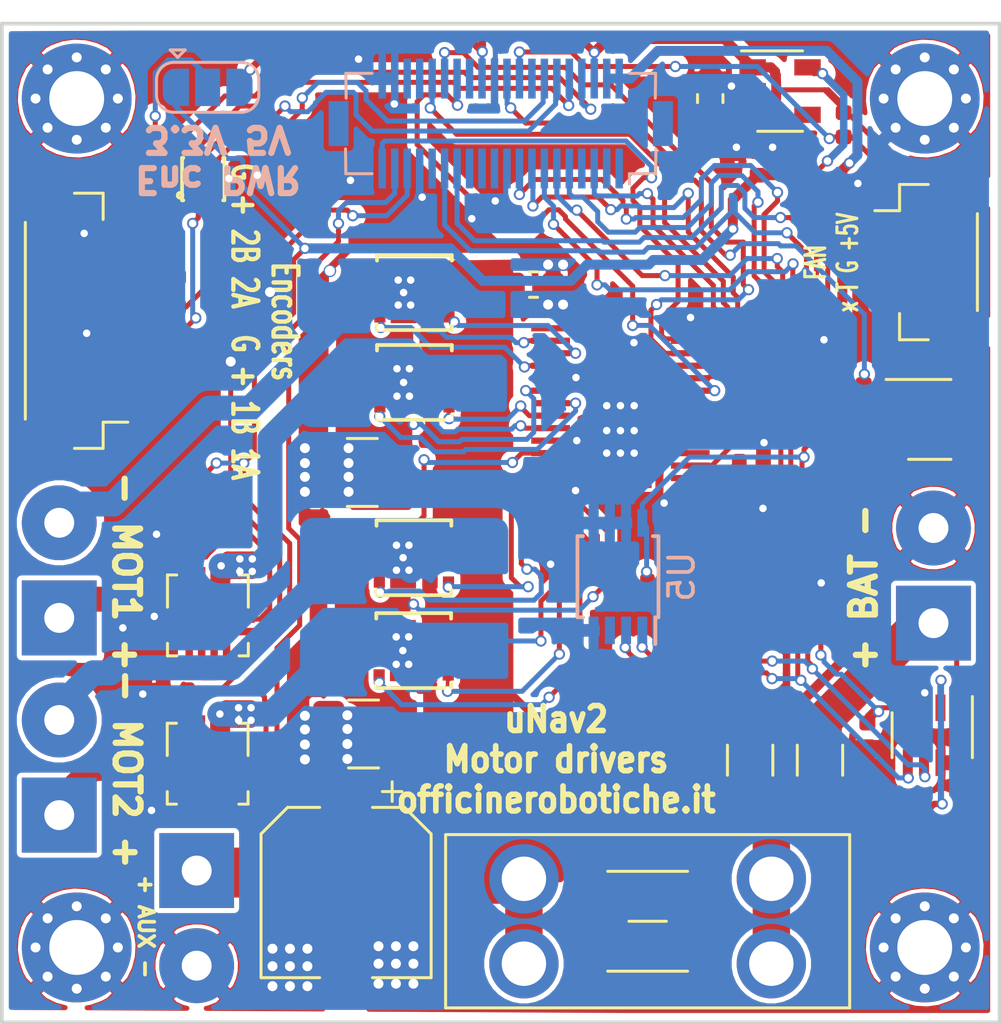
<source format=kicad_pcb>
(kicad_pcb (version 20171130) (host pcbnew 5.1.5-52549c5~84~ubuntu18.04.1)
  (layers (0 F.Cu power) (31 B.Cu power) (34 B.Paste user hide) (35 F.Paste user hide) (36 B.SilkS user) (37 F.SilkS user) (38 B.Mask user hide) (39 F.Mask user hide) (44 Edge.Cuts user))
  (net 0 "")
  (net 1 GND)
  (net 2 +5V)
  (net 3 /V_BATT)
  (net 4 "Net-(F1-Pad1)")
  (net 5 /V_BATT_INT)
  (net 6 /ADC_MOT2_CUR)
  (net 7 /ADC_MOT1_CUR)
  (net 8 /I2C_SCL)
  (net 9 /I2C_SDA)
  (net 10 /BATTERY+)
  (net 11 /Sheet5E8E545F/ENC_Power)
  (net 12 /Sheet5E8E545F/ENC2_B)
  (net 13 /Sheet5E8E545F/ENC2_A)
  (net 14 /Sheet5E8E545F/ENC1_B)
  (net 15 /Sheet5E8E545F/ENC1_A)
  (net 16 +3V3)
  (net 17 "Net-(IC1-Pad8)")
  (net 18 "Net-(IC1-Pad6)")
  (net 19 "Net-(IC1-Pad7)")
  (net 20 "Net-(IC1-Pad5)")
  (net 21 /TIM_ENC1_A)
  (net 22 /TIM_ENC1_B)
  (net 23 /TIM_ENC2_A)
  (net 24 /TIM_ENC2_B)
  (net 25 /Sheet5E94E0E4/MOT1_A)
  (net 26 /Sheet5E94E0E4/MOT2_A)
  (net 27 /SPI1_MOSI)
  (net 28 /SPI1_MISO)
  (net 29 /SPI1_SCK)
  (net 30 /TIM_FAN_PWM)
  (net 31 /I_FAN_INDEX)
  (net 32 /I_FAULT)
  (net 33 /TIM_MOT1_B)
  (net 34 /TIM_MOT2_B)
  (net 35 /TIM_MOT1_A)
  (net 36 /TIM_MOT2_A)
  (net 37 /O_SPI_CS1)
  (net 38 /Sheet5E94E0E4/MOT1_B)
  (net 39 /Sheet5E94E0E4/MOT2_B)
  (net 40 "Net-(IC2-Pad22)")
  (net 41 "Net-(IC2-Pad23)")
  (net 42 "Net-(IC2-Pad25)")
  (net 43 "Net-(IC2-Pad26)")
  (net 44 "Net-(IC2-Pad27)")
  (net 45 "Net-(IC2-Pad28)")
  (net 46 "Net-(IC2-Pad31)")
  (net 47 "Net-(IC2-Pad32)")
  (net 48 "Net-(IC2-Pad34)")
  (net 49 "Net-(IC2-Pad35)")
  (net 50 "Net-(IC2-Pad36)")
  (net 51 "Net-(IC2-Pad37)")
  (net 52 "Net-(C10-Pad1)")
  (net 53 "Net-(C11-Pad2)")
  (net 54 "Net-(C11-Pad1)")
  (net 55 "Net-(C12-Pad1)")
  (net 56 "Net-(C13-Pad1)")
  (net 57 /Sheet5E8941DD/FAN_GND)
  (net 58 "Net-(Q5-Pad1)")
  (net 59 /O_MOT_ENABLE)
  (module Jumper:SolderJumper-3_P1.3mm_Open_RoundedPad1.0x1.5mm (layer B.Cu) (at 158.25 52.55)
    (fp_text reference JP1)
    (fp_text value Jumper_3_Bridged12)
    (pad 2 smd rect (at 0 0) (size 1 1.5) (layers B.Cu B.Mask) (net 11 /Sheet5E8E545F/ENC_Power))
    (pad 3 smd custom (at 1.3 0) (size 1 0.5) (layers B.Cu B.Mask) (net 2 +5V) (options (clearance outline) (anchor rect)) (primitives (gr_circle (center 0 -0.25) (end 0.5 -0.25) (width 0)) (gr_circle (center 0 0.25) (end 0.5 0.25) (width 0)) (gr_poly (pts (xy -0.55 0.75) (xy 0 0.75) (xy 0 -0.75) (xy -0.55 -0.75)) (width 0))))
    (pad 1 smd custom (at -1.3 0) (size 1 0.5) (layers B.Cu B.Mask) (net 16 +3V3) (options (clearance outline) (anchor rect)) (primitives (gr_circle (center 0 -0.25) (end 0.5 -0.25) (width 0)) (gr_circle (center 0 0.25) (end 0.5 0.25) (width 0)) (gr_poly (pts (xy 0.55 0.75) (xy 0 0.75) (xy 0 -0.75) (xy 0.55 -0.75)) (width 0))))
  )
  (module Connector_JST:JST_SH_BM08B-SRSS-TB_1x08-1MP_P1.00mm_Vertical (layer F.Cu) (at 152.95 61.9 90)
    (fp_text reference J6)
    (fp_text value Enc)
    (pad MP smd roundrect (at 4.8 -1.2 90) (size 1.2 1.8) (layers F.Cu F.Paste F.Mask) (roundrect_rratio 0.208))
    (pad MP smd roundrect (at -4.8 -1.2 90) (size 1.2 1.8) (layers F.Cu F.Paste F.Mask) (roundrect_rratio 0.208))
    (pad 8 smd roundrect (at 3.5 1.325 90) (size 0.6 1.55) (layers F.Cu F.Paste F.Mask) (net 1 GND))
    (pad 7 smd roundrect (at 2.5 1.325 90) (size 0.6 1.55) (layers F.Cu F.Paste F.Mask) (net 11 /Sheet5E8E545F/ENC_Power))
    (pad 6 smd roundrect (at 1.5 1.325 90) (size 0.6 1.55) (layers F.Cu F.Paste F.Mask) (net 12 /Sheet5E8E545F/ENC2_B))
    (pad 5 smd roundrect (at 0.5 1.325 90) (size 0.6 1.55) (layers F.Cu F.Paste F.Mask) (net 13 /Sheet5E8E545F/ENC2_A))
    (pad 4 smd roundrect (at -0.5 1.325 90) (size 0.6 1.55) (layers F.Cu F.Paste F.Mask) (net 1 GND))
    (pad 3 smd roundrect (at -1.5 1.325 90) (size 0.6 1.55) (layers F.Cu F.Paste F.Mask) (net 11 /Sheet5E8E545F/ENC_Power))
    (pad 2 smd roundrect (at -2.5 1.325 90) (size 0.6 1.55) (layers F.Cu F.Paste F.Mask) (net 14 /Sheet5E8E545F/ENC1_B))
    (pad 1 smd roundrect (at -3.5 1.325 90) (size 0.6 1.55) (layers F.Cu F.Paste F.Mask) (net 15 /Sheet5E8E545F/ENC1_A))
  )
  (module Resistor_SMD:R_0402_1005Metric (layer F.Cu) (at 156.6 64.6)
    (fp_text reference R2)
    (fp_text value 1K)
    (pad 2 smd roundrect (at 0.485 0) (size 0.59 0.64) (layers F.Cu F.Paste F.Mask) (net 20 "Net-(IC1-Pad5)"))
    (pad 1 smd roundrect (at -0.485 0) (size 0.59 0.64) (layers F.Cu F.Paste F.Mask) (net 15 /Sheet5E8E545F/ENC1_A))
  )
  (module Connector_JST:JST_SH_BM04B-SRSS-TB_1x04-1MP_P1.00mm_Vertical (layer F.Cu) (at 187.1 59.55 270)
    (fp_text reference J7)
    (fp_text value FAN)
    (pad MP smd roundrect (at 2.8 -1.2 270) (size 1.2 1.8) (layers F.Cu F.Paste F.Mask) (roundrect_rratio 0.208))
    (pad MP smd roundrect (at -2.8 -1.2 270) (size 1.2 1.8) (layers F.Cu F.Paste F.Mask) (roundrect_rratio 0.208))
    (pad 4 smd roundrect (at 1.5 1.325 270) (size 0.6 1.55) (layers F.Cu F.Paste F.Mask))
    (pad 3 smd roundrect (at 0.5 1.325 270) (size 0.6 1.55) (layers F.Cu F.Paste F.Mask) (net 31 /I_FAN_INDEX))
    (pad 2 smd roundrect (at -0.5 1.325 270) (size 0.6 1.55) (layers F.Cu F.Paste F.Mask) (net 57 /Sheet5E8941DD/FAN_GND))
    (pad 1 smd roundrect (at -1.5 1.325 270) (size 0.6 1.55) (layers F.Cu F.Paste F.Mask) (net 2 +5V))
  )
  (module Package_TO_SOT_SMD:SuperSOT-6 (layer F.Cu) (at 187.2 65.85)
    (fp_text reference Q5)
    (fp_text value Q_DUAL_NMOS_G1S2G2D2S1D1 hide)
    (pad 5 smd rect (at 1.3 0) (size 1 0.7) (layers F.Cu F.Paste F.Mask) (net 1 GND))
    (pad 6 smd rect (at 1.3 -0.95) (size 1 0.7) (layers F.Cu F.Paste F.Mask) (net 57 /Sheet5E8941DD/FAN_GND))
    (pad 4 smd rect (at 1.3 0.95) (size 1 0.7) (layers F.Cu F.Paste F.Mask))
    (pad 3 smd rect (at -1.3 0.95) (size 1 0.7) (layers F.Cu F.Paste F.Mask))
    (pad 2 smd rect (at -1.3 0) (size 1 0.7) (layers F.Cu F.Paste F.Mask))
    (pad 1 smd rect (at -1.3 -0.95) (size 1 0.7) (layers F.Cu F.Paste F.Mask) (net 58 "Net-(Q5-Pad1)"))
  )
  (module Package_SO:TSSOP-8_3x3mm_P0.65mm (layer B.Cu) (at 174.7 72.15 90)
    (fp_text reference U5 (at 0 2.55 90) (layer B.SilkS) (effects (justify mirror)))
    (fp_text value LM75B)
    (pad 8 smd rect (at 2.15 0.975 90) (size 1.1 0.4) (layers B.Cu B.Paste B.Mask) (net 16 +3V3))
    (pad 7 smd rect (at 2.15 0.325 90) (size 1.1 0.4) (layers B.Cu B.Paste B.Mask) (net 1 GND))
    (pad 6 smd rect (at 2.15 -0.325 90) (size 1.1 0.4) (layers B.Cu B.Paste B.Mask) (net 1 GND))
    (pad 5 smd rect (at 2.15 -0.975 90) (size 1.1 0.4) (layers B.Cu B.Paste B.Mask) (net 1 GND))
    (pad 4 smd rect (at -2.15 -0.975 90) (size 1.1 0.4) (layers B.Cu B.Paste B.Mask) (net 1 GND))
    (pad 3 smd rect (at -2.15 -0.325 90) (size 1.1 0.4) (layers B.Cu B.Paste B.Mask))
    (pad 2 smd rect (at -2.15 0.325 90) (size 1.1 0.4) (layers B.Cu B.Paste B.Mask) (net 8 /I2C_SCL))
    (pad 1 smd rect (at -2.15 0.975 90) (size 1.1 0.4) (layers B.Cu B.Paste B.Mask) (net 9 /I2C_SDA))
  )
  (module Resistor_SMD:R_0402_1005Metric (layer F.Cu) (at 184.55 67.39 90)
    (fp_text reference R10)
    (fp_text value 1k)
    (pad 2 smd roundrect (at 0.485 0 90) (size 0.59 0.64) (layers F.Cu F.Paste F.Mask) (net 58 "Net-(Q5-Pad1)"))
    (pad 1 smd roundrect (at -0.485 0 90) (size 0.59 0.64) (layers F.Cu F.Paste F.Mask) (net 1 GND))
  )
  (module Resistor_SMD:R_0402_1005Metric (layer F.Cu) (at 183.75 54.05 90)
    (fp_text reference R9)
    (fp_text value 10k)
    (pad 2 smd roundrect (at 0.485 0 90) (size 0.59 0.64) (layers F.Cu F.Paste F.Mask) (net 2 +5V))
    (pad 1 smd roundrect (at -0.485 0 90) (size 0.59 0.64) (layers F.Cu F.Paste F.Mask) (net 31 /I_FAN_INDEX))
  )
  (module Resistor_SMD:R_0402_1005Metric (layer F.Cu) (at 184.55 64.94 90)
    (fp_text reference R8)
    (fp_text value 220)
    (pad 2 smd roundrect (at 0.485 0 90) (size 0.59 0.64) (layers F.Cu F.Paste F.Mask) (net 30 /TIM_FAN_PWM))
    (pad 1 smd roundrect (at -0.485 0 90) (size 0.59 0.64) (layers F.Cu F.Paste F.Mask) (net 58 "Net-(Q5-Pad1)"))
  )
  (module Capacitor_SMD:C_0402_1005Metric (layer F.Cu) (at 175.4 72.35 180)
    (fp_text reference C14)
    (fp_text value 100n)
    (pad 2 smd roundrect (at 0.485 0 180) (size 0.59 0.64) (layers F.Cu F.Paste F.Mask) (net 1 GND))
    (pad 1 smd roundrect (at -0.485 0 180) (size 0.59 0.64) (layers F.Cu F.Paste F.Mask) (net 16 +3V3))
  )
  (module Resistor_SMD:R_1210_3225Metric (layer F.Cu) (at 164.5 78.45 180)
    (fp_text reference R7)
    (fp_text value R_Small)
    (pad 2 smd roundrect (at 1.4 0 180) (size 1.25 2.65) (layers F.Cu F.Paste F.Mask) (roundrect_rratio 0.2) (net 1 GND))
    (pad 1 smd roundrect (at -1.4 0 180) (size 1.25 2.65) (layers F.Cu F.Paste F.Mask) (roundrect_rratio 0.2) (net 48 "Net-(IC2-Pad34)"))
  )
  (module Resistor_SMD:R_1210_3225Metric (layer F.Cu) (at 164.45 67.975 180)
    (fp_text reference R6)
    (fp_text value R_Small)
    (pad 2 smd roundrect (at 1.4 0 180) (size 1.25 2.65) (layers F.Cu F.Paste F.Mask) (roundrect_rratio 0.2) (net 1 GND))
    (pad 1 smd roundrect (at -1.4 0 180) (size 1.25 2.65) (layers F.Cu F.Paste F.Mask) (roundrect_rratio 0.2) (net 42 "Net-(IC2-Pad25)"))
  )
  (module agg-kicad:PowerPair-3x3 (layer F.Cu) (at 166.52 71.39 90)
    (fp_text reference Q4)
    (fp_text value SiZ340DT)
    (pad D1 smd rect (at 0 0.671 90) (size 2.45 0.562) (layers F.Cu F.Paste F.Mask) (net 3 /V_BATT))
    (pad S1D2 smd rect (at 0 -0.434 90) (size 2.45 1.036) (layers F.Cu F.Paste F.Mask) (net 39 /Sheet5E94E0E4/MOT2_B))
    (pad S2 smd rect (at 0.975 -1.386 90) (size 0.45 0.45) (layers F.Cu F.Paste F.Mask) (net 48 "Net-(IC2-Pad34)"))
    (pad S2 smd rect (at 0.325 -1.386 90) (size 0.45 0.45) (layers F.Cu F.Paste F.Mask) (net 48 "Net-(IC2-Pad34)"))
    (pad S2 smd rect (at -0.325 -1.386 90) (size 0.45 0.45) (layers F.Cu F.Paste F.Mask) (net 48 "Net-(IC2-Pad34)"))
    (pad G2 smd rect (at -0.975 -1.386 90) (size 0.45 0.45) (layers F.Cu F.Paste F.Mask) (net 47 "Net-(IC2-Pad32)"))
    (pad D1 smd rect (at -0.325 1.386 90) (size 0.45 0.45) (layers F.Cu F.Paste F.Mask) (net 3 /V_BATT))
    (pad G1 smd rect (at -0.975 1.386 90) (size 0.45 0.45) (layers F.Cu F.Paste F.Mask) (net 46 "Net-(IC2-Pad31)"))
    (pad D1 smd rect (at 0.325 1.386 90) (size 0.45 0.45) (layers F.Cu F.Paste F.Mask) (net 3 /V_BATT))
    (pad D1 smd rect (at 0.975 1.386 90) (size 0.45 0.45) (layers F.Cu F.Paste F.Mask) (net 3 /V_BATT))
  )
  (module agg-kicad:PowerPair-3x3 (layer F.Cu) (at 166.54 60.77 90)
    (fp_text reference Q3)
    (fp_text value SiZ340DT)
    (pad D1 smd rect (at 0 0.671 90) (size 2.45 0.562) (layers F.Cu F.Paste F.Mask) (net 3 /V_BATT))
    (pad S1D2 smd rect (at 0 -0.434 90) (size 2.45 1.036) (layers F.Cu F.Paste F.Mask) (net 38 /Sheet5E94E0E4/MOT1_B))
    (pad S2 smd rect (at 0.975 -1.386 90) (size 0.45 0.45) (layers F.Cu F.Paste F.Mask) (net 42 "Net-(IC2-Pad25)"))
    (pad S2 smd rect (at 0.325 -1.386 90) (size 0.45 0.45) (layers F.Cu F.Paste F.Mask) (net 42 "Net-(IC2-Pad25)"))
    (pad S2 smd rect (at -0.325 -1.386 90) (size 0.45 0.45) (layers F.Cu F.Paste F.Mask) (net 42 "Net-(IC2-Pad25)"))
    (pad G2 smd rect (at -0.975 -1.386 90) (size 0.45 0.45) (layers F.Cu F.Paste F.Mask) (net 41 "Net-(IC2-Pad23)"))
    (pad D1 smd rect (at -0.325 1.386 90) (size 0.45 0.45) (layers F.Cu F.Paste F.Mask) (net 3 /V_BATT))
    (pad G1 smd rect (at -0.975 1.386 90) (size 0.45 0.45) (layers F.Cu F.Paste F.Mask) (net 40 "Net-(IC2-Pad22)"))
    (pad D1 smd rect (at 0.325 1.386 90) (size 0.45 0.45) (layers F.Cu F.Paste F.Mask) (net 3 /V_BATT))
    (pad D1 smd rect (at 0.975 1.386 90) (size 0.45 0.45) (layers F.Cu F.Paste F.Mask) (net 3 /V_BATT))
  )
  (module agg-kicad:PowerPair-3x3 (layer F.Cu) (at 166.51 75.11 90)
    (fp_text reference Q2)
    (fp_text value SiZ340DT)
    (pad D1 smd rect (at 0 0.671 90) (size 2.45 0.562) (layers F.Cu F.Paste F.Mask) (net 3 /V_BATT))
    (pad S1D2 smd rect (at 0 -0.434 90) (size 2.45 1.036) (layers F.Cu F.Paste F.Mask) (net 51 "Net-(IC2-Pad37)"))
    (pad S2 smd rect (at 0.975 -1.386 90) (size 0.45 0.45) (layers F.Cu F.Paste F.Mask) (net 48 "Net-(IC2-Pad34)"))
    (pad S2 smd rect (at 0.325 -1.386 90) (size 0.45 0.45) (layers F.Cu F.Paste F.Mask) (net 48 "Net-(IC2-Pad34)"))
    (pad S2 smd rect (at -0.325 -1.386 90) (size 0.45 0.45) (layers F.Cu F.Paste F.Mask) (net 48 "Net-(IC2-Pad34)"))
    (pad G2 smd rect (at -0.975 -1.386 90) (size 0.45 0.45) (layers F.Cu F.Paste F.Mask) (net 49 "Net-(IC2-Pad35)"))
    (pad D1 smd rect (at -0.325 1.386 90) (size 0.45 0.45) (layers F.Cu F.Paste F.Mask) (net 3 /V_BATT))
    (pad G1 smd rect (at -0.975 1.386 90) (size 0.45 0.45) (layers F.Cu F.Paste F.Mask) (net 50 "Net-(IC2-Pad36)"))
    (pad D1 smd rect (at 0.325 1.386 90) (size 0.45 0.45) (layers F.Cu F.Paste F.Mask) (net 3 /V_BATT))
    (pad D1 smd rect (at 0.975 1.386 90) (size 0.45 0.45) (layers F.Cu F.Paste F.Mask) (net 3 /V_BATT))
  )
  (module agg-kicad:PowerPair-3x3 (layer F.Cu) (at 166.54 64.37 90)
    (fp_text reference Q1)
    (fp_text value SiZ340DT)
    (pad D1 smd rect (at 0 0.671 90) (size 2.45 0.562) (layers F.Cu F.Paste F.Mask) (net 3 /V_BATT))
    (pad S1D2 smd rect (at 0 -0.434 90) (size 2.45 1.036) (layers F.Cu F.Paste F.Mask) (net 45 "Net-(IC2-Pad28)"))
    (pad S2 smd rect (at 0.975 -1.386 90) (size 0.45 0.45) (layers F.Cu F.Paste F.Mask) (net 42 "Net-(IC2-Pad25)"))
    (pad S2 smd rect (at 0.325 -1.386 90) (size 0.45 0.45) (layers F.Cu F.Paste F.Mask) (net 42 "Net-(IC2-Pad25)"))
    (pad S2 smd rect (at -0.325 -1.386 90) (size 0.45 0.45) (layers F.Cu F.Paste F.Mask) (net 42 "Net-(IC2-Pad25)"))
    (pad G2 smd rect (at -0.975 -1.386 90) (size 0.45 0.45) (layers F.Cu F.Paste F.Mask) (net 43 "Net-(IC2-Pad26)"))
    (pad D1 smd rect (at -0.325 1.386 90) (size 0.45 0.45) (layers F.Cu F.Paste F.Mask) (net 3 /V_BATT))
    (pad G1 smd rect (at -0.975 1.386 90) (size 0.45 0.45) (layers F.Cu F.Paste F.Mask) (net 44 "Net-(IC2-Pad27)"))
    (pad D1 smd rect (at 0.325 1.386 90) (size 0.45 0.45) (layers F.Cu F.Paste F.Mask) (net 3 /V_BATT))
    (pad D1 smd rect (at 0.975 1.386 90) (size 0.45 0.45) (layers F.Cu F.Paste F.Mask) (net 3 /V_BATT))
  )
  (module Capacitor_SMD:C_0402_1005Metric (layer F.Cu) (at 180.05 68.75)
    (fp_text reference C13)
    (fp_text value "1uF 16V X7R")
    (pad 2 smd roundrect (at 0.485 0) (size 0.59 0.64) (layers F.Cu F.Paste F.Mask) (net 1 GND))
    (pad 1 smd roundrect (at -0.485 0) (size 0.59 0.64) (layers F.Cu F.Paste F.Mask) (net 56 "Net-(C13-Pad1)"))
  )
  (module Capacitor_SMD:C_0402_1005Metric (layer F.Cu) (at 180.075 70.525)
    (fp_text reference C12)
    (fp_text value "1uF 16V X7R")
    (pad 2 smd roundrect (at 0.485 0) (size 0.59 0.64) (layers F.Cu F.Paste F.Mask) (net 3 /V_BATT))
    (pad 1 smd roundrect (at -0.485 0) (size 0.59 0.64) (layers F.Cu F.Paste F.Mask) (net 55 "Net-(C12-Pad1)"))
  )
  (module Capacitor_SMD:C_0402_1005Metric (layer F.Cu) (at 178.05 72.4)
    (fp_text reference C11)
    (fp_text value "0.1uF 20V X7R")
    (pad 2 smd roundrect (at 0.485 0) (size 0.59 0.64) (layers F.Cu F.Paste F.Mask) (net 53 "Net-(C11-Pad2)"))
    (pad 1 smd roundrect (at -0.485 0) (size 0.59 0.64) (layers F.Cu F.Paste F.Mask) (net 54 "Net-(C11-Pad1)"))
  )
  (module Capacitor_SMD:C_0402_1005Metric (layer F.Cu) (at 180.05 67.55)
    (fp_text reference C10)
    (fp_text value "0.1uF 20V X7R")
    (pad 2 smd roundrect (at 0.485 0) (size 0.59 0.64) (layers F.Cu F.Paste F.Mask) (net 1 GND))
    (pad 1 smd roundrect (at -0.485 0) (size 0.59 0.64) (layers F.Cu F.Paste F.Mask) (net 52 "Net-(C10-Pad1)"))
  )
  (module agg-kicad:HTSSOP-38 (layer F.Cu) (at 174.8 66.25 180)
    (fp_text reference IC2)
    (fp_text value DRV8704)
    (pad 39 smd rect (at 0 -0.1 90) (size 4.5 2.5) (layers F.Cu F.Paste F.Mask) (net 1 GND))
    (pad 20 smd rect (at 2.8 4.05 90) (size 0.25 1.55) (layers F.Cu F.Paste F.Mask))
    (pad 21 smd rect (at 2.8 3.55 90) (size 0.25 1.55) (layers F.Cu F.Paste F.Mask) (net 38 /Sheet5E94E0E4/MOT1_B))
    (pad 22 smd rect (at 2.8 3.05 90) (size 0.25 1.55) (layers F.Cu F.Paste F.Mask) (net 40 "Net-(IC2-Pad22)"))
    (pad 23 smd rect (at 2.8 2.55 90) (size 0.25 1.55) (layers F.Cu F.Paste F.Mask) (net 41 "Net-(IC2-Pad23)"))
    (pad 24 smd rect (at 2.8 2.05 90) (size 0.25 1.55) (layers F.Cu F.Paste F.Mask) (net 1 GND))
    (pad 25 smd rect (at 2.8 1.55 90) (size 0.25 1.55) (layers F.Cu F.Paste F.Mask) (net 42 "Net-(IC2-Pad25)"))
    (pad 26 smd rect (at 2.8 1.05 90) (size 0.25 1.55) (layers F.Cu F.Paste F.Mask) (net 43 "Net-(IC2-Pad26)"))
    (pad 27 smd rect (at 2.8 0.55 90) (size 0.25 1.55) (layers F.Cu F.Paste F.Mask) (net 44 "Net-(IC2-Pad27)"))
    (pad 28 smd rect (at 2.8 0.05 90) (size 0.25 1.55) (layers F.Cu F.Paste F.Mask) (net 45 "Net-(IC2-Pad28)"))
    (pad 29 smd rect (at 2.8 -0.45 90) (size 0.25 1.55) (layers F.Cu F.Paste F.Mask) (net 1 GND))
    (pad 30 smd rect (at 2.8 -0.95 90) (size 0.25 1.55) (layers F.Cu F.Paste F.Mask) (net 39 /Sheet5E94E0E4/MOT2_B))
    (pad 31 smd rect (at 2.8 -1.45 90) (size 0.25 1.55) (layers F.Cu F.Paste F.Mask) (net 46 "Net-(IC2-Pad31)"))
    (pad 32 smd rect (at 2.8 -1.95 90) (size 0.25 1.55) (layers F.Cu F.Paste F.Mask) (net 47 "Net-(IC2-Pad32)"))
    (pad 33 smd rect (at 2.8 -2.45 90) (size 0.25 1.55) (layers F.Cu F.Paste F.Mask) (net 1 GND))
    (pad 34 smd rect (at 2.8 -2.95 90) (size 0.25 1.55) (layers F.Cu F.Paste F.Mask) (net 48 "Net-(IC2-Pad34)"))
    (pad 35 smd rect (at 2.8 -3.45 90) (size 0.25 1.55) (layers F.Cu F.Paste F.Mask) (net 49 "Net-(IC2-Pad35)"))
    (pad 36 smd rect (at 2.8 -3.95 90) (size 0.25 1.55) (layers F.Cu F.Paste F.Mask) (net 50 "Net-(IC2-Pad36)"))
    (pad 37 smd rect (at 2.8 -4.45 90) (size 0.25 1.55) (layers F.Cu F.Paste F.Mask) (net 51 "Net-(IC2-Pad37)"))
    (pad 38 smd rect (at 2.8 -4.95 90) (size 0.25 1.55) (layers F.Cu F.Paste F.Mask) (net 1 GND))
    (pad 19 smd rect (at -2.8 4.05 90) (size 0.25 1.55) (layers F.Cu F.Paste F.Mask) (net 1 GND))
    (pad 18 smd rect (at -2.8 3.55 90) (size 0.25 1.55) (layers F.Cu F.Paste F.Mask) (net 32 /I_FAULT))
    (pad 17 smd rect (at -2.8 3.05 90) (size 0.25 1.55) (layers F.Cu F.Paste F.Mask) (net 28 /SPI1_MISO))
    (pad 16 smd rect (at -2.8 2.55 90) (size 0.25 1.55) (layers F.Cu F.Paste F.Mask) (net 37 /O_SPI_CS1))
    (pad 15 smd rect (at -2.8 2.05 90) (size 0.25 1.55) (layers F.Cu F.Paste F.Mask) (net 27 /SPI1_MOSI))
    (pad 14 smd rect (at -2.8 1.55 90) (size 0.25 1.55) (layers F.Cu F.Paste F.Mask) (net 29 /SPI1_SCK))
    (pad 13 smd rect (at -2.8 1.05 90) (size 0.25 1.55) (layers F.Cu F.Paste F.Mask) (net 34 /TIM_MOT2_B))
    (pad 12 smd rect (at -2.8 0.55 90) (size 0.25 1.55) (layers F.Cu F.Paste F.Mask) (net 36 /TIM_MOT2_A))
    (pad 11 smd rect (at -2.8 0.05 90) (size 0.25 1.55) (layers F.Cu F.Paste F.Mask) (net 33 /TIM_MOT1_B))
    (pad 10 smd rect (at -2.8 -0.45 90) (size 0.25 1.55) (layers F.Cu F.Paste F.Mask) (net 35 /TIM_MOT1_A))
    (pad 9 smd rect (at -2.8 -0.95 90) (size 0.25 1.55) (layers F.Cu F.Paste F.Mask))
    (pad 8 smd rect (at -2.8 -1.45 90) (size 0.25 1.55) (layers F.Cu F.Paste F.Mask) (net 59 /O_MOT_ENABLE))
    (pad 7 smd rect (at -2.8 -1.95 90) (size 0.25 1.55) (layers F.Cu F.Paste F.Mask) (net 52 "Net-(C10-Pad1)"))
    (pad 6 smd rect (at -2.8 -2.45 90) (size 0.25 1.55) (layers F.Cu F.Paste F.Mask) (net 56 "Net-(C13-Pad1)"))
    (pad 5 smd rect (at -2.8 -2.95 90) (size 0.25 1.55) (layers F.Cu F.Paste F.Mask) (net 1 GND))
    (pad 4 smd rect (at -2.8 -3.45 90) (size 0.25 1.55) (layers F.Cu F.Paste F.Mask) (net 3 /V_BATT))
    (pad 3 smd rect (at -2.8 -3.95 90) (size 0.25 1.55) (layers F.Cu F.Paste F.Mask) (net 55 "Net-(C12-Pad1)"))
    (pad 2 smd rect (at -2.8 -4.45 90) (size 0.25 1.55) (layers F.Cu F.Paste F.Mask) (net 53 "Net-(C11-Pad2)"))
    (pad 1 smd rect (at -2.8 -4.95 90) (size 0.25 1.55) (layers F.Cu F.Paste F.Mask) (net 54 "Net-(C11-Pad1)"))
  )
  (module Capacitor_SMD:CP_Elec_6.3x5.8 (layer F.Cu) (at 163.8 84.8 270)
    (fp_text reference C6)
    (fp_text value 47uF)
    (pad 2 smd roundrect (at 2.7 0 270) (size 3.5 1.6) (layers F.Cu F.Paste F.Mask) (roundrect_rratio 0.15625) (net 1 GND))
    (pad 1 smd roundrect (at -2.7 0 270) (size 3.5 1.6) (layers F.Cu F.Paste F.Mask) (roundrect_rratio 0.15625) (net 3 /V_BATT))
  )
  (module Sensor_Current:Allegro_QFN-12-10-1EP_3x3mm_P0.5mm (layer F.Cu) (at 158.25 79.56 270)
    (fp_text reference U4)
    (fp_text value ACS711xEXLT-31AB)
    (pad 2 smd rect (at -0.785 0.7 315) (size 0.2828 0.2828) (layers F.Cu F.Paste F.Mask) (net 26 /Sheet5E94E0E4/MOT2_A))
    (pad 2 smd rect (at -0.685 0.4 270) (size 0.2 0.6) (layers F.Cu F.Paste F.Mask) (net 26 /Sheet5E94E0E4/MOT2_A))
    (pad 2 smd rect (at -1.32 0.5 270) (size 1.07 0.8) (layers F.Cu F.Paste F.Mask) (net 26 /Sheet5E94E0E4/MOT2_A))
    (pad 1 smd rect (at -0.785 -0.7 315) (size 0.2828 0.2828) (layers F.Cu F.Paste F.Mask) (net 51 "Net-(IC2-Pad37)"))
    (pad 1 smd rect (at -0.685 -0.4 270) (size 0.2 0.6) (layers F.Cu F.Paste F.Mask) (net 51 "Net-(IC2-Pad37)"))
    (pad 1 smd rect (at -1.32 -0.5 270) (size 1.07 0.8) (layers F.Cu F.Paste F.Mask) (net 51 "Net-(IC2-Pad37)"))
    (pad 8 smd rect (at 1.43 -0.75 270) (size 0.85 0.3) (layers F.Cu F.Paste F.Mask))
    (pad 7 smd rect (at 1.43 -0.25 270) (size 0.85 0.3) (layers F.Cu F.Paste F.Mask))
    (pad 6 smd rect (at 1.43 0.25 270) (size 0.85 0.3) (layers F.Cu F.Paste F.Mask))
    (pad 5 smd rect (at 1.43 0.75 270) (size 0.85 0.3) (layers F.Cu F.Paste F.Mask))
    (pad 4 smd rect (at 0.73 1.45 270) (size 0.3 0.85) (layers F.Cu F.Paste F.Mask))
    (pad 3 smd rect (at 0.23 1.45 270) (size 0.3 0.85) (layers F.Cu F.Paste F.Mask) (net 1 GND))
    (pad 9 smd rect (at 0.73 -1.45 270) (size 0.3 0.85) (layers F.Cu F.Paste F.Mask) (net 6 /ADC_MOT2_CUR))
    (pad 10 smd rect (at 0.23 -1.45 270) (size 0.3 0.85) (layers F.Cu F.Paste F.Mask) (net 16 +3V3))
  )
  (module Sensor_Current:Allegro_QFN-12-10-1EP_3x3mm_P0.5mm (layer F.Cu) (at 158.26 73.62 270)
    (fp_text reference U3)
    (fp_text value ACS711xEXLT-31AB)
    (pad 2 smd rect (at -0.785 0.7 315) (size 0.2828 0.2828) (layers F.Cu F.Paste F.Mask) (net 25 /Sheet5E94E0E4/MOT1_A))
    (pad 2 smd rect (at -0.685 0.4 270) (size 0.2 0.6) (layers F.Cu F.Paste F.Mask) (net 25 /Sheet5E94E0E4/MOT1_A))
    (pad 2 smd rect (at -1.32 0.5 270) (size 1.07 0.8) (layers F.Cu F.Paste F.Mask) (net 25 /Sheet5E94E0E4/MOT1_A))
    (pad 1 smd rect (at -0.785 -0.7 315) (size 0.2828 0.2828) (layers F.Cu F.Paste F.Mask) (net 45 "Net-(IC2-Pad28)"))
    (pad 1 smd rect (at -0.685 -0.4 270) (size 0.2 0.6) (layers F.Cu F.Paste F.Mask) (net 45 "Net-(IC2-Pad28)"))
    (pad 1 smd rect (at -1.32 -0.5 270) (size 1.07 0.8) (layers F.Cu F.Paste F.Mask) (net 45 "Net-(IC2-Pad28)"))
    (pad 8 smd rect (at 1.43 -0.75 270) (size 0.85 0.3) (layers F.Cu F.Paste F.Mask))
    (pad 7 smd rect (at 1.43 -0.25 270) (size 0.85 0.3) (layers F.Cu F.Paste F.Mask))
    (pad 6 smd rect (at 1.43 0.25 270) (size 0.85 0.3) (layers F.Cu F.Paste F.Mask))
    (pad 5 smd rect (at 1.43 0.75 270) (size 0.85 0.3) (layers F.Cu F.Paste F.Mask))
    (pad 4 smd rect (at 0.73 1.45 270) (size 0.3 0.85) (layers F.Cu F.Paste F.Mask))
    (pad 3 smd rect (at 0.23 1.45 270) (size 0.3 0.85) (layers F.Cu F.Paste F.Mask) (net 1 GND))
    (pad 9 smd rect (at 0.73 -1.45 270) (size 0.3 0.85) (layers F.Cu F.Paste F.Mask) (net 7 /ADC_MOT1_CUR))
    (pad 10 smd rect (at 0.23 -1.45 270) (size 0.3 0.85) (layers F.Cu F.Paste F.Mask) (net 16 +3V3))
  )
  (module Capacitor_SMD:C_0402_1005Metric (layer F.Cu) (at 157.35 70.45 180)
    (fp_text reference C9)
    (fp_text value 100nF)
    (pad 2 smd roundrect (at 0.485 0 180) (size 0.59 0.64) (layers F.Cu F.Paste F.Mask) (net 1 GND))
    (pad 1 smd roundrect (at -0.485 0 180) (size 0.59 0.64) (layers F.Cu F.Paste F.Mask) (net 16 +3V3))
  )
  (module Capacitor_SMD:C_0402_1005Metric (layer F.Cu) (at 156.95 76.7 180)
    (fp_text reference C8)
    (fp_text value 100nF)
    (pad 2 smd roundrect (at 0.485 0 180) (size 0.59 0.64) (layers F.Cu F.Paste F.Mask) (net 1 GND))
    (pad 1 smd roundrect (at -0.485 0 180) (size 0.59 0.64) (layers F.Cu F.Paste F.Mask) (net 16 +3V3))
  )
  (module Capacitor_SMD:C_0603_1608Metric (layer F.Cu) (at 171.3125 60.45)
    (fp_text reference C7)
    (fp_text value 1uF)
    (pad 2 smd roundrect (at 0.7875 0) (size 0.875 0.95) (layers F.Cu F.Paste F.Mask) (net 1 GND))
    (pad 1 smd roundrect (at -0.7875 0) (size 0.875 0.95) (layers F.Cu F.Paste F.Mask) (net 3 /V_BATT))
  )
  (module agg-kicad:HUSON8 (layer F.Cu) (at 158.075 56.225)
    (fp_text reference IC1)
    (fp_text value IP4251)
    (pad 9 smd rect (at 0 0) (size 1.2 0.4) (layers F.Cu F.Paste F.Mask) (net 1 GND))
    (pad 1 smd oval (at -0.6 -0.65 90) (size 0.5 0.2) (layers F.Cu F.Paste F.Mask) (net 21 /TIM_ENC1_A))
    (pad 2 smd oval (at -0.2 -0.65 90) (size 0.5 0.2) (layers F.Cu F.Paste F.Mask) (net 22 /TIM_ENC1_B))
    (pad 3 smd oval (at 0.2 -0.65 90) (size 0.5 0.2) (layers F.Cu F.Paste F.Mask) (net 23 /TIM_ENC2_A))
    (pad 4 smd oval (at 0.6 -0.65 90) (size 0.5 0.2) (layers F.Cu F.Paste F.Mask) (net 24 /TIM_ENC2_B))
    (pad 5 smd oval (at 0.6 0.65 90) (size 0.5 0.2) (layers F.Cu F.Paste F.Mask) (net 20 "Net-(IC1-Pad5)"))
    (pad 6 smd oval (at 0.2 0.65 90) (size 0.5 0.2) (layers F.Cu F.Paste F.Mask) (net 18 "Net-(IC1-Pad6)"))
    (pad 8 smd oval (at -0.6 0.65 90) (size 0.5 0.2) (layers F.Cu F.Paste F.Mask) (net 17 "Net-(IC1-Pad8)"))
    (pad 7 smd oval (at -0.2 0.65 90) (size 0.5 0.2) (layers F.Cu F.Paste F.Mask) (net 19 "Net-(IC1-Pad7)"))
  )
  (module Package_TO_SOT_SMD:SOT-23-5 (layer F.Cu) (at 181.2 52.7)
    (fp_text reference U2)
    (fp_text value AP2112K-3.3)
    (pad 5 smd rect (at 1.1 -0.95) (size 1.06 0.65) (layers F.Cu F.Paste F.Mask) (net 16 +3V3))
    (pad 4 smd rect (at 1.1 0.95) (size 1.06 0.65) (layers F.Cu F.Paste F.Mask))
    (pad 3 smd rect (at -1.1 0.95) (size 1.06 0.65) (layers F.Cu F.Paste F.Mask) (net 2 +5V))
    (pad 2 smd rect (at -1.1 0) (size 1.06 0.65) (layers F.Cu F.Paste F.Mask) (net 1 GND))
    (pad 1 smd rect (at -1.1 -0.95) (size 1.06 0.65) (layers F.Cu F.Paste F.Mask) (net 2 +5V))
  )
  (module Package_TO_SOT_SMD:SOT-23-8 (layer F.Cu) (at 187.3 78.5 270)
    (fp_text reference U1)
    (fp_text value INA219AxDCN)
    (pad 8 smd rect (at 1.1 -0.98 270) (size 1.06 0.4) (layers F.Cu F.Paste F.Mask) (net 1 GND))
    (pad 7 smd rect (at 1.1 -0.33 270) (size 1.06 0.4) (layers F.Cu F.Paste F.Mask) (net 1 GND))
    (pad 6 smd rect (at 1.1 0.33 270) (size 1.06 0.4) (layers F.Cu F.Paste F.Mask) (net 9 /I2C_SDA))
    (pad 5 smd rect (at 1.1 0.98 270) (size 1.06 0.4) (layers F.Cu F.Paste F.Mask) (net 8 /I2C_SCL))
    (pad 4 smd rect (at -1.1 0.98 270) (size 1.06 0.4) (layers F.Cu F.Paste F.Mask) (net 16 +3V3))
    (pad 3 smd rect (at -1.1 0.33 270) (size 1.06 0.4) (layers F.Cu F.Paste F.Mask) (net 1 GND))
    (pad 2 smd rect (at -1.1 -0.33 270) (size 1.06 0.4) (layers F.Cu F.Paste F.Mask) (net 4 "Net-(F1-Pad1)"))
    (pad 1 smd rect (at -1.1 -0.98 270) (size 1.06 0.4) (layers F.Cu F.Paste F.Mask) (net 10 /BATTERY+))
  )
  (module Resistor_SMD:R_0402_1005Metric (layer F.Cu) (at 156.6 60.15)
    (fp_text reference R5)
    (fp_text value 1K)
    (pad 2 smd roundrect (at 0.485 0) (size 0.59 0.64) (layers F.Cu F.Paste F.Mask) (net 17 "Net-(IC1-Pad8)"))
    (pad 1 smd roundrect (at -0.485 0) (size 0.59 0.64) (layers F.Cu F.Paste F.Mask) (net 12 /Sheet5E8E545F/ENC2_B))
  )
  (module Resistor_SMD:R_0402_1005Metric (layer F.Cu) (at 156.6 63.3)
    (fp_text reference R4)
    (fp_text value 1K)
    (pad 2 smd roundrect (at 0.485 0) (size 0.59 0.64) (layers F.Cu F.Paste F.Mask) (net 19 "Net-(IC1-Pad7)"))
    (pad 1 smd roundrect (at -0.485 0) (size 0.59 0.64) (layers F.Cu F.Paste F.Mask) (net 14 /Sheet5E8E545F/ENC1_B))
  )
  (module Resistor_SMD:R_0402_1005Metric (layer F.Cu) (at 156.6 61.35)
    (fp_text reference R3)
    (fp_text value 1K)
    (pad 2 smd roundrect (at 0.485 0) (size 0.59 0.64) (layers F.Cu F.Paste F.Mask) (net 18 "Net-(IC1-Pad6)"))
    (pad 1 smd roundrect (at -0.485 0) (size 0.59 0.64) (layers F.Cu F.Paste F.Mask) (net 13 /Sheet5E8E545F/ENC2_A))
  )
  (module Resistor_SMD:R_1206_3216Metric (layer F.Cu) (at 182.8 79.5 90)
    (fp_text reference R1)
    (fp_text value 0.01)
    (pad 2 smd roundrect (at 1.4 0 90) (size 1.25 1.75) (layers F.Cu F.Paste F.Mask) (roundrect_rratio 0.2) (net 10 /BATTERY+))
    (pad 1 smd roundrect (at -1.4 0 90) (size 1.25 1.75) (layers F.Cu F.Paste F.Mask) (roundrect_rratio 0.2) (net 4 "Net-(F1-Pad1)"))
  )
  (module Connector_Wire:SolderWirePad_1x02_P3.81mm_Drill1.2mm (layer F.Cu) (at 157.81 83.92 270)
    (fp_text reference J5)
    (fp_text value SBC)
    (pad 2 thru_hole circle (at 3.81 0 270) (size 2.99974 2.99974) (drill 1.19888) (layers *.Cu *.Mask) (net 1 GND))
    (pad 1 thru_hole rect (at 0 0 270) (size 2.99974 2.99974) (drill 1.19888) (layers *.Cu *.Mask) (net 3 /V_BATT))
  )
  (module Connector_Wire:SolderWirePad_1x02_P3.81mm_Drill1.2mm (layer F.Cu) (at 187.35 74.01 90)
    (fp_text reference J4)
    (fp_text value Battery hide)
    (pad 2 thru_hole circle (at 3.81 0 90) (size 2.99974 2.99974) (drill 1.19888) (layers *.Cu *.Mask) (net 1 GND))
    (pad 1 thru_hole rect (at 0 0 90) (size 2.99974 2.99974) (drill 1.19888) (layers *.Cu *.Mask) (net 10 /BATTERY+))
  )
  (module Connector_Wire:SolderWirePad_1x02_P3.81mm_Drill1.2mm (layer F.Cu) (at 152.3 81.7 90)
    (fp_text reference J3)
    (fp_text value M2)
    (pad 2 thru_hole circle (at 3.81 0 90) (size 2.99974 2.99974) (drill 1.19888) (layers *.Cu *.Mask) (net 39 /Sheet5E94E0E4/MOT2_B))
    (pad 1 thru_hole rect (at 0 0 90) (size 2.99974 2.99974) (drill 1.19888) (layers *.Cu *.Mask) (net 26 /Sheet5E94E0E4/MOT2_A))
  )
  (module Connector_Wire:SolderWirePad_1x02_P3.81mm_Drill1.2mm (layer F.Cu) (at 152.3 73.8 90)
    (fp_text reference J2)
    (fp_text value M1)
    (pad 2 thru_hole circle (at 3.81 0 90) (size 2.99974 2.99974) (drill 1.19888) (layers *.Cu *.Mask) (net 38 /Sheet5E94E0E4/MOT1_B))
    (pad 1 thru_hole rect (at 0 0 90) (size 2.99974 2.99974) (drill 1.19888) (layers *.Cu *.Mask) (net 25 /Sheet5E94E0E4/MOT1_A))
  )
  (module "agg-kicad:Hirose_DF12_DF12B(3.5)-40DP-0.5V(86)" (layer B.Cu) (at 170 54 180)
    (fp_text reference J1)
    (fp_text value Conn_02x20_Top_Bottom)
    (pad "" smd rect (at 6.5 0 180) (size 0.8 1.8) (layers B.Cu B.Paste B.Mask))
    (pad "" smd rect (at -6.5 0 180) (size 0.8 1.8) (layers B.Cu B.Paste B.Mask))
    (pad 40 smd rect (at 4.75 1.8 180) (size 0.3 1.6) (layers B.Cu B.Mask) (net 1 GND))
    (pad 39 smd rect (at 4.25 1.8 180) (size 0.3 1.6) (layers B.Cu B.Mask) (net 1 GND))
    (pad 38 smd rect (at 3.75 1.8 180) (size 0.3 1.6) (layers B.Cu B.Mask))
    (pad 37 smd rect (at 3.25 1.8 180) (size 0.3 1.6) (layers B.Cu B.Mask))
    (pad 36 smd rect (at 2.75 1.8 180) (size 0.3 1.6) (layers B.Cu B.Mask) (net 27 /SPI1_MOSI))
    (pad 35 smd rect (at 2.25 1.8 180) (size 0.3 1.6) (layers B.Cu B.Mask) (net 28 /SPI1_MISO))
    (pad 34 smd rect (at 1.75 1.8 180) (size 0.3 1.6) (layers B.Cu B.Mask) (net 29 /SPI1_SCK))
    (pad 33 smd rect (at 1.25 1.8 180) (size 0.3 1.6) (layers B.Cu B.Mask))
    (pad 32 smd rect (at 0.75 1.8 180) (size 0.3 1.6) (layers B.Cu B.Mask) (net 2 +5V))
    (pad 31 smd rect (at 0.25 1.8 180) (size 0.3 1.6) (layers B.Cu B.Mask) (net 1 GND))
    (pad 30 smd rect (at -0.25 1.8 180) (size 0.3 1.6) (layers B.Cu B.Mask) (net 30 /TIM_FAN_PWM))
    (pad 29 smd rect (at -0.75 1.8 180) (size 0.3 1.6) (layers B.Cu B.Mask) (net 31 /I_FAN_INDEX))
    (pad 28 smd rect (at -1.25 1.8 180) (size 0.3 1.6) (layers B.Cu B.Mask))
    (pad 27 smd rect (at -1.75 1.8 180) (size 0.3 1.6) (layers B.Cu B.Mask) (net 24 /TIM_ENC2_B))
    (pad 26 smd rect (at -2.25 1.8 180) (size 0.3 1.6) (layers B.Cu B.Mask) (net 23 /TIM_ENC2_A))
    (pad 25 smd rect (at -2.75 1.8 180) (size 0.3 1.6) (layers B.Cu B.Mask) (net 22 /TIM_ENC1_B))
    (pad 24 smd rect (at -3.25 1.8 180) (size 0.3 1.6) (layers B.Cu B.Mask) (net 21 /TIM_ENC1_A))
    (pad 23 smd rect (at -3.75 1.8 180) (size 0.3 1.6) (layers B.Cu B.Mask) (net 2 +5V))
    (pad 22 smd rect (at -4.25 1.8 180) (size 0.3 1.6) (layers B.Cu B.Mask) (net 5 /V_BATT_INT))
    (pad 21 smd rect (at -4.75 1.8 180) (size 0.3 1.6) (layers B.Cu B.Mask) (net 5 /V_BATT_INT))
    (pad 20 smd rect (at 4.75 -1.8 180) (size 0.3 1.6) (layers B.Cu B.Mask) (net 32 /I_FAULT))
    (pad 19 smd rect (at 4.25 -1.8 180) (size 0.3 1.6) (layers B.Cu B.Mask) (net 6 /ADC_MOT2_CUR))
    (pad 18 smd rect (at 3.75 -1.8 180) (size 0.3 1.6) (layers B.Cu B.Mask) (net 7 /ADC_MOT1_CUR))
    (pad 17 smd rect (at 3.25 -1.8 180) (size 0.3 1.6) (layers B.Cu B.Mask) (net 1 GND))
    (pad 16 smd rect (at 2.75 -1.8 180) (size 0.3 1.6) (layers B.Cu B.Mask))
    (pad 15 smd rect (at 2.25 -1.8 180) (size 0.3 1.6) (layers B.Cu B.Mask) (net 8 /I2C_SCL))
    (pad 14 smd rect (at 1.75 -1.8 180) (size 0.3 1.6) (layers B.Cu B.Mask) (net 9 /I2C_SDA))
    (pad 13 smd rect (at 1.25 -1.8 180) (size 0.3 1.6) (layers B.Cu B.Mask))
    (pad 12 smd rect (at 0.75 -1.8 180) (size 0.3 1.6) (layers B.Cu B.Mask))
    (pad 11 smd rect (at 0.25 -1.8 180) (size 0.3 1.6) (layers B.Cu B.Mask))
    (pad 10 smd rect (at -0.25 -1.8 180) (size 0.3 1.6) (layers B.Cu B.Mask) (net 1 GND))
    (pad 9 smd rect (at -0.75 -1.8 180) (size 0.3 1.6) (layers B.Cu B.Mask) (net 33 /TIM_MOT1_B))
    (pad 8 smd rect (at -1.25 -1.8 180) (size 0.3 1.6) (layers B.Cu B.Mask) (net 34 /TIM_MOT2_B))
    (pad 7 smd rect (at -1.75 -1.8 180) (size 0.3 1.6) (layers B.Cu B.Mask) (net 59 /O_MOT_ENABLE))
    (pad 6 smd rect (at -2.25 -1.8 180) (size 0.3 1.6) (layers B.Cu B.Mask) (net 35 /TIM_MOT1_A))
    (pad 5 smd rect (at -2.75 -1.8 180) (size 0.3 1.6) (layers B.Cu B.Mask) (net 36 /TIM_MOT2_A))
    (pad 4 smd rect (at -3.25 -1.8 180) (size 0.3 1.6) (layers B.Cu B.Mask))
    (pad 3 smd rect (at -3.75 -1.8 180) (size 0.3 1.6) (layers B.Cu B.Mask) (net 37 /O_SPI_CS1))
    (pad 2 smd rect (at -4.25 -1.8 180) (size 0.3 1.6) (layers B.Cu B.Mask))
    (pad 1 smd rect (at -4.75 -1.8 180) (size 0.3 1.6) (layers B.Cu B.Mask))
  )
  (module MountingHole:MountingHole_2.2mm_M2_Pad_Via (layer F.Cu) (at 187 87)
    (fp_text reference H4)
    (fp_text value MountingHole hide)
    (pad 1 thru_hole circle (at 1.166726 -1.166726) (size 0.7 0.7) (drill 0.4) (layers *.Cu *.Mask) (net 1 GND))
    (pad 1 thru_hole circle (at 0 -1.65) (size 0.7 0.7) (drill 0.4) (layers *.Cu *.Mask) (net 1 GND))
    (pad 1 thru_hole circle (at -1.166726 -1.166726) (size 0.7 0.7) (drill 0.4) (layers *.Cu *.Mask) (net 1 GND))
    (pad 1 thru_hole circle (at -1.65 0) (size 0.7 0.7) (drill 0.4) (layers *.Cu *.Mask) (net 1 GND))
    (pad 1 thru_hole circle (at -1.166726 1.166726) (size 0.7 0.7) (drill 0.4) (layers *.Cu *.Mask) (net 1 GND))
    (pad 1 thru_hole circle (at 0 1.65) (size 0.7 0.7) (drill 0.4) (layers *.Cu *.Mask) (net 1 GND))
    (pad 1 thru_hole circle (at 1.166726 1.166726) (size 0.7 0.7) (drill 0.4) (layers *.Cu *.Mask) (net 1 GND))
    (pad 1 thru_hole circle (at 1.65 0) (size 0.7 0.7) (drill 0.4) (layers *.Cu *.Mask) (net 1 GND))
    (pad 1 thru_hole circle (at 0 0) (size 4.4 4.4) (drill 2.2) (layers *.Cu *.Mask) (net 1 GND))
  )
  (module MountingHole:MountingHole_2.2mm_M2_Pad_Via (layer F.Cu) (at 153 87)
    (fp_text reference H3)
    (fp_text value MountingHole hide)
    (pad 1 thru_hole circle (at 1.166726 -1.166726) (size 0.7 0.7) (drill 0.4) (layers *.Cu *.Mask) (net 1 GND))
    (pad 1 thru_hole circle (at 0 -1.65) (size 0.7 0.7) (drill 0.4) (layers *.Cu *.Mask) (net 1 GND))
    (pad 1 thru_hole circle (at -1.166726 -1.166726) (size 0.7 0.7) (drill 0.4) (layers *.Cu *.Mask) (net 1 GND))
    (pad 1 thru_hole circle (at -1.65 0) (size 0.7 0.7) (drill 0.4) (layers *.Cu *.Mask) (net 1 GND))
    (pad 1 thru_hole circle (at -1.166726 1.166726) (size 0.7 0.7) (drill 0.4) (layers *.Cu *.Mask) (net 1 GND))
    (pad 1 thru_hole circle (at 0 1.65) (size 0.7 0.7) (drill 0.4) (layers *.Cu *.Mask) (net 1 GND))
    (pad 1 thru_hole circle (at 1.166726 1.166726) (size 0.7 0.7) (drill 0.4) (layers *.Cu *.Mask) (net 1 GND))
    (pad 1 thru_hole circle (at 1.65 0) (size 0.7 0.7) (drill 0.4) (layers *.Cu *.Mask) (net 1 GND))
    (pad 1 thru_hole circle (at 0 0) (size 4.4 4.4) (drill 2.2) (layers *.Cu *.Mask) (net 1 GND))
  )
  (module MountingHole:MountingHole_2.2mm_M2_Pad_Via (layer F.Cu) (at 153 53)
    (fp_text reference H2)
    (fp_text value MountingHole hide)
    (pad 1 thru_hole circle (at 1.166726 -1.166726) (size 0.7 0.7) (drill 0.4) (layers *.Cu *.Mask) (net 1 GND))
    (pad 1 thru_hole circle (at 0 -1.65) (size 0.7 0.7) (drill 0.4) (layers *.Cu *.Mask) (net 1 GND))
    (pad 1 thru_hole circle (at -1.166726 -1.166726) (size 0.7 0.7) (drill 0.4) (layers *.Cu *.Mask) (net 1 GND))
    (pad 1 thru_hole circle (at -1.65 0) (size 0.7 0.7) (drill 0.4) (layers *.Cu *.Mask) (net 1 GND))
    (pad 1 thru_hole circle (at -1.166726 1.166726) (size 0.7 0.7) (drill 0.4) (layers *.Cu *.Mask) (net 1 GND))
    (pad 1 thru_hole circle (at 0 1.65) (size 0.7 0.7) (drill 0.4) (layers *.Cu *.Mask) (net 1 GND))
    (pad 1 thru_hole circle (at 1.166726 1.166726) (size 0.7 0.7) (drill 0.4) (layers *.Cu *.Mask) (net 1 GND))
    (pad 1 thru_hole circle (at 1.65 0) (size 0.7 0.7) (drill 0.4) (layers *.Cu *.Mask) (net 1 GND))
    (pad 1 thru_hole circle (at 0 0) (size 4.4 4.4) (drill 2.2) (layers *.Cu *.Mask) (net 1 GND))
  )
  (module MountingHole:MountingHole_2.2mm_M2_Pad_Via (layer F.Cu) (at 187 53)
    (fp_text reference H1)
    (fp_text value MountingHole hide)
    (pad 1 thru_hole circle (at 1.166726 -1.166726) (size 0.7 0.7) (drill 0.4) (layers *.Cu *.Mask) (net 1 GND))
    (pad 1 thru_hole circle (at 0 -1.65) (size 0.7 0.7) (drill 0.4) (layers *.Cu *.Mask) (net 1 GND))
    (pad 1 thru_hole circle (at -1.166726 -1.166726) (size 0.7 0.7) (drill 0.4) (layers *.Cu *.Mask) (net 1 GND))
    (pad 1 thru_hole circle (at -1.65 0) (size 0.7 0.7) (drill 0.4) (layers *.Cu *.Mask) (net 1 GND))
    (pad 1 thru_hole circle (at -1.166726 1.166726) (size 0.7 0.7) (drill 0.4) (layers *.Cu *.Mask) (net 1 GND))
    (pad 1 thru_hole circle (at 0 1.65) (size 0.7 0.7) (drill 0.4) (layers *.Cu *.Mask) (net 1 GND))
    (pad 1 thru_hole circle (at 1.166726 1.166726) (size 0.7 0.7) (drill 0.4) (layers *.Cu *.Mask) (net 1 GND))
    (pad 1 thru_hole circle (at 1.65 0) (size 0.7 0.7) (drill 0.4) (layers *.Cu *.Mask) (net 1 GND))
    (pad 1 thru_hole circle (at 0 0) (size 4.4 4.4) (drill 2.2) (layers *.Cu *.Mask) (net 1 GND))
  )
  (module Fuse:Fuse_1206_3216Metric (layer F.Cu) (at 180 79.5 270)
    (fp_text reference F2)
    (fp_text value Polyfuse_Small)
    (pad 2 smd roundrect (at 1.4 0 270) (size 1.25 1.75) (layers F.Cu F.Paste F.Mask) (roundrect_rratio 0.2) (net 4 "Net-(F1-Pad1)"))
    (pad 1 smd roundrect (at -1.4 0 270) (size 1.25 1.75) (layers F.Cu F.Paste F.Mask) (roundrect_rratio 0.2) (net 5 /V_BATT_INT))
  )
  (module Fuse:Fuseholder_Blade_Mini_Keystone_3568 (layer F.Cu) (at 180.85 87.65 180)
    (fp_text reference F1)
    (fp_text value Fuse_Small)
    (pad 2 thru_hole circle (at 9.92 3.4 180) (size 2.78 2.78) (drill 1.78) (layers *.Cu *.Mask) (net 3 /V_BATT))
    (pad 2 thru_hole circle (at 9.92 0 180) (size 2.78 2.78) (drill 1.78) (layers *.Cu *.Mask) (net 3 /V_BATT))
    (pad 1 thru_hole circle (at 0 3.4 180) (size 2.78 2.78) (drill 1.78) (layers *.Cu *.Mask) (net 4 "Net-(F1-Pad1)"))
    (pad 1 thru_hole circle (at 0 0 180) (size 2.78 2.78) (drill 1.78) (layers *.Cu *.Mask) (net 4 "Net-(F1-Pad1)"))
  )
  (module Capacitor_SMD:C_0402_1005Metric (layer F.Cu) (at 180.3 55.585 90)
    (fp_text reference C5)
    (fp_text value 1uF)
    (pad 2 smd roundrect (at 0.485 0 90) (size 0.59 0.64) (layers F.Cu F.Paste F.Mask) (net 1 GND))
    (pad 1 smd roundrect (at -0.485 0 90) (size 0.59 0.64) (layers F.Cu F.Paste F.Mask) (net 16 +3V3))
  )
  (module Capacitor_SMD:C_0402_1005Metric (layer F.Cu) (at 181.5 55.6 90)
    (fp_text reference C4)
    (fp_text value 100n)
    (pad 2 smd roundrect (at 0.485 0 90) (size 0.59 0.64) (layers F.Cu F.Paste F.Mask) (net 1 GND))
    (pad 1 smd roundrect (at -0.485 0 90) (size 0.59 0.64) (layers F.Cu F.Paste F.Mask) (net 16 +3V3))
  )
  (module Capacitor_SMD:C_0402_1005Metric (layer F.Cu) (at 184.7 78.5 270)
    (fp_text reference C3)
    (fp_text value 100n)
    (pad 2 smd roundrect (at 0.485 0 270) (size 0.59 0.64) (layers F.Cu F.Paste F.Mask) (net 1 GND))
    (pad 1 smd roundrect (at -0.485 0 270) (size 0.59 0.64) (layers F.Cu F.Paste F.Mask) (net 16 +3V3))
  )
  (module Capacitor_SMD:C_0402_1005Metric (layer F.Cu) (at 178.6 55.2)
    (fp_text reference C2)
    (fp_text value 100n)
    (pad 2 smd roundrect (at 0.485 0) (size 0.59 0.64) (layers F.Cu F.Paste F.Mask) (net 1 GND))
    (pad 1 smd roundrect (at -0.485 0) (size 0.59 0.64) (layers F.Cu F.Paste F.Mask) (net 2 +5V))
  )
  (module Capacitor_SMD:C_0603_1608Metric (layer F.Cu) (at 178.4 53 90)
    (fp_text reference C1)
    (fp_text value 1uF)
    (pad 2 smd roundrect (at 0.7875 0 90) (size 0.875 0.95) (layers F.Cu F.Paste F.Mask) (net 1 GND))
    (pad 1 smd roundrect (at -0.7875 0 90) (size 0.875 0.95) (layers F.Cu F.Paste F.Mask) (net 2 +5V))
  )
  (gr_text "uNav2\nMotor drivers\nofficinerobotiche.it" (at 172.22 79.47) (layer F.SilkS) (effects (font (size 1 0.9) (thickness 0.225))))
  (gr_text "FAN\nx T G +5V" (at 183.27 59.56 90) (layer F.SilkS) (effects (font (size 0.8 0.5) (thickness 0.125))))
  (gr_text "+ AUX -" (at 155.78 86.17 270) (layer F.SilkS) (effects (font (size 0.6 0.6))))
  (gr_text "+ BAT -" (at 184.55 72.59 90) (layer F.SilkS) (effects (font (size 1 1) (thickness 0.25))))
  (gr_text "Enc PWR\n3.3V 5V" (at 158.66 55.43 180) (layer B.SilkS) (effects (font (size 1 1) (thickness 0.25)) (justify mirror)))
  (gr_text "Encoders\nG + 2B 2A  G + 1B 1A" (at 160.54 61.93 270) (layer F.SilkS) (effects (font (size 1 0.7) (thickness 0.175))))
  (gr_text "- MOT1 +" (at 154.99 71.94 270) (layer F.SilkS) (effects (font (size 1 1) (thickness 0.25))))
  (gr_text "- MOT2 +" (at 155.01 79.85 270) (layer F.SilkS) (effects (font (size 1 1) (thickness 0.25))))
  (gr_line (start 150 50) (end 150 90) (layer Edge.Cuts) (width 0.15))
  (gr_line (start 190 90) (end 150 90) (layer Edge.Cuts) (width 0.15))
  (gr_line (start 190 50) (end 190 90) (layer Edge.Cuts) (width 0.15))
  (gr_line (start 190 50) (end 150 50) (layer Edge.Cuts) (width 0.15))
  (via (at 163.975 56.275) (size 0.45) (drill 0.3) (layers F.Cu B.Cu) (net 1))
  (segment (start 164.15 56.175) (end 164.075 56.175) (width 0.2) (layer F.Cu) (net 1))
  (segment (start 164.075 56.175) (end 163.975 56.275) (width 0.2) (layer F.Cu) (net 1))
  (segment (start 186.97 78.13) (end 186.97 77.4) (width 0.2) (layer F.Cu) (net 1))
  (segment (start 186.869999 78.230001) (end 186.97 78.13) (width 0.2) (layer F.Cu) (net 1))
  (segment (start 185.774999 78.230001) (end 186.869999 78.230001) (width 0.2) (layer F.Cu) (net 1))
  (segment (start 185.02 78.985) (end 185.774999 78.230001) (width 0.2) (layer F.Cu) (net 1))
  (segment (start 184.7 78.985) (end 185.02 78.985) (width 0.2) (layer F.Cu) (net 1))
  (segment (start 186.97 77.4) (end 186.97 76.83) (width 0.2) (layer F.Cu) (net 1))
  (segment (start 186.97 76.83) (end 187 76.8) (width 0.2) (layer F.Cu) (net 1))
  (via (at 187 76.8) (size 0.45) (drill 0.3) (layers F.Cu B.Cu) (net 1))
  (via (at 165.1 86.95) (size 0.5) (drill 0.4) (layers F.Cu B.Cu) (net 1))
  (via (at 165.8 86.95) (size 0.5) (drill 0.4) (layers F.Cu B.Cu) (net 1))
  (via (at 166.5 86.95) (size 0.5) (drill 0.4) (layers F.Cu B.Cu) (net 1))
  (via (at 165.8 87.65) (size 0.5) (drill 0.4) (layers F.Cu B.Cu) (net 1))
  (via (at 166.5 87.65) (size 0.5) (drill 0.4) (layers F.Cu B.Cu) (net 1))
  (via (at 165.1 87.65) (size 0.5) (drill 0.4) (layers F.Cu B.Cu) (net 1))
  (via (at 166.5 88.45) (size 0.5) (drill 0.4) (layers F.Cu B.Cu) (net 1))
  (via (at 165.1 88.45) (size 0.5) (drill 0.4) (layers F.Cu B.Cu) (net 1))
  (via (at 165.8 88.45) (size 0.5) (drill 0.4) (layers F.Cu B.Cu) (net 1))
  (via (at 161.55 87.05) (size 0.5) (drill 0.4) (layers F.Cu B.Cu) (net 1))
  (via (at 162.25 87.05) (size 0.5) (drill 0.4) (layers F.Cu B.Cu) (net 1))
  (via (at 162.25 87.75) (size 0.5) (drill 0.4) (layers F.Cu B.Cu) (net 1))
  (via (at 162.25 88.55) (size 0.5) (drill 0.4) (layers F.Cu B.Cu) (net 1))
  (via (at 160.85 87.75) (size 0.5) (drill 0.4) (layers F.Cu B.Cu) (net 1))
  (via (at 161.55 88.55) (size 0.5) (drill 0.4) (layers F.Cu B.Cu) (net 1))
  (via (at 161.55 87.75) (size 0.5) (drill 0.4) (layers F.Cu B.Cu) (net 1))
  (via (at 160.85 87.05) (size 0.5) (drill 0.4) (layers F.Cu B.Cu) (net 1))
  (via (at 160.85 88.55) (size 0.5) (drill 0.4) (layers F.Cu B.Cu) (net 1))
  (via (at 179.45 54.95) (size 0.45) (drill 0.3) (layers F.Cu B.Cu) (net 1))
  (segment (start 179.085 55.2) (end 179.2 55.2) (width 0.2) (layer F.Cu) (net 1))
  (segment (start 179.2 55.2) (end 179.45 54.95) (width 0.2) (layer F.Cu) (net 1))
  (via (at 180.9 54.95) (size 0.45) (drill 0.3) (layers F.Cu B.Cu) (net 1))
  (via (at 179.25 52.5) (size 0.45) (drill 0.3) (layers F.Cu B.Cu) (net 1))
  (via (at 166.85 56.95) (size 0.45) (drill 0.3) (layers F.Cu B.Cu) (net 1))
  (segment (start 166.75 55.8) (end 166.75 56.85) (width 0.2) (layer B.Cu) (net 1))
  (segment (start 166.75 56.85) (end 166.85 56.95) (width 0.3) (layer B.Cu) (net 1))
  (via (at 182.85 72.4) (size 0.45) (drill 0.3) (layers F.Cu B.Cu) (net 1))
  (via (at 171.9 61.25) (size 0.5) (drill 0.4) (layers F.Cu B.Cu) (net 1))
  (via (at 172.5 61.25) (size 0.5) (drill 0.4) (layers F.Cu B.Cu) (net 1))
  (via (at 171.9 59.65) (size 0.5) (drill 0.4) (layers F.Cu B.Cu) (net 1))
  (via (at 172.5 59.65) (size 0.5) (drill 0.4) (layers F.Cu B.Cu) (net 1))
  (via (at 160.749978 60.75) (size 0.5) (drill 0.4) (layers F.Cu B.Cu) (net 1))
  (via (at 163.85 78.85) (size 0.5) (drill 0.4) (layers F.Cu B.Cu) (net 1))
  (via (at 163.85 79.45) (size 0.5) (drill 0.4) (layers F.Cu B.Cu) (net 1))
  (via (at 163.85 78.25) (size 0.5) (drill 0.4) (layers F.Cu B.Cu) (net 1))
  (via (at 163.85 77.7) (size 0.5) (drill 0.4) (layers F.Cu B.Cu) (net 1))
  (via (at 163.9 67.6) (size 0.5) (drill 0.4) (layers F.Cu B.Cu) (net 1))
  (via (at 163.9 67) (size 0.5) (drill 0.4) (layers F.Cu B.Cu) (net 1))
  (via (at 163.9 68.15) (size 0.5) (drill 0.4) (layers F.Cu B.Cu) (net 1))
  (via (at 163.9 68.75) (size 0.5) (drill 0.4) (layers F.Cu B.Cu) (net 1))
  (segment (start 170.25 55.8) (end 170.25 55.7) (width 0.2) (layer B.Cu) (net 1))
  (segment (start 164.9 52.2) (end 164.75 52.05) (width 0.2) (layer B.Cu) (net 1))
  (segment (start 165.25 52.2) (end 164.9 52.2) (width 0.2) (layer B.Cu) (net 1))
  (via (at 172 71.65) (size 0.45) (drill 0.3) (layers F.Cu B.Cu) (net 1))
  (segment (start 172 71.2) (end 172 71.65) (width 0.2) (layer F.Cu) (net 1))
  (via (at 174.8 66.3) (size 0.45) (drill 0.3) (layers F.Cu B.Cu) (net 1))
  (segment (start 174.8 66.35) (end 174.8 66.3) (width 0.2) (layer F.Cu) (net 1))
  (via (at 175.35 66.3) (size 0.45) (drill 0.3) (layers F.Cu B.Cu) (net 1))
  (via (at 174.25 66.3) (size 0.45) (drill 0.3) (layers F.Cu B.Cu) (net 1))
  (via (at 175.35 65.3) (size 0.45) (drill 0.3) (layers F.Cu B.Cu) (net 1))
  (via (at 174.25 65.3) (size 0.45) (drill 0.3) (layers F.Cu B.Cu) (net 1))
  (via (at 174.8 65.3) (size 0.45) (drill 0.3) (layers F.Cu B.Cu) (net 1))
  (via (at 174.25 67.2) (size 0.45) (drill 0.3) (layers F.Cu B.Cu) (net 1))
  (via (at 175.35 67.2) (size 0.45) (drill 0.3) (layers F.Cu B.Cu) (net 1))
  (via (at 174.8 67.2) (size 0.45) (drill 0.3) (layers F.Cu B.Cu) (net 1))
  (via (at 163.15 59.9) (size 0.5) (drill 0.4) (layers F.Cu B.Cu) (net 1))
  (segment (start 163.532296 56.275) (end 160.749978 59.057318) (width 0.2) (layer F.Cu) (net 1))
  (segment (start 163.975 56.275) (end 163.532296 56.275) (width 0.2) (layer F.Cu) (net 1))
  (segment (start 160.749978 59.057318) (end 160.749978 60.396447) (width 0.2) (layer F.Cu) (net 1))
  (segment (start 160.749978 60.396447) (end 160.749978 60.75) (width 0.2) (layer F.Cu) (net 1))
  (via (at 159.1 56.2) (size 0.45) (drill 0.3) (layers F.Cu B.Cu) (net 1))
  (segment (start 158.075 56.225) (end 159.075 56.225) (width 0.2) (layer F.Cu) (net 1))
  (segment (start 159.075 56.225) (end 159.1 56.2) (width 0.2) (layer F.Cu) (net 1))
  (segment (start 153.1 62.1) (end 153.175001 62.175001) (width 0.2) (layer F.Cu) (net 1))
  (segment (start 153.175001 62.175001) (end 153.4 62.4) (width 0.2) (layer F.Cu) (net 1))
  (via (at 153.4 62.4) (size 0.45) (drill 0.3) (layers F.Cu B.Cu) (net 1))
  (segment (start 153.1 61.9) (end 153.1 62.1) (width 0.2) (layer F.Cu) (net 1))
  (segment (start 154.275 58.4) (end 153.8 58.4) (width 0.2) (layer F.Cu) (net 1))
  (via (at 153.3 58.4) (size 0.45) (drill 0.3) (layers F.Cu B.Cu) (net 1))
  (segment (start 153.8 58.4) (end 153.3 58.4) (width 0.2) (layer F.Cu) (net 1))
  (segment (start 160.749978 60.75) (end 159.174877 62.325101) (width 0.2) (layer F.Cu) (net 1))
  (segment (start 159.174877 62.325101) (end 159.174877 63.180871) (width 0.2) (layer F.Cu) (net 1))
  (segment (start 159.174877 63.180871) (end 159.174877 63.534424) (width 0.2) (layer F.Cu) (net 1))
  (via (at 159.174877 63.534424) (size 0.5) (drill 0.4) (layers F.Cu B.Cu) (net 1))
  (via (at 155.65 76.85) (size 0.45) (drill 0.3) (layers F.Cu B.Cu) (net 1))
  (segment (start 156.465 76.7) (end 155.8 76.7) (width 0.2) (layer F.Cu) (net 1))
  (segment (start 155.8 76.7) (end 155.65 76.85) (width 0.2) (layer F.Cu) (net 1))
  (via (at 154.85 74.2) (size 0.45) (drill 0.3) (layers F.Cu B.Cu) (net 1))
  (segment (start 155.8 73.83) (end 155.22 73.83) (width 0.2) (layer F.Cu) (net 1))
  (segment (start 155.22 73.83) (end 154.85 74.2) (width 0.2) (layer F.Cu) (net 1))
  (via (at 156.2 70.45) (size 0.45) (drill 0.3) (layers F.Cu B.Cu) (net 1))
  (segment (start 156.865 70.45) (end 156.2 70.45) (width 0.2) (layer F.Cu) (net 1))
  (via (at 173.016915 64.174433) (size 0.45) (drill 0.3) (layers F.Cu B.Cu) (net 1))
  (segment (start 172 64.2) (end 172.991348 64.2) (width 0.2) (layer F.Cu) (net 1))
  (segment (start 172.991348 64.2) (end 173.016915 64.174433) (width 0.2) (layer F.Cu) (net 1))
  (via (at 173.05 66.7) (size 0.45) (drill 0.3) (layers F.Cu B.Cu) (net 1))
  (segment (start 172 66.7) (end 173.05 66.7) (width 0.2) (layer F.Cu) (net 1))
  (via (at 173 68.7) (size 0.45) (drill 0.3) (layers F.Cu B.Cu) (net 1))
  (segment (start 172 68.7) (end 173 68.7) (width 0.2) (layer F.Cu) (net 1))
  (segment (start 176.550006 69.2) (end 176.55 69.200006) (width 0.2) (layer F.Cu) (net 1))
  (via (at 176.55 69.200006) (size 0.45) (drill 0.3) (layers F.Cu B.Cu) (net 1))
  (segment (start 177.6 69.2) (end 176.550006 69.2) (width 0.2) (layer F.Cu) (net 1))
  (segment (start 169.785002 50.989447) (end 169.79947 50.974979) (width 0.2) (layer B.Cu) (net 1))
  (segment (start 169.75 51.407004) (end 169.785002 51.372002) (width 0.2) (layer B.Cu) (net 1))
  (segment (start 169.75 52.2) (end 169.75 51.407004) (width 0.2) (layer B.Cu) (net 1))
  (segment (start 169.785002 51.372002) (end 169.785002 50.989447) (width 0.2) (layer B.Cu) (net 1))
  (segment (start 164.9 52.02) (end 164.524999 51.644999) (width 0.2) (layer B.Cu) (net 1))
  (via (at 164.3 51.42) (size 0.45) (drill 0.3) (layers F.Cu B.Cu) (net 1))
  (segment (start 164.9 52.2) (end 164.9 52.02) (width 0.2) (layer B.Cu) (net 1))
  (segment (start 164.524999 51.644999) (end 164.3 51.42) (width 0.2) (layer B.Cu) (net 1))
  (via (at 160.24 56.07) (size 0.45) (drill 0.3) (layers F.Cu B.Cu) (net 1))
  (segment (start 159.1 56.2) (end 160.11 56.2) (width 0.2) (layer F.Cu) (net 1))
  (segment (start 160.11 56.2) (end 160.24 56.07) (width 0.2) (layer F.Cu) (net 1))
  (segment (start 163.15 59.8) (end 163.15 59.9) (width 0.3) (layer F.Cu) (net 1))
  (segment (start 164.51 58.44) (end 163.15 59.8) (width 0.3) (layer F.Cu) (net 1))
  (segment (start 166.85 56.95) (end 165.36 58.44) (width 0.3) (layer F.Cu) (net 1))
  (segment (start 165.36 58.44) (end 164.51 58.44) (width 0.3) (layer F.Cu) (net 1))
  (via (at 162.15 77.72) (size 0.5) (drill 0.4) (layers F.Cu B.Cu) (net 1))
  (via (at 162.15 79.47) (size 0.5) (drill 0.4) (layers F.Cu B.Cu) (net 1))
  (via (at 162.15 78.27) (size 0.5) (drill 0.4) (layers F.Cu B.Cu) (net 1))
  (via (at 162.15 78.87) (size 0.5) (drill 0.4) (layers F.Cu B.Cu) (net 1))
  (segment (start 162.15 79.4) (end 163.1 78.45) (width 0.6) (layer F.Cu) (net 1))
  (segment (start 162.15 79.47) (end 162.15 79.4) (width 0.6) (layer F.Cu) (net 1))
  (segment (start 163.85 79.2) (end 163.1 78.45) (width 0.6) (layer F.Cu) (net 1))
  (segment (start 163.85 79.45) (end 163.85 79.2) (width 0.6) (layer F.Cu) (net 1))
  (segment (start 163.5 78.85) (end 163.1 78.45) (width 0.6) (layer F.Cu) (net 1))
  (segment (start 163.85 78.85) (end 163.5 78.85) (width 0.6) (layer F.Cu) (net 1))
  (segment (start 163.3 78.25) (end 163.1 78.45) (width 0.6) (layer F.Cu) (net 1))
  (segment (start 163.85 78.25) (end 163.3 78.25) (width 0.6) (layer F.Cu) (net 1))
  (segment (start 163.85 77.7) (end 163.1 78.45) (width 0.6) (layer F.Cu) (net 1))
  (segment (start 162.37 77.72) (end 163.1 78.45) (width 0.6) (layer F.Cu) (net 1))
  (segment (start 162.15 77.72) (end 162.37 77.72) (width 0.6) (layer F.Cu) (net 1))
  (segment (start 162.92 78.27) (end 163.1 78.45) (width 0.6) (layer F.Cu) (net 1))
  (segment (start 162.15 78.27) (end 162.92 78.27) (width 0.6) (layer F.Cu) (net 1))
  (segment (start 162.68 78.87) (end 163.1 78.45) (width 0.6) (layer F.Cu) (net 1))
  (segment (start 162.15 78.87) (end 162.68 78.87) (width 0.6) (layer F.Cu) (net 1))
  (via (at 162.15 68.75) (size 0.5) (drill 0.4) (layers F.Cu B.Cu) (net 1))
  (via (at 162.15 67.6) (size 0.5) (drill 0.4) (layers F.Cu B.Cu) (net 1))
  (via (at 162.15 68.15) (size 0.5) (drill 0.4) (layers F.Cu B.Cu) (net 1))
  (via (at 162.15 67) (size 0.5) (drill 0.4) (layers F.Cu B.Cu) (net 1))
  (segment (start 162.275 68.75) (end 163.05 67.975) (width 0.6) (layer F.Cu) (net 1))
  (segment (start 162.15 68.75) (end 162.275 68.75) (width 0.6) (layer F.Cu) (net 1))
  (segment (start 162.875 68.15) (end 163.05 67.975) (width 0.6) (layer F.Cu) (net 1))
  (segment (start 162.15 68.15) (end 162.875 68.15) (width 0.6) (layer F.Cu) (net 1))
  (segment (start 162.675 67.6) (end 163.05 67.975) (width 0.6) (layer F.Cu) (net 1))
  (segment (start 162.15 67.6) (end 162.675 67.6) (width 0.6) (layer F.Cu) (net 1))
  (segment (start 162.15 67.075) (end 163.05 67.975) (width 0.6) (layer F.Cu) (net 1))
  (segment (start 162.15 67) (end 162.15 67.075) (width 0.6) (layer F.Cu) (net 1))
  (segment (start 163.825 68.75) (end 163.05 67.975) (width 0.6) (layer F.Cu) (net 1))
  (segment (start 163.9 68.75) (end 163.825 68.75) (width 0.6) (layer F.Cu) (net 1))
  (segment (start 163.225 68.15) (end 163.05 67.975) (width 0.6) (layer F.Cu) (net 1))
  (segment (start 163.9 68.15) (end 163.225 68.15) (width 0.6) (layer F.Cu) (net 1))
  (segment (start 163.425 67.6) (end 163.05 67.975) (width 0.6) (layer F.Cu) (net 1))
  (segment (start 163.9 67.6) (end 163.425 67.6) (width 0.6) (layer F.Cu) (net 1))
  (segment (start 163.9 67.125) (end 163.05 67.975) (width 0.6) (layer F.Cu) (net 1))
  (segment (start 163.9 67) (end 163.9 67.125) (width 0.6) (layer F.Cu) (net 1))
  (via (at 156 81.51) (size 0.45) (drill 0.3) (layers F.Cu B.Cu) (net 1))
  (segment (start 156 81.191802) (end 156 81.51) (width 0.2) (layer F.Cu) (net 1))
  (segment (start 156 79.951802) (end 156 81.191802) (width 0.2) (layer F.Cu) (net 1))
  (segment (start 156.95 79.66) (end 156.291802 79.66) (width 0.2) (layer F.Cu) (net 1))
  (segment (start 156.291802 79.66) (end 156 79.951802) (width 0.2) (layer F.Cu) (net 1))
  (via (at 156.11 73.74) (size 0.45) (drill 0.3) (layers F.Cu B.Cu) (net 1))
  (segment (start 156.81 73.85) (end 156.22 73.85) (width 0.2) (layer F.Cu) (net 1))
  (segment (start 156.22 73.85) (end 156.11 73.74) (width 0.2) (layer F.Cu) (net 1))
  (segment (start 180.535 66.802832) (end 180.556416 66.781416) (width 0.3) (layer F.Cu) (net 1))
  (via (at 180.556416 66.781416) (size 0.45) (drill 0.3) (layers F.Cu B.Cu) (net 1))
  (segment (start 180.535 67.55) (end 180.535 66.802832) (width 0.3) (layer F.Cu) (net 1))
  (segment (start 166.85 56.95) (end 167.76714 56.95) (width 0.3) (layer F.Cu) (net 1))
  (segment (start 167.76714 56.95) (end 168.609329 57.792189) (width 0.3) (layer F.Cu) (net 1))
  (segment (start 169.940002 57.1) (end 169.78 57.1) (width 0.2) (layer B.Cu) (net 1))
  (segment (start 170.200001 56.840001) (end 169.940002 57.1) (width 0.2) (layer B.Cu) (net 1))
  (segment (start 170.25 55.8) (end 170.200001 55.849999) (width 0.2) (layer B.Cu) (net 1))
  (via (at 169.78 57.1) (size 0.45) (drill 0.3) (layers F.Cu B.Cu) (net 1))
  (segment (start 170.200001 55.849999) (end 170.200001 56.840001) (width 0.2) (layer B.Cu) (net 1))
  (via (at 165.733667 53.215489) (size 0.45) (drill 0.3) (layers F.Cu B.Cu) (net 1))
  (segment (start 165.734511 53.215489) (end 165.733667 53.215489) (width 0.2) (layer B.Cu) (net 1))
  (segment (start 165.75 52.2) (end 165.75 53.2) (width 0.2) (layer B.Cu) (net 1))
  (segment (start 165.75 53.2) (end 165.734511 53.215489) (width 0.2) (layer B.Cu) (net 1))
  (via (at 168.84 57.81) (size 0.45) (drill 0.3) (layers F.Cu B.Cu) (net 1))
  (segment (start 169.55 57.1) (end 168.84 57.81) (width 0.2) (layer B.Cu) (net 1))
  (segment (start 169.78 57.1) (end 169.55 57.1) (width 0.2) (layer B.Cu) (net 1))
  (segment (start 184.55 67.875) (end 184.23 67.875) (width 0.2) (layer F.Cu) (net 1))
  (segment (start 184.23 67.875) (end 183.91 67.555) (width 0.2) (layer F.Cu) (net 1))
  (segment (start 183.91 67.555) (end 183.909999 65.31) (width 0.2) (layer F.Cu) (net 1))
  (segment (start 183.909999 65.31) (end 183.909999 65.289967) (width 0.2) (layer F.Cu) (net 1))
  (via (at 184.32 56.4) (size 0.45) (drill 0.3) (layers F.Cu B.Cu) (net 1))
  (via (at 180.513761 69.413761) (size 0.45) (drill 0.3) (layers F.Cu B.Cu) (net 1))
  (segment (start 180.535 69.392522) (end 180.513761 69.413761) (width 0.3) (layer F.Cu) (net 1))
  (segment (start 180.535 68.75) (end 180.535 69.392522) (width 0.3) (layer F.Cu) (net 1))
  (via (at 175.340913 62.776617) (size 0.45) (drill 0.3) (layers F.Cu B.Cu) (net 1))
  (via (at 177.61 61.77) (size 0.45) (drill 0.3) (layers F.Cu B.Cu) (net 1))
  (segment (start 177.6 62.2) (end 177.6 61.78) (width 0.2) (layer F.Cu) (net 1))
  (segment (start 177.6 61.78) (end 177.61 61.77) (width 0.2) (layer F.Cu) (net 1))
  (via (at 182.96 62.66) (size 0.45) (drill 0.3) (layers F.Cu B.Cu) (net 1))
  (segment (start 182.85 62.77) (end 182.96 62.66) (width 0.2) (layer F.Cu) (net 1))
  (segment (start 184.19501 56.52499) (end 184.32 56.4) (width 0.2) (layer F.Cu) (net 1))
  (segment (start 182.85 72.4) (end 182.85 62.77) (width 0.2) (layer F.Cu) (net 1))
  (segment (start 184.19501 63.397116) (end 184.19501 56.52499) (width 0.2) (layer F.Cu) (net 1))
  (segment (start 183.909999 63.682127) (end 184.19501 63.397116) (width 0.2) (layer F.Cu) (net 1))
  (segment (start 183.909999 65.31) (end 183.909999 63.682127) (width 0.2) (layer F.Cu) (net 1))
  (segment (start 180.725002 53.65) (end 180.1 53.65) (width 0.4) (layer F.Cu) (net 2))
  (segment (start 180.83 51.75) (end 181 51.92) (width 0.4) (layer F.Cu) (net 2))
  (segment (start 181 51.92) (end 181 52.024998) (width 0.4) (layer F.Cu) (net 2))
  (segment (start 180.1 51.75) (end 180.83 51.75) (width 0.4) (layer F.Cu) (net 2))
  (segment (start 181 52.024998) (end 181.030001 52.054999) (width 0.4) (layer F.Cu) (net 2))
  (segment (start 181.030001 53.345001) (end 180.725002 53.65) (width 0.4) (layer F.Cu) (net 2))
  (segment (start 178.5375 53.65) (end 178.4 53.7875) (width 0.4) (layer F.Cu) (net 2))
  (segment (start 180.1 53.65) (end 178.5375 53.65) (width 0.4) (layer F.Cu) (net 2))
  (segment (start 178.115 54.0725) (end 178.4 53.7875) (width 0.4) (layer F.Cu) (net 2))
  (segment (start 178.115 55.2) (end 178.115 54.0725) (width 0.4) (layer F.Cu) (net 2))
  (via (at 173.750001 51.149999) (size 0.45) (drill 0.3) (layers F.Cu B.Cu) (net 2))
  (segment (start 173.750001 51.199999) (end 173.750001 51.149999) (width 0.2) (layer B.Cu) (net 2))
  (segment (start 173.75 52.2) (end 173.750001 51.199999) (width 0.2) (layer B.Cu) (net 2))
  (via (at 159.95 51.85) (size 0.45) (drill 0.3) (layers F.Cu B.Cu) (net 2))
  (segment (start 159.55 52.25) (end 159.95 51.85) (width 0.3) (layer B.Cu) (net 2))
  (segment (start 159.55 52.55) (end 159.55 52.25) (width 0.3) (layer B.Cu) (net 2))
  (segment (start 181.030001 52.054999) (end 181.05 52.65) (width 0.4) (layer F.Cu) (net 2))
  (segment (start 181.05 52.65) (end 181.030001 53.345001) (width 0.4) (layer F.Cu) (net 2))
  (segment (start 182.980457 52.65) (end 181.05 52.65) (width 0.2) (layer F.Cu) (net 2))
  (segment (start 185.775 58.05) (end 186.325012 57.499988) (width 0.2) (layer F.Cu) (net 2))
  (segment (start 186.325012 57.499988) (end 186.325012 55.994555) (width 0.2) (layer F.Cu) (net 2))
  (segment (start 186.325012 55.994555) (end 182.980457 52.65) (width 0.2) (layer F.Cu) (net 2))
  (segment (start 183.75 53.27) (end 183.75 53.565) (width 0.2) (layer F.Cu) (net 2))
  (segment (start 183.13 52.65) (end 183.75 53.27) (width 0.2) (layer F.Cu) (net 2))
  (segment (start 182.980457 52.65) (end 183.13 52.65) (width 0.2) (layer F.Cu) (net 2))
  (segment (start 173.975 50.925) (end 173.750001 51.149999) (width 0.4) (layer F.Cu) (net 2))
  (segment (start 174.285001 50.614999) (end 173.975 50.925) (width 0.4) (layer F.Cu) (net 2))
  (segment (start 178.964999 50.614999) (end 174.285001 50.614999) (width 0.4) (layer F.Cu) (net 2))
  (segment (start 180.024999 51.674999) (end 178.964999 50.614999) (width 0.4) (layer F.Cu) (net 2))
  (via (at 169.26 51.12) (size 0.45) (drill 0.3) (layers F.Cu B.Cu) (net 2))
  (segment (start 169.25 51.13) (end 169.26 51.12) (width 0.2) (layer B.Cu) (net 2))
  (segment (start 169.25 52.2) (end 169.25 51.13) (width 0.2) (layer B.Cu) (net 2))
  (segment (start 173.160002 50.56) (end 169.32389 50.56) (width 0.3) (layer F.Cu) (net 2))
  (segment (start 173.750001 51.149999) (end 173.160002 50.56) (width 0.3) (layer F.Cu) (net 2))
  (segment (start 169.26 50.62389) (end 169.26 50.801802) (width 0.3) (layer F.Cu) (net 2))
  (segment (start 169.32389 50.56) (end 169.26 50.62389) (width 0.3) (layer F.Cu) (net 2))
  (segment (start 169.26 50.801802) (end 169.26 51.12) (width 0.3) (layer F.Cu) (net 2))
  (segment (start 169.035001 50.895001) (end 169.26 51.12) (width 0.3) (layer F.Cu) (net 2))
  (segment (start 168.6 50.46) (end 169.035001 50.895001) (width 0.3) (layer F.Cu) (net 2))
  (segment (start 159.95 51.85) (end 161.34 50.46) (width 0.3) (layer F.Cu) (net 2))
  (segment (start 161.34 50.46) (end 168.6 50.46) (width 0.3) (layer F.Cu) (net 2))
  (segment (start 170.93 84.25) (end 170.9 84.25) (width 2) (layer B.Cu) (net 3))
  (segment (start 169.345 60.45) (end 169.32 60.425) (width 0.2) (layer F.Cu) (net 3))
  (segment (start 170.525 60.45) (end 169.345 60.45) (width 0.2) (layer F.Cu) (net 3))
  (segment (start 168.486 75.425) (end 168.486 74.775) (width 0.2) (layer F.Cu) (net 3))
  (segment (start 168.096 75.425) (end 167.771 75.1) (width 0.2) (layer F.Cu) (net 3))
  (segment (start 168.486 75.425) (end 168.096 75.425) (width 0.2) (layer F.Cu) (net 3))
  (segment (start 168.096 71.725) (end 167.771 71.4) (width 0.2) (layer F.Cu) (net 3))
  (segment (start 168.486 71.725) (end 168.096 71.725) (width 0.2) (layer F.Cu) (net 3))
  (segment (start 168.096 71.075) (end 167.771 71.4) (width 0.2) (layer F.Cu) (net 3))
  (segment (start 168.486 71.075) (end 168.096 71.075) (width 0.2) (layer F.Cu) (net 3))
  (segment (start 168.486 70.685) (end 167.771 71.4) (width 0.2) (layer F.Cu) (net 3))
  (segment (start 168.486 70.425) (end 168.486 70.685) (width 0.2) (layer F.Cu) (net 3))
  (segment (start 168.146 64.725) (end 167.821 64.4) (width 0.2) (layer F.Cu) (net 3))
  (segment (start 168.536 64.725) (end 168.146 64.725) (width 0.2) (layer F.Cu) (net 3))
  (segment (start 168.146 64.075) (end 167.821 64.4) (width 0.2) (layer F.Cu) (net 3))
  (segment (start 168.536 64.075) (end 168.146 64.075) (width 0.2) (layer F.Cu) (net 3))
  (segment (start 168.536 63.685) (end 167.821 64.4) (width 0.2) (layer F.Cu) (net 3))
  (segment (start 168.536 63.425) (end 168.536 63.685) (width 0.2) (layer F.Cu) (net 3))
  (segment (start 158.25 83.55) (end 157.8 84) (width 1.5) (layer B.Cu) (net 3))
  (segment (start 163 82.9) (end 162.95 82.9) (width 2) (layer F.Cu) (net 3))
  (segment (start 163.8 82.1) (end 163 82.9) (width 2) (layer F.Cu) (net 3))
  (segment (start 161.85 84) (end 157.8 84) (width 2) (layer F.Cu) (net 3))
  (segment (start 162.95 82.9) (end 161.85 84) (width 2) (layer F.Cu) (net 3))
  (segment (start 170.93 87.65) (end 170.93 84.25) (width 1.5) (layer F.Cu) (net 3))
  (segment (start 166.55 82.1) (end 163.8 82.1) (width 2) (layer F.Cu) (net 3))
  (segment (start 170.93 84.25) (end 168.7 84.25) (width 2) (layer F.Cu) (net 3))
  (segment (start 168.7 84.25) (end 166.55 82.1) (width 2) (layer F.Cu) (net 3))
  (segment (start 179.948996 69.7) (end 180.56 70.311004) (width 0.3) (layer F.Cu) (net 3))
  (segment (start 180.56 70.311004) (end 180.56 70.525) (width 0.3) (layer F.Cu) (net 3))
  (segment (start 177.6 69.7) (end 179.948996 69.7) (width 0.3) (layer F.Cu) (net 3))
  (segment (start 171.886 78.3) (end 169.011 75.425) (width 0.3) (layer F.Cu) (net 3))
  (segment (start 178.880154 76.98871) (end 177.568864 78.3) (width 0.3) (layer F.Cu) (net 3))
  (segment (start 169.011 75.425) (end 168.486 75.425) (width 0.3) (layer F.Cu) (net 3))
  (segment (start 181.459967 75.218965) (end 181.459967 76.019593) (width 0.3) (layer F.Cu) (net 3))
  (segment (start 177.568864 78.3) (end 171.886 78.3) (width 0.3) (layer F.Cu) (net 3))
  (segment (start 180.56 70.525) (end 180.56 74.318998) (width 0.3) (layer F.Cu) (net 3))
  (segment (start 180.941328 76.98871) (end 178.880154 76.98871) (width 0.3) (layer F.Cu) (net 3))
  (segment (start 181.458156 76.471882) (end 180.941328 76.98871) (width 0.3) (layer F.Cu) (net 3))
  (segment (start 181.458156 76.021404) (end 181.458156 76.471882) (width 0.3) (layer F.Cu) (net 3))
  (segment (start 180.56 74.318998) (end 181.459967 75.218965) (width 0.3) (layer F.Cu) (net 3))
  (segment (start 181.459967 76.019593) (end 181.458156 76.021404) (width 0.3) (layer F.Cu) (net 3))
  (segment (start 180.45 80.95) (end 180.4 80.9) (width 1.5) (layer F.Cu) (net 4))
  (segment (start 180.85 81.75) (end 180 80.9) (width 1.5) (layer F.Cu) (net 4))
  (segment (start 180.85 87.65) (end 180.85 81.75) (width 1.5) (layer F.Cu) (net 4))
  (segment (start 181.7 80.9) (end 182.8 80.9) (width 1.5) (layer F.Cu) (net 4))
  (segment (start 180.85 81.75) (end 181.7 80.9) (width 1.5) (layer F.Cu) (net 4))
  (via (at 187.65 76.3) (size 0.45) (drill 0.3) (layers F.Cu B.Cu) (net 4))
  (segment (start 187.63 77.4) (end 187.63 76.32) (width 0.25) (layer F.Cu) (net 4))
  (segment (start 187.63 76.32) (end 187.65 76.3) (width 0.25) (layer F.Cu) (net 4))
  (via (at 187.7 81.25) (size 0.45) (drill 0.3) (layers F.Cu B.Cu) (net 4))
  (segment (start 187.65 76.3) (end 187.65 81.2) (width 0.25) (layer B.Cu) (net 4))
  (segment (start 187.65 81.2) (end 187.7 81.25) (width 0.25) (layer B.Cu) (net 4))
  (segment (start 187.381802 81.25) (end 186.631802 82) (width 0.25) (layer F.Cu) (net 4))
  (segment (start 187.7 81.25) (end 187.381802 81.25) (width 0.25) (layer F.Cu) (net 4))
  (segment (start 182.8 81.525) (end 182.8 80.9) (width 0.25) (layer F.Cu) (net 4))
  (segment (start 183.275 82) (end 182.8 81.525) (width 0.25) (layer F.Cu) (net 4))
  (segment (start 186.631802 82) (end 183.275 82) (width 0.25) (layer F.Cu) (net 4))
  (segment (start 180.45 78.15) (end 180.3 78) (width 1) (layer F.Cu) (net 5))
  (segment (start 174.75 52.2) (end 174.300001 52.2) (width 0.4) (layer B.Cu) (net 5))
  (via (at 183.981969 55.582222) (size 0.45) (drill 0.3) (layers F.Cu B.Cu) (net 5))
  (segment (start 175.2 52.2) (end 174.75 52.2) (width 0.4) (layer B.Cu) (net 5))
  (segment (start 175.48 51.92) (end 175.2 52.2) (width 0.4) (layer B.Cu) (net 5))
  (segment (start 184.300022 55.264169) (end 184.300022 52.325018) (width 0.4) (layer B.Cu) (net 5))
  (segment (start 183.981969 55.582222) (end 184.300022 55.264169) (width 0.4) (layer B.Cu) (net 5))
  (segment (start 184.300022 52.325018) (end 183.065004 51.09) (width 0.4) (layer B.Cu) (net 5))
  (segment (start 183.065004 51.09) (end 176.3 51.09) (width 0.4) (layer B.Cu) (net 5))
  (segment (start 176.3 51.09) (end 175.48 51.91) (width 0.4) (layer B.Cu) (net 5))
  (segment (start 175.48 51.91) (end 175.48 51.92) (width 0.4) (layer B.Cu) (net 5))
  (segment (start 183.662554 75.488398) (end 183.719697 75.431255) (width 0.4) (layer F.Cu) (net 5))
  (segment (start 183.662554 75.553969) (end 183.662554 75.488398) (width 0.4) (layer F.Cu) (net 5))
  (segment (start 180 78.1) (end 180.875 78.1) (width 0.4) (layer F.Cu) (net 5))
  (segment (start 183.409983 63.475021) (end 183.694999 63.190005) (width 0.4) (layer F.Cu) (net 5))
  (segment (start 183.475001 72.099999) (end 183.409963 72.034958) (width 0.4) (layer F.Cu) (net 5))
  (segment (start 183.662554 75.553969) (end 183.475001 75.366416) (width 0.4) (layer F.Cu) (net 5))
  (segment (start 183.475001 75.366416) (end 183.475001 72.099999) (width 0.4) (layer F.Cu) (net 5))
  (segment (start 180.875 78.1) (end 181.90001 77.07499) (width 0.4) (layer F.Cu) (net 5))
  (segment (start 183.75697 55.807221) (end 183.981969 55.582222) (width 0.4) (layer F.Cu) (net 5))
  (segment (start 183.409963 72.034958) (end 183.409983 63.475021) (width 0.4) (layer F.Cu) (net 5))
  (segment (start 183.694999 55.869192) (end 183.75697 55.807221) (width 0.4) (layer F.Cu) (net 5))
  (segment (start 183.694999 63.190005) (end 183.694999 55.869192) (width 0.4) (layer F.Cu) (net 5))
  (segment (start 181.90001 77.07499) (end 182.141533 77.07499) (width 0.4) (layer F.Cu) (net 5))
  (segment (start 182.141533 77.07499) (end 183.662554 75.553969) (width 0.4) (layer F.Cu) (net 5))
  (via (at 163.495098 58.001565) (size 0.45) (drill 0.3) (layers F.Cu B.Cu) (net 6))
  (segment (start 165.75 55.8) (end 165.75 56.8) (width 0.2) (layer B.Cu) (net 6))
  (segment (start 165.38374 57.16626) (end 163.81426 57.16626) (width 0.2) (layer B.Cu) (net 6))
  (segment (start 165.75 56.8) (end 165.38374 57.16626) (width 0.2) (layer B.Cu) (net 6))
  (segment (start 163.495098 57.683367) (end 163.495098 58.001565) (width 0.2) (layer B.Cu) (net 6))
  (segment (start 163.495098 57.485422) (end 163.495098 57.683367) (width 0.2) (layer B.Cu) (net 6))
  (segment (start 163.81426 57.16626) (end 163.495098 57.485422) (width 0.2) (layer B.Cu) (net 6))
  (segment (start 162.150009 60.065691) (end 163.495098 58.720602) (width 0.2) (layer F.Cu) (net 6))
  (segment (start 162.150009 61.699991) (end 162.150009 60.065691) (width 0.2) (layer F.Cu) (net 6))
  (segment (start 163.495098 58.319763) (end 163.495098 58.001565) (width 0.2) (layer F.Cu) (net 6))
  (segment (start 161.500022 62.349978) (end 162.150009 61.699991) (width 0.2) (layer F.Cu) (net 6))
  (segment (start 161.500022 70.212922) (end 161.500022 62.349978) (width 0.2) (layer F.Cu) (net 6))
  (segment (start 160.47 80.29) (end 161.03 79.73) (width 0.2) (layer F.Cu) (net 6))
  (segment (start 161.940031 70.652931) (end 161.500022 70.212922) (width 0.2) (layer F.Cu) (net 6))
  (segment (start 163.495098 58.720602) (end 163.495098 58.319763) (width 0.2) (layer F.Cu) (net 6))
  (segment (start 159.7 80.29) (end 160.47 80.29) (width 0.2) (layer F.Cu) (net 6))
  (segment (start 161.03 79.73) (end 161.03 75.0071) (width 0.2) (layer F.Cu) (net 6))
  (segment (start 161.03 75.0071) (end 161.940031 74.097069) (width 0.2) (layer F.Cu) (net 6))
  (segment (start 161.940031 74.097069) (end 161.940031 70.652931) (width 0.2) (layer F.Cu) (net 6))
  (via (at 164.066261 57.691261) (size 0.45) (drill 0.3) (layers F.Cu B.Cu) (net 7))
  (segment (start 166.25 56.868198) (end 165.426937 57.691261) (width 0.2) (layer B.Cu) (net 7))
  (segment (start 166.25 55.8) (end 166.25 56.868198) (width 0.2) (layer B.Cu) (net 7))
  (segment (start 164.384459 57.691261) (end 164.066261 57.691261) (width 0.2) (layer B.Cu) (net 7))
  (segment (start 165.426937 57.691261) (end 164.384459 57.691261) (width 0.2) (layer B.Cu) (net 7))
  (segment (start 159.69 74.33) (end 159.325 74.33) (width 0.2) (layer F.Cu) (net 7))
  (segment (start 159.71 74.35) (end 159.69 74.33) (width 0.2) (layer F.Cu) (net 7))
  (segment (start 161.299987 61.418613) (end 159.724879 62.993721) (width 0.2) (layer F.Cu) (net 7))
  (segment (start 162.906734 57.466262) (end 161.299987 59.073009) (width 0.2) (layer F.Cu) (net 7))
  (segment (start 159.175001 64.330677) (end 159.175001 69.129301) (width 0.2) (layer F.Cu) (net 7))
  (segment (start 159.724879 63.780799) (end 159.175001 64.330677) (width 0.2) (layer F.Cu) (net 7))
  (segment (start 161.140011 71.094311) (end 161.140011 73.735689) (width 0.2) (layer F.Cu) (net 7))
  (segment (start 160.335 74.35) (end 159.71 74.35) (width 0.2) (layer F.Cu) (net 7))
  (segment (start 160.5257 74.35) (end 160.335 74.35) (width 0.2) (layer F.Cu) (net 7))
  (segment (start 161.299987 59.073009) (end 161.299987 61.418613) (width 0.2) (layer F.Cu) (net 7))
  (segment (start 163.841262 57.466262) (end 162.906734 57.466262) (width 0.2) (layer F.Cu) (net 7))
  (segment (start 159.175001 69.129301) (end 161.140011 71.094311) (width 0.2) (layer F.Cu) (net 7))
  (segment (start 159.724879 62.993721) (end 159.724879 63.780799) (width 0.2) (layer F.Cu) (net 7))
  (segment (start 164.066261 57.691261) (end 163.841262 57.466262) (width 0.2) (layer F.Cu) (net 7))
  (segment (start 161.140011 73.735689) (end 160.5257 74.35) (width 0.2) (layer F.Cu) (net 7))
  (segment (start 186.34 79.62) (end 186.34 79.891802) (width 0.2) (layer F.Cu) (net 8))
  (via (at 186.34 80.21) (size 0.45) (drill 0.3) (layers F.Cu B.Cu) (net 8))
  (segment (start 186.32 79.6) (end 186.34 79.62) (width 0.2) (layer F.Cu) (net 8))
  (segment (start 186.34 79.891802) (end 186.34 80.21) (width 0.2) (layer F.Cu) (net 8))
  (via (at 181.473761 58.376239) (size 0.45) (drill 0.3) (layers F.Cu B.Cu) (net 8))
  (segment (start 167.75 58.062704) (end 168.782308 59.095012) (width 0.2) (layer B.Cu) (net 8))
  (segment (start 167.75 55.8) (end 167.75 58.062704) (width 0.2) (layer B.Cu) (net 8))
  (segment (start 173.978643 59.150043) (end 175.725036 59.150043) (width 0.2) (layer B.Cu) (net 8))
  (segment (start 180.199096 58.376239) (end 181.473761 58.376239) (width 0.2) (layer B.Cu) (net 8))
  (segment (start 168.782308 59.095012) (end 173.923612 59.095012) (width 0.2) (layer B.Cu) (net 8))
  (segment (start 175.725036 59.150043) (end 175.910034 58.965045) (width 0.2) (layer B.Cu) (net 8))
  (segment (start 175.910034 58.965045) (end 177.820461 58.965045) (width 0.2) (layer B.Cu) (net 8))
  (segment (start 177.820461 58.965045) (end 179.243109 57.542397) (width 0.2) (layer B.Cu) (net 8))
  (segment (start 179.243109 57.542397) (end 179.243109 56.880889) (width 0.2) (layer B.Cu) (net 8))
  (segment (start 179.243109 56.880889) (end 179.321491 56.88089) (width 0.2) (layer B.Cu) (net 8))
  (segment (start 179.389013 57.566156) (end 180.199096 58.376239) (width 0.2) (layer B.Cu) (net 8))
  (segment (start 179.389013 56.948412) (end 179.389013 57.566156) (width 0.2) (layer B.Cu) (net 8))
  (segment (start 173.923612 59.095012) (end 173.978643 59.150043) (width 0.2) (layer B.Cu) (net 8))
  (segment (start 179.321491 56.88089) (end 179.389013 56.948412) (width 0.2) (layer B.Cu) (net 8))
  (segment (start 174.990507 74.667763) (end 174.990507 74.985961) (width 0.2) (layer B.Cu) (net 8))
  (via (at 174.990507 74.985961) (size 0.45) (drill 0.3) (layers F.Cu B.Cu) (net 8))
  (segment (start 175.025 74.3) (end 174.990507 74.334493) (width 0.2) (layer B.Cu) (net 8))
  (segment (start 174.990507 74.334493) (end 174.990507 74.667763) (width 0.2) (layer B.Cu) (net 8))
  (segment (start 181.509989 62.088611) (end 182.109957 61.488643) (width 0.2) (layer F.Cu) (net 8))
  (segment (start 175.934879 76) (end 175.117328 75.182449) (width 0.2) (layer F.Cu) (net 8))
  (segment (start 175.117328 75.093044) (end 175.010245 74.985961) (width 0.2) (layer F.Cu) (net 8))
  (segment (start 180.878371 76.232024) (end 181.967776 76.232024) (width 0.2) (layer B.Cu) (net 8))
  (segment (start 182.109957 61.488643) (end 182.109957 59.9944) (width 0.2) (layer F.Cu) (net 8))
  (segment (start 181.229978 74.352565) (end 181.229978 65.890238) (width 0.2) (layer F.Cu) (net 8))
  (segment (start 175.117328 75.182449) (end 175.117328 75.093044) (width 0.2) (layer F.Cu) (net 8))
  (segment (start 181.69876 58.601238) (end 181.473761 58.376239) (width 0.2) (layer F.Cu) (net 8))
  (segment (start 181.967776 76.232024) (end 182.033158 76.297406) (width 0.2) (layer B.Cu) (net 8))
  (segment (start 175.010245 74.985961) (end 174.990507 74.985961) (width 0.2) (layer F.Cu) (net 8))
  (via (at 182.033158 76.297406) (size 0.45) (drill 0.3) (layers F.Cu B.Cu) (net 8))
  (via (at 180.878371 76.232024) (size 0.45) (drill 0.3) (layers F.Cu B.Cu) (net 8))
  (segment (start 181.909978 75.032565) (end 181.229978 74.352565) (width 0.2) (layer F.Cu) (net 8))
  (segment (start 182.257427 59.84693) (end 182.257427 59.159905) (width 0.2) (layer F.Cu) (net 8))
  (segment (start 185.945752 80.21) (end 182.033158 76.297406) (width 0.2) (layer B.Cu) (net 8))
  (segment (start 181.229978 65.890238) (end 181.509989 65.610227) (width 0.2) (layer F.Cu) (net 8))
  (segment (start 180.878371 76.232024) (end 180.646347 76) (width 0.2) (layer F.Cu) (net 8))
  (segment (start 182.257427 59.159905) (end 181.69876 58.601238) (width 0.2) (layer F.Cu) (net 8))
  (segment (start 182.033158 76.297406) (end 181.909978 76.174226) (width 0.2) (layer F.Cu) (net 8))
  (segment (start 180.646347 76) (end 175.934879 76) (width 0.2) (layer F.Cu) (net 8))
  (segment (start 181.909978 76.174226) (end 181.909978 75.032565) (width 0.2) (layer F.Cu) (net 8))
  (segment (start 181.509989 65.610227) (end 181.509989 62.088611) (width 0.2) (layer F.Cu) (net 8))
  (segment (start 182.109957 59.9944) (end 182.257427 59.84693) (width 0.2) (layer F.Cu) (net 8))
  (segment (start 186.34 80.21) (end 185.945752 80.21) (width 0.2) (layer B.Cu) (net 8))
  (via (at 187.006178 80.161786) (size 0.45) (drill 0.3) (layers F.Cu B.Cu) (net 9))
  (segment (start 187.006178 79.636178) (end 187.006178 79.843588) (width 0.2) (layer F.Cu) (net 9))
  (segment (start 187.006178 79.843588) (end 187.006178 80.161786) (width 0.2) (layer F.Cu) (net 9))
  (segment (start 186.97 79.6) (end 187.006178 79.636178) (width 0.2) (layer F.Cu) (net 9))
  (via (at 181.214224 57.766178) (size 0.45) (drill 0.3) (layers F.Cu B.Cu) (net 9))
  (segment (start 168.947997 58.695001) (end 174.089301 58.695001) (width 0.2) (layer B.Cu) (net 9))
  (segment (start 168.25 55.8) (end 168.25 57.997004) (width 0.2) (layer B.Cu) (net 9))
  (segment (start 168.25 57.997004) (end 168.947997 58.695001) (width 0.2) (layer B.Cu) (net 9))
  (segment (start 180.896026 57.766178) (end 181.214224 57.766178) (width 0.2) (layer B.Cu) (net 9))
  (segment (start 177.654772 58.565034) (end 178.843098 57.376708) (width 0.2) (layer B.Cu) (net 9))
  (segment (start 179.487179 56.480878) (end 179.789024 56.782723) (width 0.2) (layer B.Cu) (net 9))
  (segment (start 175.559347 58.750032) (end 175.744345 58.565034) (width 0.2) (layer B.Cu) (net 9))
  (segment (start 178.913224 56.480878) (end 179.487179 56.480878) (width 0.2) (layer B.Cu) (net 9))
  (segment (start 179.789024 57.400467) (end 180.154735 57.766178) (width 0.2) (layer B.Cu) (net 9))
  (segment (start 178.843098 57.376708) (end 178.843098 56.551004) (width 0.2) (layer B.Cu) (net 9))
  (segment (start 178.843098 56.551004) (end 178.913224 56.480878) (width 0.2) (layer B.Cu) (net 9))
  (segment (start 180.154735 57.766178) (end 180.896026 57.766178) (width 0.2) (layer B.Cu) (net 9))
  (segment (start 179.789024 56.782723) (end 179.789024 57.400467) (width 0.2) (layer B.Cu) (net 9))
  (segment (start 174.144332 58.750032) (end 175.559347 58.750032) (width 0.2) (layer B.Cu) (net 9))
  (segment (start 175.744345 58.565034) (end 177.654772 58.565034) (width 0.2) (layer B.Cu) (net 9))
  (segment (start 174.089301 58.695001) (end 174.144332 58.750032) (width 0.2) (layer B.Cu) (net 9))
  (segment (start 175.67 74.651802) (end 175.67 74.97) (width 0.2) (layer B.Cu) (net 9))
  (segment (start 175.675 74.3) (end 175.67 74.305) (width 0.2) (layer B.Cu) (net 9))
  (via (at 175.67 74.97) (size 0.45) (drill 0.3) (layers F.Cu B.Cu) (net 9))
  (segment (start 175.67 74.305) (end 175.67 74.651802) (width 0.2) (layer B.Cu) (net 9))
  (segment (start 182.718814 76.063809) (end 182.493815 75.83881) (width 0.2) (layer B.Cu) (net 9))
  (segment (start 186.847589 79.684999) (end 186.340004 79.684999) (width 0.2) (layer B.Cu) (net 9))
  (segment (start 187.006178 79.843588) (end 186.847589 79.684999) (width 0.2) (layer B.Cu) (net 9))
  (segment (start 186.340004 79.684999) (end 182.718814 76.063809) (width 0.2) (layer B.Cu) (net 9))
  (segment (start 182.493815 75.721581) (end 182.493815 75.83881) (width 0.2) (layer F.Cu) (net 9))
  (segment (start 182.309989 74.866876) (end 182.309989 75.537755) (width 0.2) (layer F.Cu) (net 9))
  (segment (start 181.629989 74.186876) (end 182.309989 74.866876) (width 0.2) (layer F.Cu) (net 9))
  (segment (start 181.629989 66.055927) (end 181.629989 74.186876) (width 0.2) (layer F.Cu) (net 9))
  (segment (start 181.91 65.775916) (end 181.629989 66.055927) (width 0.2) (layer F.Cu) (net 9))
  (segment (start 187.006178 80.161786) (end 187.006178 79.843588) (width 0.2) (layer B.Cu) (net 9))
  (segment (start 181.91 62.2543) (end 181.91 65.775916) (width 0.2) (layer F.Cu) (net 9))
  (segment (start 182.309989 75.537755) (end 182.493815 75.721581) (width 0.2) (layer F.Cu) (net 9))
  (segment (start 181.214224 57.766178) (end 181.606178 57.766178) (width 0.2) (layer F.Cu) (net 9))
  (segment (start 182.509968 61.654332) (end 181.91 62.2543) (width 0.2) (layer F.Cu) (net 9))
  (segment (start 181.606178 57.766178) (end 182.657438 58.817438) (width 0.2) (layer F.Cu) (net 9))
  (segment (start 182.509968 60.160089) (end 182.509968 61.654332) (width 0.2) (layer F.Cu) (net 9))
  (segment (start 182.657438 60.012619) (end 182.509968 60.160089) (width 0.2) (layer F.Cu) (net 9))
  (segment (start 176.23 75.53) (end 175.67 74.97) (width 0.2) (layer F.Cu) (net 9))
  (via (at 180.884957 75.53) (size 0.45) (drill 0.3) (layers F.Cu B.Cu) (net 9))
  (segment (start 182.657438 58.817438) (end 182.657438 60.012619) (width 0.2) (layer F.Cu) (net 9))
  (segment (start 180.884957 75.53) (end 176.23 75.53) (width 0.2) (layer F.Cu) (net 9))
  (segment (start 180.884957 75.53) (end 182.185005 75.53) (width 0.2) (layer B.Cu) (net 9))
  (via (at 182.493815 75.83881) (size 0.45) (drill 0.3) (layers F.Cu B.Cu) (net 9))
  (segment (start 182.185005 75.53) (end 182.493815 75.83881) (width 0.2) (layer B.Cu) (net 9))
  (segment (start 182.9 78) (end 182.9 77.375) (width 0.2) (layer F.Cu) (net 10))
  (segment (start 187.18 74.18) (end 187.35 74.01) (width 0.2) (layer F.Cu) (net 10))
  (segment (start 188.28 74.94) (end 187.35 74.01) (width 0.2) (layer F.Cu) (net 10))
  (segment (start 188.28 77.4) (end 188.28 74.94) (width 0.2) (layer F.Cu) (net 10))
  (segment (start 186.832884 74.01) (end 187.35 74.01) (width 1.5) (layer F.Cu) (net 10))
  (segment (start 182.8 78.1) (end 182.8 78.042884) (width 1.5) (layer F.Cu) (net 10))
  (segment (start 182.8 78.042884) (end 186.832884 74.01) (width 1.5) (layer F.Cu) (net 10))
  (segment (start 158.25 52.6) (end 158.25 52.12572) (width 0.2) (layer B.Cu) (net 11))
  (via (at 156.14999 53.69999) (size 0.45) (drill 0.3) (layers F.Cu B.Cu) (net 11))
  (segment (start 156.672018 51.45) (end 156.14999 51.972028) (width 0.2) (layer B.Cu) (net 11))
  (segment (start 157.57428 51.45) (end 156.672018 51.45) (width 0.2) (layer B.Cu) (net 11))
  (segment (start 158.25 52.55) (end 158.25 52.6) (width 0.2) (layer B.Cu) (net 11))
  (segment (start 156.14999 51.972028) (end 156.14999 53.69999) (width 0.2) (layer B.Cu) (net 11))
  (segment (start 158.25 52.12572) (end 157.57428 51.45) (width 0.2) (layer B.Cu) (net 11))
  (segment (start 155.05 59.4) (end 154.275 59.4) (width 0.2) (layer F.Cu) (net 11))
  (segment (start 156.15 58.3) (end 155.05 59.4) (width 0.2) (layer F.Cu) (net 11))
  (segment (start 156.15 53.7) (end 156.15 58.3) (width 0.2) (layer F.Cu) (net 11))
  (segment (start 156.14999 53.69999) (end 156.15 53.7) (width 0.2) (layer F.Cu) (net 11))
  (segment (start 153 63.4) (end 154.275 63.4) (width 0.2) (layer F.Cu) (net 11))
  (segment (start 152.25 62.65) (end 153 63.4) (width 0.2) (layer F.Cu) (net 11))
  (segment (start 154.275 59.4) (end 153.05 59.4) (width 0.2) (layer F.Cu) (net 11))
  (segment (start 152.25 60.2) (end 152.25 62.65) (width 0.2) (layer F.Cu) (net 11))
  (segment (start 153.05 59.4) (end 152.25 60.2) (width 0.2) (layer F.Cu) (net 11))
  (segment (start 155.37 60.4) (end 154.275 60.4) (width 0.2) (layer F.Cu) (net 12))
  (segment (start 156.115 60.15) (end 155.62 60.15) (width 0.2) (layer F.Cu) (net 12))
  (segment (start 155.62 60.15) (end 155.37 60.4) (width 0.2) (layer F.Cu) (net 12))
  (segment (start 154.325 61.35) (end 154.275 61.4) (width 0.2) (layer F.Cu) (net 13))
  (segment (start 156.115 61.35) (end 154.325 61.35) (width 0.2) (layer F.Cu) (net 13))
  (segment (start 156.115 63.62) (end 156.115 63.3) (width 0.2) (layer F.Cu) (net 14))
  (segment (start 155.635 64.1) (end 156.115 63.62) (width 0.2) (layer F.Cu) (net 14))
  (segment (start 154.575 64.1) (end 155.635 64.1) (width 0.2) (layer F.Cu) (net 14))
  (segment (start 154.275 64.4) (end 154.575 64.1) (width 0.2) (layer F.Cu) (net 14))
  (segment (start 156.115 64.92) (end 156.115 64.6) (width 0.2) (layer F.Cu) (net 15))
  (segment (start 155.635 65.4) (end 156.115 64.92) (width 0.2) (layer F.Cu) (net 15))
  (segment (start 154.275 65.4) (end 155.635 65.4) (width 0.2) (layer F.Cu) (net 15))
  (segment (start 184.7 77.72) (end 184.7 78.015) (width 0.2) (layer F.Cu) (net 16))
  (segment (start 186.32 77.4) (end 185.02 77.4) (width 0.2) (layer F.Cu) (net 16))
  (segment (start 185.02 77.4) (end 184.7 77.72) (width 0.2) (layer F.Cu) (net 16))
  (segment (start 181.485 56.07) (end 181.5 56.085) (width 0.4) (layer F.Cu) (net 16))
  (segment (start 180.3 56.07) (end 181.485 56.07) (width 0.4) (layer F.Cu) (net 16))
  (segment (start 184.7 78.015) (end 184.7 78) (width 0.2) (layer F.Cu) (net 16))
  (via (at 185.15 77.55) (size 0.45) (drill 0.3) (layers F.Cu B.Cu) (net 16))
  (segment (start 184.7 78) (end 185.15 77.55) (width 0.2) (layer F.Cu) (net 16))
  (segment (start 182.3 51.75) (end 182.505 51.75) (width 0.4) (layer F.Cu) (net 16))
  (segment (start 175.885 72.35) (end 175.885 71.985) (width 0.2) (layer F.Cu) (net 16))
  (via (at 175.85 71.95) (size 0.45) (drill 0.3) (layers F.Cu B.Cu) (net 16))
  (segment (start 175.885 71.985) (end 175.85 71.95) (width 0.2) (layer F.Cu) (net 16))
  (segment (start 175.85 70.175) (end 175.675 70) (width 0.2) (layer B.Cu) (net 16))
  (segment (start 175.85 71.95) (end 175.85 70.175) (width 0.2) (layer B.Cu) (net 16))
  (via (at 162.15 59) (size 0.45) (drill 0.3) (layers F.Cu B.Cu) (net 16))
  (via (at 159.700011 67.600699) (size 0.45) (drill 0.3) (layers F.Cu B.Cu) (net 16))
  (segment (start 158.600699 67.600699) (end 158.6 67.6) (width 0.2) (layer B.Cu) (net 16))
  (segment (start 159.700011 67.600699) (end 158.600699 67.600699) (width 0.2) (layer B.Cu) (net 16))
  (segment (start 157.835 70.45) (end 157.835 68.365) (width 0.2) (layer F.Cu) (net 16))
  (via (at 158.6 67.6) (size 0.45) (drill 0.3) (layers F.Cu B.Cu) (net 16))
  (segment (start 157.835 68.365) (end 158.6 67.6) (width 0.2) (layer F.Cu) (net 16))
  (segment (start 160.12489 63.15941) (end 160.12489 67.17582) (width 0.2) (layer F.Cu) (net 16))
  (segment (start 160.12489 67.17582) (end 159.92501 67.3757) (width 0.2) (layer F.Cu) (net 16))
  (segment (start 159.92501 67.3757) (end 159.700011 67.600699) (width 0.2) (layer F.Cu) (net 16))
  (segment (start 161.699998 61.584302) (end 160.12489 63.15941) (width 0.2) (layer F.Cu) (net 16))
  (segment (start 161.699998 59.450002) (end 161.699998 61.584302) (width 0.2) (layer F.Cu) (net 16))
  (segment (start 162.15 59) (end 161.699998 59.450002) (width 0.2) (layer F.Cu) (net 16))
  (segment (start 182.875001 55.724999) (end 183.1 55.5) (width 0.2) (layer F.Cu) (net 16))
  (segment (start 182.515 56.085) (end 182.875001 55.724999) (width 0.2) (layer F.Cu) (net 16))
  (via (at 183.1 55.5) (size 0.45) (drill 0.3) (layers F.Cu B.Cu) (net 16))
  (segment (start 181.5 56.085) (end 182.515 56.085) (width 0.2) (layer F.Cu) (net 16))
  (segment (start 182.55 52) (end 182.5818 52) (width 0.2) (layer F.Cu) (net 16))
  (via (at 182.899998 52) (size 0.45) (drill 0.3) (layers F.Cu B.Cu) (net 16))
  (segment (start 182.3 51.75) (end 182.55 52) (width 0.2) (layer F.Cu) (net 16))
  (segment (start 182.5818 52) (end 182.899998 52) (width 0.2) (layer F.Cu) (net 16))
  (segment (start 183.1 55.5) (end 183.750011 54.849989) (width 0.3) (layer B.Cu) (net 16))
  (segment (start 183.124997 52.224999) (end 182.899998 52) (width 0.3) (layer B.Cu) (net 16))
  (segment (start 183.750011 54.849989) (end 183.750011 52.850013) (width 0.3) (layer B.Cu) (net 16))
  (segment (start 183.750011 52.850013) (end 183.124997 52.224999) (width 0.3) (layer B.Cu) (net 16))
  (segment (start 156.95 53.297592) (end 156.95 52.55) (width 0.2) (layer B.Cu) (net 16))
  (segment (start 159.052408 55.4) (end 156.95 53.297592) (width 0.2) (layer B.Cu) (net 16))
  (segment (start 159.58 55.4) (end 159.052408 55.4) (width 0.2) (layer B.Cu) (net 16))
  (segment (start 159.66 55.48) (end 159.58 55.4) (width 0.2) (layer B.Cu) (net 16))
  (segment (start 162.15 59) (end 159.66 56.51) (width 0.2) (layer B.Cu) (net 16))
  (segment (start 159.66 56.51) (end 159.66 55.48) (width 0.2) (layer B.Cu) (net 16))
  (segment (start 160.325 79.79) (end 159.7 79.79) (width 0.2) (layer F.Cu) (net 16))
  (segment (start 157.435 76.7) (end 160.26 76.7) (width 0.2) (layer F.Cu) (net 16))
  (segment (start 160.26 76.7) (end 160.53 76.97) (width 0.2) (layer F.Cu) (net 16))
  (segment (start 160.53 76.97) (end 160.53 77.091458) (width 0.2) (layer F.Cu) (net 16))
  (segment (start 160.53 77.091458) (end 160.59001 77.151468) (width 0.2) (layer F.Cu) (net 16))
  (segment (start 160.59001 77.151468) (end 160.59001 79.52499) (width 0.2) (layer F.Cu) (net 16))
  (segment (start 160.59001 79.52499) (end 160.325 79.79) (width 0.2) (layer F.Cu) (net 16))
  (segment (start 160.335 73.85) (end 159.71 73.85) (width 0.2) (layer F.Cu) (net 16))
  (segment (start 160.74 73.445) (end 160.335 73.85) (width 0.2) (layer F.Cu) (net 16))
  (segment (start 160.74 71.26) (end 160.74 73.445) (width 0.2) (layer F.Cu) (net 16))
  (segment (start 159.93 70.45) (end 160.74 71.26) (width 0.2) (layer F.Cu) (net 16))
  (segment (start 157.835 70.45) (end 159.93 70.45) (width 0.2) (layer F.Cu) (net 16))
  (segment (start 159.700011 67.918897) (end 159.700011 67.600699) (width 0.2) (layer F.Cu) (net 16))
  (segment (start 157.535 76.7) (end 158.7714 76.7) (width 0.2) (layer F.Cu) (net 16))
  (segment (start 158.7714 76.7) (end 161.54002 73.93138) (width 0.2) (layer F.Cu) (net 16))
  (segment (start 157.285 76.45) (end 157.535 76.7) (width 0.2) (layer F.Cu) (net 16))
  (segment (start 161.54002 73.93138) (end 161.54002 70.81862) (width 0.2) (layer F.Cu) (net 16))
  (segment (start 161.54002 70.81862) (end 159.700011 68.978611) (width 0.2) (layer F.Cu) (net 16))
  (segment (start 159.700011 68.978611) (end 159.700011 67.918897) (width 0.2) (layer F.Cu) (net 16))
  (segment (start 180.291226 56.07) (end 179.304182 57.057044) (width 0.4) (layer F.Cu) (net 16))
  (segment (start 179.304182 57.057044) (end 179.304182 57.905604) (width 0.4) (layer F.Cu) (net 16))
  (segment (start 172.812001 60.300001) (end 173.461948 59.650054) (width 0.4) (layer B.Cu) (net 16))
  (segment (start 162.15 59) (end 167.980174 59) (width 0.4) (layer B.Cu) (net 16))
  (segment (start 169.280175 60.300001) (end 172.812001 60.300001) (width 0.4) (layer B.Cu) (net 16))
  (segment (start 180.3 56.07) (end 180.291226 56.07) (width 0.4) (layer F.Cu) (net 16))
  (via (at 179.304182 58.223802) (size 0.45) (drill 0.3) (layers F.Cu B.Cu) (net 16))
  (segment (start 176.117145 59.465056) (end 178.062928 59.465056) (width 0.4) (layer B.Cu) (net 16))
  (segment (start 179.304182 57.905604) (end 179.304182 58.223802) (width 0.4) (layer F.Cu) (net 16))
  (segment (start 175.932148 59.650053) (end 176.117145 59.465056) (width 0.4) (layer B.Cu) (net 16))
  (segment (start 167.980174 59) (end 169.280175 60.300001) (width 0.4) (layer B.Cu) (net 16))
  (segment (start 173.461948 59.650054) (end 175.932148 59.650053) (width 0.4) (layer B.Cu) (net 16))
  (segment (start 178.062928 59.465056) (end 179.079183 58.448801) (width 0.4) (layer B.Cu) (net 16))
  (segment (start 179.079183 58.448801) (end 179.304182 58.223802) (width 0.4) (layer B.Cu) (net 16))
  (segment (start 177.565 67.36) (end 181.841802 67.36) (width 0.2) (layer B.Cu) (net 16))
  (via (at 182.16 67.36) (size 0.45) (drill 0.3) (layers F.Cu B.Cu) (net 16))
  (segment (start 175.675 70) (end 175.675 69.25) (width 0.2) (layer B.Cu) (net 16))
  (segment (start 175.675 69.25) (end 177.565 67.36) (width 0.2) (layer B.Cu) (net 16))
  (segment (start 181.841802 67.36) (end 182.16 67.36) (width 0.2) (layer B.Cu) (net 16))
  (segment (start 183.11 57.375) (end 183.11 61.732996) (width 0.2) (layer F.Cu) (net 16))
  (segment (start 181.82 56.085) (end 183.11 57.375) (width 0.2) (layer F.Cu) (net 16))
  (segment (start 181.5 56.085) (end 181.82 56.085) (width 0.2) (layer F.Cu) (net 16))
  (segment (start 182.314998 62.527998) (end 182.314998 66.886804) (width 0.2) (layer F.Cu) (net 16))
  (segment (start 182.16 67.041802) (end 182.16 67.36) (width 0.2) (layer F.Cu) (net 16))
  (segment (start 182.314998 66.886804) (end 182.16 67.041802) (width 0.2) (layer F.Cu) (net 16))
  (segment (start 183.11 61.732996) (end 182.314998 62.527998) (width 0.2) (layer F.Cu) (net 16))
  (segment (start 182.08 74.071187) (end 182.83499 74.826177) (width 0.2) (layer F.Cu) (net 16))
  (segment (start 182.08 67.44) (end 182.08 74.071187) (width 0.2) (layer F.Cu) (net 16))
  (segment (start 182.959989 75.558526) (end 182.959989 75.359989) (width 0.2) (layer B.Cu) (net 16))
  (segment (start 183.455442 76.053979) (end 182.959989 75.558526) (width 0.2) (layer B.Cu) (net 16))
  (segment (start 183.653979 76.053979) (end 183.455442 76.053979) (width 0.2) (layer B.Cu) (net 16))
  (segment (start 185.15 77.55) (end 183.653979 76.053979) (width 0.2) (layer B.Cu) (net 16))
  (segment (start 182.83499 74.826177) (end 182.83499 74.967339) (width 0.2) (layer F.Cu) (net 16))
  (via (at 182.83499 75.285537) (size 0.45) (drill 0.3) (layers F.Cu B.Cu) (net 16))
  (segment (start 182.959989 75.359989) (end 182.885537 75.285537) (width 0.2) (layer B.Cu) (net 16))
  (segment (start 182.83499 74.967339) (end 182.83499 75.285537) (width 0.2) (layer F.Cu) (net 16))
  (segment (start 182.16 67.36) (end 182.08 67.44) (width 0.2) (layer F.Cu) (net 16))
  (segment (start 182.885537 75.285537) (end 182.83499 75.285537) (width 0.2) (layer B.Cu) (net 16))
  (segment (start 157.085 57.265) (end 157.475 56.875) (width 0.2) (layer F.Cu) (net 17))
  (segment (start 157.085 60.15) (end 157.085 57.265) (width 0.2) (layer F.Cu) (net 17))
  (segment (start 158.275 59.1593) (end 158.275 57.325) (width 0.2) (layer F.Cu) (net 18))
  (segment (start 157.085 61.35) (end 157.38 61.35) (width 0.2) (layer F.Cu) (net 18))
  (segment (start 158.249989 59.184311) (end 158.275 59.1593) (width 0.2) (layer F.Cu) (net 18))
  (segment (start 158.275 57.325) (end 158.275 56.875) (width 0.2) (layer F.Cu) (net 18))
  (segment (start 157.38 61.35) (end 158.249989 60.480011) (width 0.2) (layer F.Cu) (net 18))
  (segment (start 158.249989 60.480011) (end 158.249989 59.184311) (width 0.2) (layer F.Cu) (net 18))
  (via (at 157.65 58) (size 0.45) (drill 0.3) (layers F.Cu B.Cu) (net 19))
  (segment (start 157.875 57.775) (end 157.875 56.875) (width 0.2) (layer F.Cu) (net 19))
  (segment (start 157.65 58) (end 157.875 57.775) (width 0.2) (layer F.Cu) (net 19))
  (segment (start 157.085 62.476763) (end 157.77499 61.786773) (width 0.2) (layer F.Cu) (net 19))
  (via (at 157.77499 61.786773) (size 0.45) (drill 0.3) (layers F.Cu B.Cu) (net 19))
  (segment (start 157.65 61.661783) (end 157.77499 61.786773) (width 0.2) (layer B.Cu) (net 19))
  (segment (start 157.65 58) (end 157.65 61.661783) (width 0.2) (layer B.Cu) (net 19))
  (segment (start 157.085 63.3) (end 157.085 62.476763) (width 0.2) (layer F.Cu) (net 19))
  (segment (start 158.675 57.325) (end 158.675 56.875) (width 0.2) (layer F.Cu) (net 20))
  (segment (start 157.8 62.95) (end 158.675 62.075) (width 0.2) (layer F.Cu) (net 20))
  (segment (start 157.8 64.15) (end 157.8 62.95) (width 0.2) (layer F.Cu) (net 20))
  (segment (start 157.085 64.6) (end 157.35 64.6) (width 0.2) (layer F.Cu) (net 20))
  (segment (start 158.675 62.075) (end 158.675 57.325) (width 0.2) (layer F.Cu) (net 20))
  (segment (start 157.35 64.6) (end 157.8 64.15) (width 0.2) (layer F.Cu) (net 20))
  (segment (start 173.25 52.2) (end 173.225 52.175) (width 0.2) (layer B.Cu) (net 21))
  (via (at 173.61 53.42502) (size 0.45) (drill 0.3) (layers F.Cu B.Cu) (net 21))
  (segment (start 158.93429 52.90001) (end 160.152972 52.90001) (width 0.2) (layer F.Cu) (net 21))
  (segment (start 157.475 54.3593) (end 158.93429 52.90001) (width 0.2) (layer F.Cu) (net 21))
  (segment (start 160.152972 52.90001) (end 161.107981 51.945001) (width 0.2) (layer F.Cu) (net 21))
  (segment (start 173.484981 53.300001) (end 173.61 53.42502) (width 0.2) (layer B.Cu) (net 21))
  (segment (start 157.475 55.575) (end 157.475 54.3593) (width 0.2) (layer F.Cu) (net 21))
  (segment (start 161.107981 51.945001) (end 168.544977 51.945001) (width 0.2) (layer F.Cu) (net 21))
  (segment (start 168.544977 51.945001) (end 168.759976 52.16) (width 0.2) (layer F.Cu) (net 21))
  (segment (start 172.354984 52.16) (end 173.385001 53.190017) (width 0.2) (layer F.Cu) (net 21))
  (segment (start 168.759976 52.16) (end 172.354984 52.16) (width 0.2) (layer F.Cu) (net 21))
  (segment (start 173.385001 53.200021) (end 173.61 53.42502) (width 0.2) (layer F.Cu) (net 21))
  (segment (start 173.350001 53.300001) (end 173.484981 53.300001) (width 0.2) (layer B.Cu) (net 21))
  (segment (start 173.385001 53.190017) (end 173.385001 53.200021) (width 0.2) (layer F.Cu) (net 21))
  (segment (start 173.25 53.2) (end 173.350001 53.300001) (width 0.2) (layer B.Cu) (net 21))
  (segment (start 173.25 52.2) (end 173.25 53.2) (width 0.2) (layer B.Cu) (net 21))
  (via (at 172.722832 53.276432) (size 0.45) (drill 0.3) (layers F.Cu B.Cu) (net 22))
  (segment (start 161.268682 52.35) (end 168.12 52.35) (width 0.2) (layer F.Cu) (net 22))
  (segment (start 160.318662 53.30002) (end 161.268682 52.35) (width 0.2) (layer F.Cu) (net 22))
  (segment (start 157.875 55.575) (end 157.875 54.9593) (width 0.2) (layer F.Cu) (net 22))
  (segment (start 159.53428 53.30002) (end 160.318662 53.30002) (width 0.2) (layer F.Cu) (net 22))
  (segment (start 157.875 54.9593) (end 159.53428 53.30002) (width 0.2) (layer F.Cu) (net 22))
  (segment (start 172.0364 52.59) (end 172.497833 53.051433) (width 0.2) (layer F.Cu) (net 22))
  (segment (start 172.497833 53.051433) (end 172.722832 53.276432) (width 0.2) (layer F.Cu) (net 22))
  (segment (start 172.75 52.2) (end 172.75 53.249264) (width 0.2) (layer B.Cu) (net 22))
  (segment (start 168.36 52.59) (end 172.0364 52.59) (width 0.2) (layer F.Cu) (net 22))
  (segment (start 168.12 52.35) (end 168.36 52.59) (width 0.2) (layer F.Cu) (net 22))
  (segment (start 172.75 53.249264) (end 172.722832 53.276432) (width 0.2) (layer B.Cu) (net 22))
  (segment (start 158.275 55.575) (end 158.275 55.125) (width 0.2) (layer F.Cu) (net 23))
  (via (at 161.35 53.3) (size 0.45) (drill 0.3) (layers F.Cu B.Cu) (net 23))
  (segment (start 160.949969 53.700031) (end 159.699969 53.700031) (width 0.2) (layer F.Cu) (net 23))
  (segment (start 158.4 55) (end 158.37501 55.02499) (width 0.2) (layer F.Cu) (net 23))
  (segment (start 161.35 53.3) (end 160.949969 53.700031) (width 0.2) (layer F.Cu) (net 23))
  (segment (start 158.275 55.125) (end 158.4 55) (width 0.2) (layer F.Cu) (net 23))
  (segment (start 159.699969 53.700031) (end 158.4 55) (width 0.2) (layer F.Cu) (net 23))
  (segment (start 172.200001 53.225162) (end 171.125175 54.299988) (width 0.2) (layer B.Cu) (net 23))
  (segment (start 162.567453 53.177012) (end 162.567453 53.227012) (width 0.2) (layer B.Cu) (net 23))
  (segment (start 171.125175 54.299988) (end 164.849988 54.299988) (width 0.2) (layer B.Cu) (net 23))
  (segment (start 164.090002 52.75) (end 162.994465 52.75) (width 0.2) (layer B.Cu) (net 23))
  (segment (start 164.849988 54.299988) (end 164.200001 53.650001) (width 0.2) (layer B.Cu) (net 23))
  (segment (start 162.994465 52.75) (end 162.567453 53.177012) (width 0.2) (layer B.Cu) (net 23))
  (segment (start 164.200001 52.859999) (end 164.090002 52.75) (width 0.2) (layer B.Cu) (net 23))
  (segment (start 172.25 53.012998) (end 172.200001 53.062997) (width 0.2) (layer B.Cu) (net 23))
  (segment (start 162.567453 53.227012) (end 162.269466 53.524999) (width 0.2) (layer B.Cu) (net 23))
  (segment (start 164.200001 53.650001) (end 164.200001 52.859999) (width 0.2) (layer B.Cu) (net 23))
  (segment (start 172.25 52.2) (end 172.25 53.012998) (width 0.2) (layer B.Cu) (net 23))
  (segment (start 172.200001 53.062997) (end 172.200001 53.225162) (width 0.2) (layer B.Cu) (net 23))
  (segment (start 161.574999 53.524999) (end 161.35 53.3) (width 0.2) (layer B.Cu) (net 23))
  (segment (start 162.269466 53.524999) (end 161.574999 53.524999) (width 0.2) (layer B.Cu) (net 23))
  (via (at 162.042451 52.97501) (size 0.45) (drill 0.3) (layers F.Cu B.Cu) (net 24))
  (segment (start 162.042451 53.434551) (end 162.042451 53.293208) (width 0.2) (layer F.Cu) (net 24))
  (segment (start 162.042451 53.293208) (end 162.042451 52.97501) (width 0.2) (layer F.Cu) (net 24))
  (segment (start 160.602003 54.874999) (end 162.042451 53.434551) (width 0.2) (layer F.Cu) (net 24))
  (segment (start 159.225001 54.874999) (end 160.602003 54.874999) (width 0.2) (layer F.Cu) (net 24))
  (segment (start 158.675 55.575) (end 158.675 55.425) (width 0.2) (layer F.Cu) (net 24))
  (segment (start 158.675 55.425) (end 159.225001 54.874999) (width 0.2) (layer F.Cu) (net 24))
  (segment (start 164.600012 52.69431) (end 164.255691 52.349989) (width 0.2) (layer B.Cu) (net 24))
  (segment (start 165.459975 53.899977) (end 164.600012 53.040014) (width 0.2) (layer B.Cu) (net 24))
  (segment (start 171.701515 53.155781) (end 170.957319 53.899977) (width 0.2) (layer B.Cu) (net 24))
  (segment (start 171.701515 52.248485) (end 171.701515 53.155781) (width 0.2) (layer B.Cu) (net 24))
  (segment (start 170.957319 53.899977) (end 165.459975 53.899977) (width 0.2) (layer B.Cu) (net 24))
  (segment (start 164.600012 53.040014) (end 164.600012 52.69431) (width 0.2) (layer B.Cu) (net 24))
  (segment (start 164.255691 52.349989) (end 162.667472 52.349989) (width 0.2) (layer B.Cu) (net 24))
  (segment (start 162.26745 52.750011) (end 162.042451 52.97501) (width 0.2) (layer B.Cu) (net 24))
  (segment (start 162.667472 52.349989) (end 162.26745 52.750011) (width 0.2) (layer B.Cu) (net 24))
  (segment (start 171.75 52.2) (end 171.701515 52.248485) (width 0.2) (layer B.Cu) (net 24))
  (segment (start 157.659999 72.400001) (end 157.659999 72.3) (width 1) (layer F.Cu) (net 25))
  (segment (start 155.449999 72.400001) (end 157.659999 72.400001) (width 1) (layer F.Cu) (net 25))
  (segment (start 152.35 73.05) (end 154.8 73.05) (width 1) (layer F.Cu) (net 25))
  (segment (start 154.8 73.05) (end 155.449999 72.400001) (width 1) (layer F.Cu) (net 25))
  (segment (start 157.6 78.09) (end 157.649999 78.139999) (width 1) (layer F.Cu) (net 26))
  (segment (start 153.87 79.83) (end 155.61 78.09) (width 1) (layer F.Cu) (net 26))
  (segment (start 152.35 81.11) (end 153.63 79.83) (width 1) (layer F.Cu) (net 26))
  (segment (start 155.61 78.09) (end 157.6 78.09) (width 1) (layer F.Cu) (net 26))
  (segment (start 153.63 79.83) (end 153.87 79.83) (width 1) (layer F.Cu) (net 26))
  (segment (start 167.116117 53.374977) (end 167.17501 53.374977) (width 0.2) (layer F.Cu) (net 27))
  (via (at 167.17501 53.374977) (size 0.45) (drill 0.3) (layers F.Cu B.Cu) (net 27))
  (segment (start 167.250001 53.299986) (end 167.17501 53.374977) (width 0.2) (layer B.Cu) (net 27))
  (segment (start 167.25 52.2) (end 167.250001 53.299986) (width 0.2) (layer B.Cu) (net 27))
  (segment (start 179.099945 61.349945) (end 178.924446 61.174446) (width 0.2) (layer F.Cu) (net 27))
  (segment (start 178.924446 60.31817) (end 176.57 57.963724) (width 0.2) (layer F.Cu) (net 27))
  (segment (start 176.57 57.963724) (end 176.57 55.83) (width 0.2) (layer F.Cu) (net 27))
  (segment (start 178.389486 64.131089) (end 178.674613 64.131089) (width 0.2) (layer F.Cu) (net 27))
  (segment (start 178.674613 64.131089) (end 179.099945 63.705757) (width 0.2) (layer F.Cu) (net 27))
  (segment (start 178.924446 61.174446) (end 178.924446 60.31817) (width 0.2) (layer F.Cu) (net 27))
  (segment (start 176.57 55.83) (end 175.17 54.43) (width 0.2) (layer F.Cu) (net 27))
  (segment (start 175.17 54.43) (end 168.230033 54.43) (width 0.2) (layer F.Cu) (net 27))
  (segment (start 167.400009 53.599976) (end 167.17501 53.374977) (width 0.2) (layer F.Cu) (net 27))
  (segment (start 179.099945 63.705757) (end 179.099945 61.349945) (width 0.2) (layer F.Cu) (net 27))
  (segment (start 177.6 64.2) (end 178.320575 64.2) (width 0.2) (layer F.Cu) (net 27))
  (segment (start 178.320575 64.2) (end 178.389486 64.131089) (width 0.2) (layer F.Cu) (net 27))
  (segment (start 168.230033 54.43) (end 167.400009 53.599976) (width 0.2) (layer F.Cu) (net 27))
  (via (at 167.749999 51.158907) (size 0.45) (drill 0.3) (layers F.Cu B.Cu) (net 28))
  (segment (start 167.75 52.2) (end 167.75 51.158908) (width 0.2) (layer B.Cu) (net 28))
  (segment (start 167.75 51.158908) (end 167.749999 51.158907) (width 0.2) (layer B.Cu) (net 28))
  (via (at 179.933152 60.653572) (size 0.45) (drill 0.3) (layers F.Cu B.Cu) (net 28))
  (segment (start 176.023247 61.474276) (end 176.248246 61.249277) (width 0.2) (layer F.Cu) (net 28))
  (via (at 176.248246 61.249277) (size 0.45) (drill 0.3) (layers F.Cu B.Cu) (net 28))
  (segment (start 176.023247 62.628949) (end 176.023247 61.474276) (width 0.2) (layer F.Cu) (net 28))
  (segment (start 177.6 63.2) (end 176.594298 63.2) (width 0.2) (layer F.Cu) (net 28))
  (segment (start 176.594298 63.2) (end 176.023247 62.628949) (width 0.2) (layer F.Cu) (net 28))
  (segment (start 176.437523 61.06) (end 176.248246 61.249277) (width 0.2) (layer B.Cu) (net 28))
  (segment (start 179.933152 60.653572) (end 179.526724 61.06) (width 0.2) (layer B.Cu) (net 28))
  (segment (start 179.526724 61.06) (end 176.437523 61.06) (width 0.2) (layer B.Cu) (net 28))
  (segment (start 179.05218 58.748804) (end 179.724468 58.748804) (width 0.2) (layer F.Cu) (net 28))
  (segment (start 178.443086 58.139709) (end 179.05218 58.748804) (width 0.2) (layer F.Cu) (net 28))
  (segment (start 178.443086 56.375638) (end 178.443086 58.139709) (width 0.2) (layer F.Cu) (net 28))
  (segment (start 177.935764 55.868316) (end 178.443086 56.375638) (width 0.2) (layer F.Cu) (net 28))
  (segment (start 177.83044 55.868316) (end 177.935764 55.868316) (width 0.2) (layer F.Cu) (net 28))
  (segment (start 168.498905 51.158907) (end 169.089998 51.75) (width 0.2) (layer F.Cu) (net 28))
  (segment (start 167.749999 51.158907) (end 168.498905 51.158907) (width 0.2) (layer F.Cu) (net 28))
  (segment (start 172.589801 51.75) (end 173.289801 52.45) (width 0.2) (layer F.Cu) (net 28))
  (segment (start 169.089998 51.75) (end 172.589801 51.75) (width 0.2) (layer F.Cu) (net 28))
  (segment (start 173.289801 52.45) (end 174.412124 52.45) (width 0.2) (layer F.Cu) (net 28))
  (segment (start 174.412124 52.45) (end 177.83044 55.868316) (width 0.2) (layer F.Cu) (net 28))
  (segment (start 179.724468 60.444888) (end 179.933152 60.653572) (width 0.2) (layer F.Cu) (net 28))
  (segment (start 179.724468 58.748804) (end 179.724468 60.444888) (width 0.2) (layer F.Cu) (net 28))
  (via (at 168.267722 53.26499) (size 0.45) (drill 0.3) (layers F.Cu B.Cu) (net 29))
  (segment (start 168.25 53.247268) (end 168.267722 53.26499) (width 0.2) (layer B.Cu) (net 29))
  (segment (start 168.25 52.2) (end 168.25 53.247268) (width 0.2) (layer B.Cu) (net 29))
  (segment (start 171.137004 58.25) (end 171.932006 57.454998) (width 0.2) (layer F.Cu) (net 29))
  (segment (start 171.932006 57.454998) (end 172.322002 57.454998) (width 0.2) (layer F.Cu) (net 29))
  (segment (start 172.322002 57.454998) (end 172.595002 57.727998) (width 0.2) (layer F.Cu) (net 29))
  (segment (start 175.289989 60.512985) (end 175.289989 61.767042) (width 0.2) (layer F.Cu) (net 29))
  (segment (start 167.852708 52.849976) (end 166.923009 52.849976) (width 0.2) (layer F.Cu) (net 29))
  (segment (start 175.289989 61.767042) (end 175.289989 62.08524) (width 0.2) (layer F.Cu) (net 29))
  (segment (start 166.650009 54.843007) (end 170.057002 58.25) (width 0.2) (layer F.Cu) (net 29))
  (via (at 175.289989 62.08524) (size 0.45) (drill 0.3) (layers F.Cu B.Cu) (net 29))
  (segment (start 166.923009 52.849976) (end 166.650009 53.122976) (width 0.2) (layer F.Cu) (net 29))
  (segment (start 168.267722 53.26499) (end 167.852708 52.849976) (width 0.2) (layer F.Cu) (net 29))
  (segment (start 172.595002 57.817998) (end 175.289989 60.512985) (width 0.2) (layer F.Cu) (net 29))
  (segment (start 172.595002 57.727998) (end 172.595002 57.817998) (width 0.2) (layer F.Cu) (net 29))
  (segment (start 170.057002 58.25) (end 171.137004 58.25) (width 0.2) (layer F.Cu) (net 29))
  (segment (start 166.650009 53.122976) (end 166.650009 54.843007) (width 0.2) (layer F.Cu) (net 29))
  (via (at 178.577228 64.698817) (size 0.45) (drill 0.3) (layers F.Cu B.Cu) (net 29))
  (segment (start 175.289989 62.08524) (end 175.963651 62.08524) (width 0.2) (layer B.Cu) (net 29))
  (segment (start 175.963651 62.08524) (end 178.577228 64.698817) (width 0.2) (layer B.Cu) (net 29))
  (segment (start 178.576045 64.7) (end 178.577228 64.698817) (width 0.2) (layer F.Cu) (net 29))
  (segment (start 177.6 64.7) (end 178.576045 64.7) (width 0.2) (layer F.Cu) (net 29))
  (via (at 170.399937 53.374967) (size 0.45) (drill 0.3) (layers F.Cu B.Cu) (net 30))
  (segment (start 170.25728 53.23231) (end 170.399937 53.374967) (width 0.2) (layer B.Cu) (net 30))
  (segment (start 170.25 52.2) (end 170.25 53.005708) (width 0.2) (layer B.Cu) (net 30))
  (segment (start 170.25 53.005708) (end 170.25728 53.012988) (width 0.2) (layer B.Cu) (net 30))
  (segment (start 170.25728 53.012988) (end 170.25728 53.23231) (width 0.2) (layer B.Cu) (net 30))
  (via (at 184.58 64.04) (size 0.45) (drill 0.3) (layers F.Cu B.Cu) (net 30))
  (segment (start 184.6 64.465) (end 184.58 64.445) (width 0.2) (layer F.Cu) (net 30))
  (segment (start 184.58 64.445) (end 184.58 64.358198) (width 0.2) (layer F.Cu) (net 30))
  (segment (start 184.58 64.358198) (end 184.58 64.04) (width 0.2) (layer F.Cu) (net 30))
  (via (at 179.199458 59.273814) (size 0.45) (drill 0.3) (layers F.Cu B.Cu) (net 30))
  (segment (start 179.01149 59.273814) (end 179.199458 59.273814) (width 0.2) (layer F.Cu) (net 30))
  (segment (start 177.664751 56.268327) (end 177.770075 56.268327) (width 0.2) (layer F.Cu) (net 30))
  (segment (start 171.00497 53.98) (end 175.376424 53.98) (width 0.2) (layer F.Cu) (net 30))
  (segment (start 178.043075 58.305399) (end 179.01149 59.273814) (width 0.2) (layer F.Cu) (net 30))
  (segment (start 175.376424 53.98) (end 177.664751 56.268327) (width 0.2) (layer F.Cu) (net 30))
  (segment (start 177.770075 56.268327) (end 178.043075 56.541327) (width 0.2) (layer F.Cu) (net 30))
  (segment (start 178.043075 56.541327) (end 178.043075 58.305399) (width 0.2) (layer F.Cu) (net 30))
  (segment (start 170.399937 53.374967) (end 171.00497 53.98) (width 0.2) (layer F.Cu) (net 30))
  (segment (start 184.58 64.04) (end 184.58 61.642998) (width 0.2) (layer B.Cu) (net 30))
  (segment (start 181.22176 58.90124) (end 181.131453 58.810933) (width 0.2) (layer B.Cu) (net 30))
  (segment (start 179.424457 59.048815) (end 179.199458 59.273814) (width 0.2) (layer B.Cu) (net 30))
  (segment (start 181.838242 58.90124) (end 181.22176 58.90124) (width 0.2) (layer B.Cu) (net 30))
  (segment (start 181.131453 58.810933) (end 179.662339 58.810933) (width 0.2) (layer B.Cu) (net 30))
  (segment (start 184.58 61.642998) (end 181.838242 58.90124) (width 0.2) (layer B.Cu) (net 30))
  (segment (start 179.662339 58.810933) (end 179.424457 59.048815) (width 0.2) (layer B.Cu) (net 30))
  (via (at 183.175001 54.6) (size 0.45) (drill 0.3) (layers F.Cu B.Cu) (net 31))
  (segment (start 183.240001 54.535) (end 183.175001 54.6) (width 0.2) (layer F.Cu) (net 31))
  (segment (start 183.75 54.535) (end 183.240001 54.535) (width 0.2) (layer F.Cu) (net 31))
  (segment (start 170.75 52.2) (end 170.75 51.13501) (width 0.2) (layer B.Cu) (net 31))
  (via (at 170.75 51.13501) (size 0.45) (drill 0.3) (layers F.Cu B.Cu) (net 31))
  (segment (start 173.41501 51.71501) (end 176.681802 51.71501) (width 0.2) (layer F.Cu) (net 31))
  (segment (start 183.175001 54.6) (end 180.290011 51.71501) (width 0.2) (layer B.Cu) (net 31))
  (segment (start 170.75 51.13501) (end 172.83501 51.13501) (width 0.2) (layer F.Cu) (net 31))
  (segment (start 172.83501 51.13501) (end 173.41501 51.71501) (width 0.2) (layer F.Cu) (net 31))
  (via (at 177 51.71501) (size 0.45) (drill 0.3) (layers F.Cu B.Cu) (net 31))
  (segment (start 176.681802 51.71501) (end 177 51.71501) (width 0.2) (layer F.Cu) (net 31))
  (segment (start 180.290011 51.71501) (end 177 51.71501) (width 0.2) (layer B.Cu) (net 31))
  (segment (start 184.815001 55.280001) (end 184.07 54.535) (width 0.2) (layer F.Cu) (net 31))
  (segment (start 184.69999 59.74999) (end 184.69999 56.807012) (width 0.2) (layer F.Cu) (net 31))
  (segment (start 185 60.05) (end 184.69999 59.74999) (width 0.2) (layer F.Cu) (net 31))
  (segment (start 184.815001 56.692001) (end 184.815001 55.280001) (width 0.2) (layer F.Cu) (net 31))
  (segment (start 184.69999 56.807012) (end 184.815001 56.692001) (width 0.2) (layer F.Cu) (net 31))
  (segment (start 185.775 60.05) (end 185 60.05) (width 0.2) (layer F.Cu) (net 31))
  (segment (start 184.07 54.535) (end 183.75 54.535) (width 0.2) (layer F.Cu) (net 31))
  (segment (start 175.024522 54.699999) (end 176.04499 55.720467) (width 0.2) (layer B.Cu) (net 32))
  (segment (start 165.25 54.8) (end 165.350001 54.699999) (width 0.2) (layer B.Cu) (net 32))
  (segment (start 176.04499 55.849496) (end 176.04499 56.167694) (width 0.2) (layer B.Cu) (net 32))
  (segment (start 165.25 55.8) (end 165.25 54.8) (width 0.2) (layer B.Cu) (net 32))
  (segment (start 176.04499 55.720467) (end 176.04499 55.849496) (width 0.2) (layer B.Cu) (net 32))
  (via (at 176.04499 56.167694) (size 0.45) (drill 0.3) (layers F.Cu B.Cu) (net 32))
  (segment (start 165.350001 54.699999) (end 175.024522 54.699999) (width 0.2) (layer B.Cu) (net 32))
  (segment (start 175.726792 56.167694) (end 176.04499 56.167694) (width 0.2) (layer F.Cu) (net 32))
  (segment (start 175.577896 57.3649) (end 175.3 57.087004) (width 0.2) (layer F.Cu) (net 32))
  (segment (start 177.525001 62.625001) (end 176.584999 62.625001) (width 0.2) (layer F.Cu) (net 32))
  (segment (start 177.11 61.13) (end 177.11 59.635124) (width 0.2) (layer F.Cu) (net 32))
  (segment (start 175.3 57.087004) (end 175.3 56.594486) (width 0.2) (layer F.Cu) (net 32))
  (segment (start 177.11 59.635124) (end 175.577896 58.10302) (width 0.2) (layer F.Cu) (net 32))
  (segment (start 177.6 62.7) (end 177.525001 62.625001) (width 0.2) (layer F.Cu) (net 32))
  (segment (start 176.45 62.490002) (end 176.45 61.79) (width 0.2) (layer F.Cu) (net 32))
  (segment (start 175.577896 58.10302) (end 175.577896 57.3649) (width 0.2) (layer F.Cu) (net 32))
  (segment (start 176.584999 62.625001) (end 176.45 62.490002) (width 0.2) (layer F.Cu) (net 32))
  (segment (start 175.3 56.594486) (end 175.726792 56.167694) (width 0.2) (layer F.Cu) (net 32))
  (segment (start 176.45 61.79) (end 177.11 61.13) (width 0.2) (layer F.Cu) (net 32))
  (via (at 181.096583 56.759054) (size 0.45) (drill 0.3) (layers F.Cu B.Cu) (net 33))
  (via (at 175.03476 57.825021) (size 0.45) (drill 0.3) (layers F.Cu B.Cu) (net 33))
  (segment (start 170.75 56.841096) (end 170.749993 56.841103) (width 0.2) (layer B.Cu) (net 33))
  (via (at 170.749993 56.841103) (size 0.45) (drill 0.3) (layers F.Cu B.Cu) (net 33))
  (segment (start 170.75 55.8) (end 170.75 56.841096) (width 0.2) (layer B.Cu) (net 33))
  (segment (start 171.351085 56.240011) (end 170.974992 56.616104) (width 0.2) (layer F.Cu) (net 33))
  (segment (start 174.055989 56.240011) (end 171.351085 56.240011) (width 0.2) (layer F.Cu) (net 33))
  (segment (start 174.899989 57.252693) (end 174.899989 57.084011) (width 0.2) (layer F.Cu) (net 33))
  (segment (start 170.974992 56.616104) (end 170.749993 56.841103) (width 0.2) (layer F.Cu) (net 33))
  (segment (start 174.899989 57.084011) (end 174.055989 56.240011) (width 0.2) (layer F.Cu) (net 33))
  (segment (start 175.03476 57.825021) (end 175.03476 57.387464) (width 0.2) (layer F.Cu) (net 33))
  (segment (start 175.03476 57.387464) (end 174.899989 57.252693) (width 0.2) (layer F.Cu) (net 33))
  (segment (start 175.352958 57.825021) (end 175.03476 57.825021) (width 0.2) (layer B.Cu) (net 33))
  (segment (start 175.412967 57.765012) (end 175.352958 57.825021) (width 0.2) (layer B.Cu) (net 33))
  (segment (start 177.323394 57.765012) (end 175.412967 57.765012) (width 0.2) (layer B.Cu) (net 33))
  (segment (start 178.043076 56.209626) (end 178.043076 57.04533) (width 0.2) (layer B.Cu) (net 33))
  (segment (start 178.571846 55.680856) (end 178.043076 56.209626) (width 0.2) (layer B.Cu) (net 33))
  (segment (start 181.096583 56.759054) (end 180.018385 55.680856) (width 0.2) (layer B.Cu) (net 33))
  (segment (start 180.018385 55.680856) (end 178.571846 55.680856) (width 0.2) (layer B.Cu) (net 33))
  (segment (start 178.043076 57.04533) (end 177.323394 57.765012) (width 0.2) (layer B.Cu) (net 33))
  (segment (start 181.096583 57.077252) (end 181.096583 56.759054) (width 0.2) (layer F.Cu) (net 33))
  (segment (start 181.096583 57.108386) (end 181.096583 57.077252) (width 0.2) (layer F.Cu) (net 33))
  (segment (start 180.634969 57.57) (end 181.096583 57.108386) (width 0.2) (layer F.Cu) (net 33))
  (segment (start 180.63 57.57) (end 180.634969 57.57) (width 0.2) (layer F.Cu) (net 33))
  (segment (start 180.559724 57.640276) (end 180.63 57.57) (width 0.2) (layer F.Cu) (net 33))
  (segment (start 180.559724 59.93744) (end 180.559724 57.640276) (width 0.2) (layer F.Cu) (net 33))
  (segment (start 180.904831 60.282547) (end 180.559724 59.93744) (width 0.2) (layer F.Cu) (net 33))
  (segment (start 180.904831 60.996669) (end 180.904831 60.282547) (width 0.2) (layer F.Cu) (net 33))
  (segment (start 178.900756 66.129968) (end 179.130032 66.129968) (width 0.2) (layer F.Cu) (net 33))
  (segment (start 178.830724 66.2) (end 178.900756 66.129968) (width 0.2) (layer F.Cu) (net 33))
  (segment (start 177.6 66.2) (end 178.830724 66.2) (width 0.2) (layer F.Cu) (net 33))
  (segment (start 179.130032 66.129968) (end 180.299978 64.960022) (width 0.2) (layer F.Cu) (net 33))
  (segment (start 180.299978 61.601522) (end 180.904831 60.996669) (width 0.2) (layer F.Cu) (net 33))
  (segment (start 180.299978 64.960022) (end 180.299978 61.601522) (width 0.2) (layer F.Cu) (net 33))
  (via (at 171.29 57.3) (size 0.45) (drill 0.3) (layers F.Cu B.Cu) (net 34))
  (segment (start 171.29 55.84) (end 171.29 56.981802) (width 0.2) (layer B.Cu) (net 34))
  (segment (start 171.29 56.981802) (end 171.29 57.3) (width 0.2) (layer B.Cu) (net 34))
  (segment (start 171.25 55.8) (end 171.29 55.84) (width 0.2) (layer B.Cu) (net 34))
  (segment (start 174.188166 57.224261) (end 174.413165 57.44926) (width 0.2) (layer F.Cu) (net 34))
  (segment (start 173.907686 56.943781) (end 174.188166 57.224261) (width 0.2) (layer F.Cu) (net 34))
  (segment (start 171.29 57.3) (end 171.646219 56.943781) (width 0.2) (layer F.Cu) (net 34))
  (segment (start 171.646219 56.943781) (end 173.907686 56.943781) (width 0.2) (layer F.Cu) (net 34))
  (via (at 174.413165 57.44926) (size 0.45) (drill 0.3) (layers F.Cu B.Cu) (net 34))
  (segment (start 176.946401 57.365001) (end 175.597999 57.365001) (width 0.2) (layer B.Cu) (net 34))
  (segment (start 175.53301 57.300012) (end 174.814492 57.300012) (width 0.2) (layer B.Cu) (net 34))
  (via (at 177.518074 56.793328) (size 0.45) (drill 0.3) (layers F.Cu B.Cu) (net 34))
  (segment (start 175.597999 57.365001) (end 175.53301 57.300012) (width 0.2) (layer B.Cu) (net 34))
  (segment (start 177.518074 56.793328) (end 176.946401 57.365001) (width 0.2) (layer B.Cu) (net 34))
  (segment (start 174.665244 57.44926) (end 174.413165 57.44926) (width 0.2) (layer B.Cu) (net 34))
  (segment (start 174.814492 57.300012) (end 174.665244 57.44926) (width 0.2) (layer B.Cu) (net 34))
  (segment (start 178.829229 65.223818) (end 179.499956 64.553091) (width 0.2) (layer F.Cu) (net 34))
  (segment (start 179.324457 60.787355) (end 179.324457 60.152481) (width 0.2) (layer F.Cu) (net 34))
  (segment (start 179.499956 60.962854) (end 179.324457 60.787355) (width 0.2) (layer F.Cu) (net 34))
  (segment (start 177.518074 58.346098) (end 177.518074 57.111526) (width 0.2) (layer F.Cu) (net 34))
  (segment (start 178.325227 65.223818) (end 178.829229 65.223818) (width 0.2) (layer F.Cu) (net 34))
  (segment (start 177.518074 57.111526) (end 177.518074 56.793328) (width 0.2) (layer F.Cu) (net 34))
  (segment (start 179.324457 60.152481) (end 177.518074 58.346098) (width 0.2) (layer F.Cu) (net 34))
  (segment (start 177.6 65.2) (end 178.301407 65.2) (width 0.2) (layer F.Cu) (net 34))
  (segment (start 178.301407 65.2) (end 178.325227 65.223818) (width 0.2) (layer F.Cu) (net 34))
  (segment (start 179.499956 64.553091) (end 179.499956 60.962854) (width 0.2) (layer F.Cu) (net 34))
  (via (at 173.051558 57.468782) (size 0.45) (drill 0.3) (layers F.Cu B.Cu) (net 35))
  (segment (start 172.25 55.8) (end 172.25 56.877298) (width 0.2) (layer B.Cu) (net 35))
  (segment (start 172.841484 57.468782) (end 173.051558 57.468782) (width 0.2) (layer B.Cu) (net 35))
  (segment (start 172.25 56.877298) (end 172.841484 57.468782) (width 0.2) (layer B.Cu) (net 35))
  (segment (start 176.266792 60.090066) (end 176.58499 60.090066) (width 0.2) (layer F.Cu) (net 35))
  (segment (start 173.051558 57.468782) (end 175.672842 60.090066) (width 0.2) (layer F.Cu) (net 35))
  (segment (start 175.672842 60.090066) (end 176.266792 60.090066) (width 0.2) (layer F.Cu) (net 35))
  (via (at 176.58499 60.090066) (size 0.45) (drill 0.3) (layers F.Cu B.Cu) (net 35))
  (segment (start 178.896424 66.7) (end 179.066445 66.529979) (width 0.2) (layer F.Cu) (net 35))
  (segment (start 179.066445 66.529979) (end 179.458837 66.529979) (width 0.2) (layer F.Cu) (net 35))
  (segment (start 180.699989 65.288827) (end 180.699989 61.767211) (width 0.2) (layer F.Cu) (net 35))
  (segment (start 181.304842 61.162358) (end 181.304842 59.946365) (width 0.2) (layer F.Cu) (net 35))
  (segment (start 179.183959 60.090066) (end 179.865974 59.408051) (width 0.2) (layer B.Cu) (net 35))
  (segment (start 179.865974 59.408051) (end 180.766528 59.408051) (width 0.2) (layer B.Cu) (net 35))
  (segment (start 180.766528 59.408051) (end 181.084726 59.408051) (width 0.2) (layer B.Cu) (net 35))
  (via (at 181.084726 59.408051) (size 0.45) (drill 0.3) (layers F.Cu B.Cu) (net 35))
  (segment (start 176.58499 60.090066) (end 179.183959 60.090066) (width 0.2) (layer B.Cu) (net 35))
  (segment (start 181.304842 59.946365) (end 181.084726 59.726249) (width 0.2) (layer F.Cu) (net 35))
  (segment (start 181.084726 59.726249) (end 181.084726 59.408051) (width 0.2) (layer F.Cu) (net 35))
  (segment (start 180.699989 61.767211) (end 181.304842 61.162358) (width 0.2) (layer F.Cu) (net 35))
  (segment (start 179.458837 66.529979) (end 180.699989 65.288827) (width 0.2) (layer F.Cu) (net 35))
  (segment (start 177.6 66.7) (end 178.896424 66.7) (width 0.2) (layer F.Cu) (net 35))
  (segment (start 172.75 56.8) (end 172.89378 56.94378) (width 0.2) (layer B.Cu) (net 36))
  (segment (start 173.888164 57.528384) (end 173.888164 57.928164) (width 0.2) (layer B.Cu) (net 36))
  (via (at 180.314025 57.148466) (size 0.45) (drill 0.3) (layers F.Cu B.Cu) (net 36))
  (segment (start 177.489083 58.165023) (end 178.443087 57.211019) (width 0.2) (layer B.Cu) (net 36))
  (segment (start 179.899967 64.71878) (end 179.899967 61.435833) (width 0.2) (layer F.Cu) (net 36))
  (segment (start 179.667585 56.080867) (end 180.314025 56.727307) (width 0.2) (layer B.Cu) (net 36))
  (segment (start 178.918747 65.7) (end 179.899967 64.71878) (width 0.2) (layer F.Cu) (net 36))
  (segment (start 179.899967 61.435833) (end 180.50482 60.83098) (width 0.2) (layer F.Cu) (net 36))
  (segment (start 178.443087 56.385315) (end 178.747535 56.080867) (width 0.2) (layer B.Cu) (net 36))
  (segment (start 174.310021 58.350021) (end 175.393658 58.350021) (width 0.2) (layer B.Cu) (net 36))
  (segment (start 180.50482 60.83098) (end 180.50482 60.448236) (width 0.2) (layer F.Cu) (net 36))
  (segment (start 172.75 55.8) (end 172.75 56.8) (width 0.2) (layer B.Cu) (net 36))
  (segment (start 172.89378 56.94378) (end 173.30356 56.94378) (width 0.2) (layer B.Cu) (net 36))
  (segment (start 173.888164 57.928164) (end 174.310021 58.350021) (width 0.2) (layer B.Cu) (net 36))
  (segment (start 180.314025 56.727307) (end 180.314025 56.830268) (width 0.2) (layer B.Cu) (net 36))
  (segment (start 180.314025 56.830268) (end 180.314025 57.148466) (width 0.2) (layer B.Cu) (net 36))
  (segment (start 180.50482 60.448236) (end 180.159713 60.103129) (width 0.2) (layer F.Cu) (net 36))
  (segment (start 180.159713 60.103129) (end 180.159713 57.302778) (width 0.2) (layer F.Cu) (net 36))
  (segment (start 178.443087 57.211019) (end 178.443087 56.385315) (width 0.2) (layer B.Cu) (net 36))
  (segment (start 178.747535 56.080867) (end 179.667585 56.080867) (width 0.2) (layer B.Cu) (net 36))
  (segment (start 175.393658 58.350021) (end 175.578656 58.165023) (width 0.2) (layer B.Cu) (net 36))
  (segment (start 175.578656 58.165023) (end 177.489083 58.165023) (width 0.2) (layer B.Cu) (net 36))
  (segment (start 177.6 65.7) (end 178.918747 65.7) (width 0.2) (layer F.Cu) (net 36))
  (segment (start 173.30356 56.94378) (end 173.888164 57.528384) (width 0.2) (layer B.Cu) (net 36))
  (segment (start 180.159713 57.302778) (end 180.314025 57.148466) (width 0.2) (layer F.Cu) (net 36))
  (segment (start 175.468791 56.900001) (end 175.563611 56.805181) (width 0.2) (layer B.Cu) (net 37))
  (segment (start 173.850001 56.900001) (end 175.468791 56.900001) (width 0.2) (layer B.Cu) (net 37))
  (segment (start 173.75 56.8) (end 173.850001 56.900001) (width 0.2) (layer B.Cu) (net 37))
  (via (at 175.881809 56.805181) (size 0.45) (drill 0.3) (layers F.Cu B.Cu) (net 37))
  (segment (start 173.75 55.8) (end 173.75 56.8) (width 0.2) (layer B.Cu) (net 37))
  (segment (start 175.563611 56.805181) (end 175.881809 56.805181) (width 0.2) (layer B.Cu) (net 37))
  (segment (start 178.524435 61.354435) (end 178.524435 60.483859) (width 0.2) (layer F.Cu) (net 37))
  (segment (start 178.48 63.7) (end 178.699934 63.480066) (width 0.2) (layer F.Cu) (net 37))
  (segment (start 178.524435 60.483859) (end 176.106808 58.066232) (width 0.2) (layer F.Cu) (net 37))
  (segment (start 176.106808 57.03018) (end 175.881809 56.805181) (width 0.2) (layer F.Cu) (net 37))
  (segment (start 176.106808 58.066232) (end 176.106808 57.03018) (width 0.2) (layer F.Cu) (net 37))
  (segment (start 177.6 63.7) (end 178.48 63.7) (width 0.2) (layer F.Cu) (net 37))
  (segment (start 178.699934 61.529934) (end 178.524435 61.354435) (width 0.2) (layer F.Cu) (net 37))
  (segment (start 178.699934 63.480066) (end 178.699934 61.529934) (width 0.2) (layer F.Cu) (net 37))
  (via (at 166.106 60.77) (size 0.45) (drill 0.3) (layers F.Cu B.Cu) (net 38))
  (segment (start 170.998944 62.7) (end 170.924463 62.774481) (width 0.2) (layer F.Cu) (net 38))
  (segment (start 172 62.7) (end 170.998944 62.7) (width 0.2) (layer F.Cu) (net 38))
  (via (at 170.924463 62.774481) (size 0.45) (drill 0.3) (layers F.Cu B.Cu) (net 38))
  (via (at 166.39 60.27) (size 0.45) (drill 0.3) (layers F.Cu B.Cu) (net 38))
  (via (at 165.89 61.27) (size 0.45) (drill 0.3) (layers F.Cu B.Cu) (net 38))
  (via (at 166.39 61.27) (size 0.45) (drill 0.3) (layers F.Cu B.Cu) (net 38))
  (via (at 165.89 60.27) (size 0.45) (drill 0.3) (layers F.Cu B.Cu) (net 38))
  (segment (start 164.588 60.77) (end 159.959988 65.398012) (width 1) (layer B.Cu) (net 38))
  (segment (start 166.106 60.77) (end 164.588 60.77) (width 1) (layer B.Cu) (net 38))
  (segment (start 158.313124 65.398012) (end 154.471136 69.24) (width 1) (layer B.Cu) (net 38))
  (segment (start 154.471136 69.24) (end 152.35 69.24) (width 1) (layer B.Cu) (net 38))
  (segment (start 159.959988 65.398012) (end 158.313124 65.398012) (width 1) (layer B.Cu) (net 38))
  (segment (start 166.106 60.77) (end 166.106 60.847) (width 0.2) (layer B.Cu) (net 38))
  (segment (start 170.391773 62.559989) (end 170.606265 62.774481) (width 0.2) (layer B.Cu) (net 38))
  (segment (start 170.606265 62.774481) (end 170.924463 62.774481) (width 0.2) (layer B.Cu) (net 38))
  (segment (start 167.818989 62.559989) (end 170.391773 62.559989) (width 0.2) (layer B.Cu) (net 38))
  (segment (start 166.106 60.847) (end 167.818989 62.559989) (width 0.2) (layer B.Cu) (net 38))
  (via (at 165.82 70.89) (size 0.45) (drill 0.3) (layers F.Cu B.Cu) (net 39))
  (via (at 166.32 70.89) (size 0.45) (drill 0.3) (layers F.Cu B.Cu) (net 39))
  (via (at 166.32 71.89) (size 0.45) (drill 0.3) (layers F.Cu B.Cu) (net 39))
  (via (at 165.82 71.89) (size 0.45) (drill 0.3) (layers F.Cu B.Cu) (net 39))
  (via (at 166.085964 71.39) (size 0.45) (drill 0.3) (layers F.Cu B.Cu) (net 39))
  (segment (start 166.4 70.9) (end 166.4 71.9) (width 1) (layer B.Cu) (net 39))
  (segment (start 166.4 70.9) (end 166.149999 70.649999) (width 0.2) (layer B.Cu) (net 39))
  (segment (start 170.607131 67.458833) (end 170.587945 67.458833) (width 0.2) (layer B.Cu) (net 39))
  (via (at 170.471735 67.575043) (size 0.45) (drill 0.3) (layers F.Cu B.Cu) (net 39))
  (segment (start 170.587945 67.458833) (end 170.471735 67.575043) (width 0.2) (layer B.Cu) (net 39))
  (segment (start 172 67.2) (end 170.846778 67.2) (width 0.2) (layer F.Cu) (net 39))
  (segment (start 170.846778 67.2) (end 170.471735 67.575043) (width 0.2) (layer F.Cu) (net 39))
  (segment (start 165.748977 72.409977) (end 165.748977 72.455694) (width 0.2) (layer F.Cu) (net 39))
  (segment (start 165.714 72.375) (end 165.748977 72.409977) (width 0.2) (layer F.Cu) (net 39))
  (segment (start 166.076 71.4) (end 166.086 71.39) (width 1) (layer B.Cu) (net 39))
  (segment (start 153.650129 75.999871) (end 154.359871 75.999871) (width 1) (layer B.Cu) (net 39))
  (segment (start 152.35 77.3) (end 153.650129 75.999871) (width 1) (layer B.Cu) (net 39))
  (segment (start 154.499871 75.800131) (end 159.199869 75.800131) (width 1) (layer B.Cu) (net 39))
  (segment (start 163.6 71.4) (end 166.076 71.4) (width 1) (layer B.Cu) (net 39))
  (segment (start 154.359871 75.999871) (end 154.499871 75.859871) (width 1) (layer B.Cu) (net 39))
  (segment (start 159.199869 75.800131) (end 163.6 71.4) (width 1) (layer B.Cu) (net 39))
  (segment (start 154.499871 75.859871) (end 154.499871 75.800131) (width 1) (layer B.Cu) (net 39))
  (segment (start 166.086 71.39) (end 166.086 70.555) (width 0.2) (layer F.Cu) (net 39))
  (segment (start 166.925619 69.715381) (end 166.925619 67.784698) (width 0.2) (layer F.Cu) (net 39))
  (segment (start 170.471735 67.575043) (end 167.034162 67.575043) (width 0.2) (layer B.Cu) (net 39))
  (via (at 166.925619 67.4665) (size 0.45) (drill 0.3) (layers F.Cu B.Cu) (net 39))
  (segment (start 166.925619 67.784698) (end 166.925619 67.4665) (width 0.2) (layer F.Cu) (net 39))
  (segment (start 167.034162 67.575043) (end 166.925619 67.4665) (width 0.2) (layer B.Cu) (net 39))
  (segment (start 166.086 70.555) (end 166.925619 69.715381) (width 0.2) (layer F.Cu) (net 39))
  (segment (start 172 63.2) (end 171.974999 63.225001) (width 0.2) (layer F.Cu) (net 40))
  (segment (start 172 63.2) (end 173 63.2) (width 0.2) (layer F.Cu) (net 40))
  (via (at 173 63.2) (size 0.45) (drill 0.3) (layers F.Cu B.Cu) (net 40))
  (via (at 168.14 61.944979) (size 0.45) (drill 0.3) (layers F.Cu B.Cu) (net 40))
  (segment (start 168.14 61.944979) (end 168.16 61.924979) (width 0.2) (layer F.Cu) (net 40))
  (segment (start 171.89 62.09) (end 168.285021 62.09) (width 0.2) (layer B.Cu) (net 40))
  (segment (start 173 63.2) (end 171.89 62.09) (width 0.2) (layer B.Cu) (net 40))
  (segment (start 168.285021 62.09) (end 168.14 61.944979) (width 0.2) (layer B.Cu) (net 40))
  (via (at 170.95112 63.750011) (size 0.45) (drill 0.3) (layers F.Cu B.Cu) (net 41))
  (segment (start 171.001131 63.7) (end 170.95112 63.750011) (width 0.2) (layer F.Cu) (net 41))
  (segment (start 172 63.7) (end 171.001131 63.7) (width 0.2) (layer F.Cu) (net 41))
  (via (at 165.19 62.170004) (size 0.45) (drill 0.3) (layers F.Cu B.Cu) (net 41))
  (segment (start 165.19 61.781) (end 165.154 61.745) (width 0.2) (layer F.Cu) (net 41))
  (segment (start 165.19 62.170004) (end 165.19 61.781) (width 0.2) (layer F.Cu) (net 41))
  (segment (start 165.508198 62.170004) (end 165.19 62.170004) (width 0.2) (layer B.Cu) (net 41))
  (segment (start 166.40139 62.170004) (end 165.508198 62.170004) (width 0.2) (layer B.Cu) (net 41))
  (segment (start 170.161109 62.96) (end 167.191386 62.96) (width 0.2) (layer B.Cu) (net 41))
  (segment (start 167.191386 62.96) (end 166.40139 62.170004) (width 0.2) (layer B.Cu) (net 41))
  (segment (start 170.95112 63.750011) (end 170.161109 62.96) (width 0.2) (layer B.Cu) (net 41))
  (segment (start 171.006816 64.7) (end 171.001677 64.694861) (width 0.2) (layer F.Cu) (net 42))
  (via (at 171.001677 64.694861) (size 0.45) (drill 0.3) (layers F.Cu B.Cu) (net 42))
  (segment (start 172 64.7) (end 171.006816 64.7) (width 0.2) (layer F.Cu) (net 42))
  (via (at 166.5 66.050002) (size 0.45) (drill 0.3) (layers F.Cu B.Cu) (net 42))
  (segment (start 165.85 66.700002) (end 165.85 67.975) (width 0.2) (layer F.Cu) (net 42))
  (segment (start 166.5 66.050002) (end 165.85 66.700002) (width 0.2) (layer F.Cu) (net 42))
  (segment (start 171.039995 66.649978) (end 168.442726 66.649978) (width 0.2) (layer B.Cu) (net 42))
  (segment (start 168.442726 66.649978) (end 168.347691 66.745013) (width 0.2) (layer B.Cu) (net 42))
  (segment (start 167.512309 66.745013) (end 166.817298 66.050002) (width 0.2) (layer B.Cu) (net 42))
  (segment (start 166.817298 66.050002) (end 166.5 66.050002) (width 0.2) (layer B.Cu) (net 42))
  (segment (start 171.325001 66.364972) (end 171.039995 66.649978) (width 0.2) (layer B.Cu) (net 42))
  (segment (start 168.347691 66.745013) (end 167.512309 66.745013) (width 0.2) (layer B.Cu) (net 42))
  (segment (start 171.325001 65.018185) (end 171.325001 66.364972) (width 0.2) (layer B.Cu) (net 42))
  (segment (start 171.001677 64.694861) (end 171.325001 65.018185) (width 0.2) (layer B.Cu) (net 42))
  (via (at 173 65.2) (size 0.45) (drill 0.3) (layers F.Cu B.Cu) (net 43))
  (segment (start 172 65.2) (end 173 65.2) (width 0.2) (layer F.Cu) (net 43))
  (via (at 165.15 65.73) (size 0.45) (drill 0.3) (layers F.Cu B.Cu) (net 43))
  (segment (start 165.15 65.349) (end 165.154 65.345) (width 0.2) (layer F.Cu) (net 43))
  (segment (start 165.15 65.73) (end 165.15 65.349) (width 0.2) (layer F.Cu) (net 43))
  (segment (start 173 65.2) (end 173 65.518198) (width 0.2) (layer B.Cu) (net 43))
  (segment (start 168.608415 67.049989) (end 168.51338 67.145024) (width 0.2) (layer B.Cu) (net 43))
  (segment (start 173 65.518198) (end 171.468209 67.049989) (width 0.2) (layer B.Cu) (net 43))
  (segment (start 168.51338 67.145024) (end 167.34662 67.145024) (width 0.2) (layer B.Cu) (net 43))
  (segment (start 167.34662 67.145024) (end 166.7766 66.575004) (width 0.2) (layer B.Cu) (net 43))
  (segment (start 165.374999 65.954999) (end 165.15 65.73) (width 0.2) (layer B.Cu) (net 43))
  (segment (start 171.468209 67.049989) (end 168.608415 67.049989) (width 0.2) (layer B.Cu) (net 43))
  (segment (start 165.995004 66.575004) (end 165.374999 65.954999) (width 0.2) (layer B.Cu) (net 43))
  (segment (start 166.7766 66.575004) (end 165.995004 66.575004) (width 0.2) (layer B.Cu) (net 43))
  (via (at 170.799988 65.312791) (size 0.45) (drill 0.3) (layers F.Cu B.Cu) (net 44))
  (segment (start 171.150006 65.7) (end 170.799988 65.349982) (width 0.2) (layer F.Cu) (net 44))
  (segment (start 172 65.7) (end 171.150006 65.7) (width 0.2) (layer F.Cu) (net 44))
  (segment (start 170.799988 65.349982) (end 170.799988 65.312791) (width 0.2) (layer F.Cu) (net 44))
  (segment (start 167.926 65.816) (end 167.93 65.82) (width 0.2) (layer F.Cu) (net 44))
  (via (at 167.93 65.82) (size 0.45) (drill 0.3) (layers F.Cu B.Cu) (net 44))
  (segment (start 167.926 65.345) (end 167.926 65.816) (width 0.2) (layer F.Cu) (net 44))
  (segment (start 167.91 65.84) (end 167.93 65.82) (width 0.2) (layer B.Cu) (net 44))
  (segment (start 170.799988 65.312791) (end 170.272779 65.84) (width 0.2) (layer B.Cu) (net 44))
  (segment (start 170.272779 65.84) (end 167.91 65.84) (width 0.2) (layer B.Cu) (net 44))
  (via (at 160.04 71.44) (size 0.45) (drill 0.3) (layers F.Cu B.Cu) (net 45))
  (via (at 159.54 71.44) (size 0.45) (drill 0.3) (layers F.Cu B.Cu) (net 45))
  (via (at 159.54 71.94) (size 0.45) (drill 0.3) (layers F.Cu B.Cu) (net 45))
  (via (at 160.04 71.94) (size 0.45) (drill 0.3) (layers F.Cu B.Cu) (net 45))
  (segment (start 160.04 71.44) (end 159.54 71.44) (width 0.6) (layer F.Cu) (net 45))
  (segment (start 160.04 71.94) (end 160.04 71.44) (width 0.6) (layer F.Cu) (net 45))
  (segment (start 159.065 71.44) (end 158.79 71.715) (width 0.6) (layer F.Cu) (net 45))
  (segment (start 159.54 71.44) (end 159.065 71.44) (width 0.6) (layer F.Cu) (net 45))
  (segment (start 159.54 71.94) (end 159.17 71.94) (width 0.6) (layer F.Cu) (net 45))
  (via (at 166.106 64.37) (size 0.45) (drill 0.3) (layers F.Cu B.Cu) (net 45))
  (via (at 165.84 63.82) (size 0.45) (drill 0.3) (layers F.Cu B.Cu) (net 45))
  (via (at 166.34 63.82) (size 0.45) (drill 0.3) (layers F.Cu B.Cu) (net 45))
  (via (at 165.84 64.92) (size 0.45) (drill 0.3) (layers F.Cu B.Cu) (net 45))
  (via (at 166.34 64.92) (size 0.45) (drill 0.3) (layers F.Cu B.Cu) (net 45))
  (segment (start 166.45 63.85) (end 166.45 64.95) (width 1) (layer B.Cu) (net 45))
  (segment (start 166.95 64.95) (end 166.95 63.85) (width 1) (layer B.Cu) (net 45))
  (via (at 170.799992 66.103915) (size 0.45) (drill 0.3) (layers F.Cu B.Cu) (net 45))
  (segment (start 172 66.2) (end 170.896077 66.2) (width 0.2) (layer F.Cu) (net 45))
  (segment (start 170.896077 66.2) (end 170.799992 66.103915) (width 0.2) (layer F.Cu) (net 45))
  (via (at 158.789998 71.715002) (size 0.45) (drill 0.3) (layers F.Cu B.Cu) (net 45))
  (segment (start 159.108196 71.715002) (end 158.789998 71.715002) (width 0.6) (layer F.Cu) (net 45))
  (segment (start 159.545002 71.715002) (end 159.108196 71.715002) (width 0.6) (layer F.Cu) (net 45))
  (segment (start 160.04 71.94) (end 159.54 71.94) (width 0.6) (layer F.Cu) (net 45))
  (segment (start 159.07 71.94) (end 158.79 72.22) (width 0.6) (layer F.Cu) (net 45))
  (segment (start 159.54 71.94) (end 159.07 71.94) (width 0.6) (layer F.Cu) (net 45))
  (segment (start 166.716 64.4) (end 166.716 65.383004) (width 0.2) (layer B.Cu) (net 45))
  (segment (start 168.286993 66.240011) (end 170.438468 66.240011) (width 0.2) (layer B.Cu) (net 45))
  (segment (start 167.677998 66.345002) (end 168.182002 66.345002) (width 0.2) (layer B.Cu) (net 45))
  (segment (start 170.438468 66.240011) (end 170.574564 66.103915) (width 0.2) (layer B.Cu) (net 45))
  (segment (start 170.574564 66.103915) (end 170.799992 66.103915) (width 0.2) (layer B.Cu) (net 45))
  (segment (start 168.182002 66.345002) (end 168.286993 66.240011) (width 0.2) (layer B.Cu) (net 45))
  (segment (start 166.716 65.383004) (end 167.677998 66.345002) (width 0.2) (layer B.Cu) (net 45))
  (segment (start 160.264998 71.715002) (end 158.789998 71.715002) (width 1) (layer B.Cu) (net 45))
  (segment (start 160.75 71.23) (end 160.264998 71.715002) (width 1) (layer B.Cu) (net 45))
  (segment (start 166.716 64.4) (end 162.98 64.4) (width 1) (layer B.Cu) (net 45))
  (segment (start 160.75 66.63) (end 160.75 71.23) (width 1) (layer B.Cu) (net 45))
  (segment (start 162.98 64.4) (end 160.75 66.63) (width 1) (layer B.Cu) (net 45))
  (via (at 171.1 72.55) (size 0.45) (drill 0.3) (layers F.Cu B.Cu) (net 46))
  (segment (start 172 67.7) (end 171.098595 67.7) (width 0.2) (layer F.Cu) (net 46))
  (segment (start 170.425001 72.193199) (end 170.781802 72.55) (width 0.2) (layer F.Cu) (net 46))
  (segment (start 170.425001 68.373594) (end 170.425001 72.193199) (width 0.2) (layer F.Cu) (net 46))
  (segment (start 170.781802 72.55) (end 171.1 72.55) (width 0.2) (layer F.Cu) (net 46))
  (segment (start 171.098595 67.7) (end 170.425001 68.373594) (width 0.2) (layer F.Cu) (net 46))
  (segment (start 167.91199 72.55) (end 167.897011 72.564979) (width 0.2) (layer B.Cu) (net 46))
  (segment (start 167.897011 72.373989) (end 167.897011 72.564979) (width 0.2) (layer F.Cu) (net 46))
  (segment (start 167.906 72.365) (end 167.897011 72.373989) (width 0.2) (layer F.Cu) (net 46))
  (via (at 167.897011 72.564979) (size 0.45) (drill 0.3) (layers F.Cu B.Cu) (net 46))
  (segment (start 171.1 72.55) (end 167.91199 72.55) (width 0.2) (layer B.Cu) (net 46))
  (via (at 171.05 71.85) (size 0.45) (drill 0.3) (layers F.Cu B.Cu) (net 47))
  (segment (start 172 68.2) (end 171.164295 68.2) (width 0.2) (layer F.Cu) (net 47))
  (segment (start 171.164295 68.2) (end 170.825001 68.539294) (width 0.2) (layer F.Cu) (net 47))
  (segment (start 170.825001 68.539294) (end 170.825001 71.625001) (width 0.2) (layer F.Cu) (net 47))
  (segment (start 170.825001 71.625001) (end 171.05 71.85) (width 0.2) (layer F.Cu) (net 47))
  (via (at 165.168977 72.763892) (size 0.45) (drill 0.3) (layers F.Cu B.Cu) (net 47))
  (segment (start 165.178977 72.773892) (end 165.748977 72.773892) (width 0.2) (layer B.Cu) (net 47))
  (segment (start 165.168977 72.763892) (end 165.178977 72.773892) (width 0.2) (layer B.Cu) (net 47))
  (segment (start 165.168977 72.399977) (end 165.134 72.365) (width 0.2) (layer F.Cu) (net 47))
  (segment (start 165.168977 72.763892) (end 165.168977 72.399977) (width 0.2) (layer F.Cu) (net 47))
  (segment (start 165.487175 72.763892) (end 165.168977 72.763892) (width 0.2) (layer B.Cu) (net 47))
  (segment (start 171.368198 71.85) (end 171.625001 72.106803) (width 0.2) (layer B.Cu) (net 47))
  (segment (start 165.526069 72.724998) (end 165.487175 72.763892) (width 0.2) (layer B.Cu) (net 47))
  (segment (start 171.337013 73.089989) (end 167.116993 73.089989) (width 0.2) (layer B.Cu) (net 47))
  (segment (start 167.116993 73.089989) (end 166.752002 72.724998) (width 0.2) (layer B.Cu) (net 47))
  (segment (start 171.625001 72.802001) (end 171.337013 73.089989) (width 0.2) (layer B.Cu) (net 47))
  (segment (start 171.05 71.85) (end 171.368198 71.85) (width 0.2) (layer B.Cu) (net 47))
  (segment (start 171.625001 72.106803) (end 171.625001 72.802001) (width 0.2) (layer B.Cu) (net 47))
  (segment (start 166.752002 72.724998) (end 165.526069 72.724998) (width 0.2) (layer B.Cu) (net 47))
  (via (at 173.7 72.95) (size 0.45) (drill 0.3) (layers F.Cu B.Cu) (net 48))
  (via (at 166.5 73.25) (size 0.45) (drill 0.3) (layers F.Cu B.Cu) (net 48))
  (segment (start 166.164 73.25) (end 166.181802 73.25) (width 0.2) (layer F.Cu) (net 48))
  (segment (start 166.181802 73.25) (end 166.5 73.25) (width 0.2) (layer F.Cu) (net 48))
  (segment (start 165.714 73.7) (end 166.164 73.25) (width 0.2) (layer F.Cu) (net 48))
  (segment (start 165.714 74.125) (end 165.714 73.7) (width 0.2) (layer F.Cu) (net 48))
  (segment (start 174.275033 70.337932) (end 174.275033 72.374967) (width 0.2) (layer F.Cu) (net 48))
  (segment (start 173.924999 72.725001) (end 173.7 72.95) (width 0.2) (layer F.Cu) (net 48))
  (segment (start 172 69.2) (end 172.025002 69.225002) (width 0.2) (layer F.Cu) (net 48))
  (segment (start 173.162103 69.225002) (end 174.275033 70.337932) (width 0.2) (layer F.Cu) (net 48))
  (segment (start 172.025002 69.225002) (end 173.162103 69.225002) (width 0.2) (layer F.Cu) (net 48))
  (segment (start 174.275033 72.374967) (end 173.924999 72.725001) (width 0.2) (layer F.Cu) (net 48))
  (segment (start 166.724999 73.474999) (end 166.5 73.25) (width 0.2) (layer B.Cu) (net 48))
  (segment (start 173.16 73.49) (end 166.74 73.49) (width 0.2) (layer B.Cu) (net 48))
  (segment (start 173.7 72.95) (end 173.16 73.49) (width 0.2) (layer B.Cu) (net 48))
  (segment (start 166.74 73.49) (end 166.724999 73.474999) (width 0.2) (layer B.Cu) (net 48))
  (segment (start 173.875022 71.997974) (end 173.174998 72.697998) (width 0.2) (layer F.Cu) (net 49))
  (segment (start 173.174998 72.697998) (end 173.174998 75.744483) (width 0.2) (layer F.Cu) (net 49))
  (segment (start 173.174998 75.744483) (end 172.164625 76.754856) (width 0.2) (layer F.Cu) (net 49))
  (via (at 171.939626 76.979855) (size 0.45) (drill 0.3) (layers F.Cu B.Cu) (net 49))
  (segment (start 173.071401 69.7) (end 173.875022 70.503621) (width 0.2) (layer F.Cu) (net 49))
  (segment (start 172.164625 76.754856) (end 171.939626 76.979855) (width 0.2) (layer F.Cu) (net 49))
  (segment (start 172 69.7) (end 173.071401 69.7) (width 0.2) (layer F.Cu) (net 49))
  (segment (start 173.875022 70.503621) (end 173.875022 71.997974) (width 0.2) (layer F.Cu) (net 49))
  (segment (start 165.124 76.369063) (end 165.135429 76.380492) (width 0.2) (layer F.Cu) (net 49))
  (via (at 165.135429 76.380492) (size 0.45) (drill 0.3) (layers F.Cu B.Cu) (net 49))
  (segment (start 165.124 76.085) (end 165.124 76.369063) (width 0.2) (layer F.Cu) (net 49))
  (segment (start 171.939626 76.979855) (end 171.64448 77.275001) (width 0.2) (layer B.Cu) (net 49))
  (segment (start 165.360428 76.605491) (end 165.135429 76.380492) (width 0.2) (layer B.Cu) (net 49))
  (segment (start 166.029938 77.275001) (end 165.360428 76.605491) (width 0.2) (layer B.Cu) (net 49))
  (segment (start 171.64448 77.275001) (end 166.029938 77.275001) (width 0.2) (layer B.Cu) (net 49))
  (segment (start 173.005701 70.2) (end 173.475011 70.66931) (width 0.2) (layer F.Cu) (net 50))
  (segment (start 173.475011 70.66931) (end 173.475011 71.832285) (width 0.2) (layer F.Cu) (net 50))
  (segment (start 173.475011 71.832285) (end 172.35 72.957296) (width 0.2) (layer F.Cu) (net 50))
  (segment (start 172.35 72.957296) (end 172.35 74.931802) (width 0.2) (layer F.Cu) (net 50))
  (segment (start 172.35 74.931802) (end 172.35 75.25) (width 0.2) (layer F.Cu) (net 50))
  (via (at 172.35 75.25) (size 0.45) (drill 0.3) (layers F.Cu B.Cu) (net 50))
  (segment (start 172 70.2) (end 173.005701 70.2) (width 0.2) (layer F.Cu) (net 50))
  (via (at 167.87 76.739998) (size 0.45) (drill 0.3) (layers F.Cu B.Cu) (net 50))
  (segment (start 167.896 76.085) (end 167.896 76.713998) (width 0.2) (layer F.Cu) (net 50))
  (segment (start 167.896 76.713998) (end 167.87 76.739998) (width 0.2) (layer F.Cu) (net 50))
  (segment (start 170.860002 76.739998) (end 167.87 76.739998) (width 0.2) (layer B.Cu) (net 50))
  (segment (start 172.35 75.25) (end 170.860002 76.739998) (width 0.2) (layer B.Cu) (net 50))
  (segment (start 159.875 78.05) (end 159.89 78.05) (width 0.2) (layer F.Cu) (net 51))
  (segment (start 159.89 78.05) (end 159.99 77.95) (width 0.2) (layer F.Cu) (net 51))
  (via (at 159.99 77.9) (size 0.45) (drill 0.3) (layers F.Cu B.Cu) (net 51))
  (via (at 159.49 77.9) (size 0.45) (drill 0.3) (layers F.Cu B.Cu) (net 51))
  (via (at 159.99 77.4) (size 0.45) (drill 0.3) (layers F.Cu B.Cu) (net 51))
  (via (at 159.49 77.4) (size 0.45) (drill 0.3) (layers F.Cu B.Cu) (net 51))
  (via (at 158.74 77.65) (size 0.45) (drill 0.3) (layers F.Cu B.Cu) (net 51))
  (segment (start 159.99 77.4) (end 159.49 77.4) (width 0.6) (layer F.Cu) (net 51))
  (segment (start 158.99 77.4) (end 158.74 77.65) (width 0.6) (layer F.Cu) (net 51))
  (segment (start 159.49 77.4) (end 158.99 77.4) (width 0.6) (layer F.Cu) (net 51))
  (segment (start 159.99 77.9) (end 159.49 77.9) (width 0.6) (layer F.Cu) (net 51))
  (segment (start 159.02 77.9) (end 158.69 78.23) (width 0.6) (layer F.Cu) (net 51))
  (segment (start 159.49 77.9) (end 159.02 77.9) (width 0.6) (layer F.Cu) (net 51))
  (via (at 166.076 75.11) (size 0.45) (drill 0.3) (layers F.Cu B.Cu) (net 51))
  (via (at 165.81 74.56) (size 0.45) (drill 0.3) (layers F.Cu B.Cu) (net 51))
  (via (at 166.31 74.56) (size 0.45) (drill 0.3) (layers F.Cu B.Cu) (net 51))
  (via (at 166.31 75.66) (size 0.45) (drill 0.3) (layers F.Cu B.Cu) (net 51))
  (via (at 165.81 75.66) (size 0.45) (drill 0.3) (layers F.Cu B.Cu) (net 51))
  (segment (start 166.4 74.55) (end 166.4 75.65) (width 1) (layer B.Cu) (net 51))
  (segment (start 166.9 74.55) (end 166.9 75.65) (width 1) (layer B.Cu) (net 51))
  (segment (start 159.99 77.65) (end 158.74 77.65) (width 1) (layer B.Cu) (net 51))
  (via (at 171.611676 74.72499) (size 0.45) (drill 0.3) (layers F.Cu B.Cu) (net 51))
  (segment (start 173.075 71.666596) (end 171.611676 73.12992) (width 0.2) (layer F.Cu) (net 51))
  (segment (start 166.666 75.1) (end 167.04101 74.72499) (width 0.2) (layer B.Cu) (net 51))
  (segment (start 171.611676 74.406792) (end 171.611676 74.72499) (width 0.2) (layer F.Cu) (net 51))
  (segment (start 171.611676 73.12992) (end 171.611676 74.406792) (width 0.2) (layer F.Cu) (net 51))
  (segment (start 172.940001 70.7) (end 173.075 70.834999) (width 0.2) (layer F.Cu) (net 51))
  (segment (start 173.075 70.834999) (end 173.075 71.666596) (width 0.2) (layer F.Cu) (net 51))
  (segment (start 172 70.7) (end 172.940001 70.7) (width 0.2) (layer F.Cu) (net 51))
  (segment (start 171.293478 74.72499) (end 171.611676 74.72499) (width 0.2) (layer B.Cu) (net 51))
  (segment (start 167.04101 74.72499) (end 171.293478 74.72499) (width 0.2) (layer B.Cu) (net 51))
  (segment (start 160.8 77.65) (end 158.74 77.65) (width 1) (layer B.Cu) (net 51))
  (segment (start 166.666 75.1) (end 163.35 75.1) (width 1) (layer B.Cu) (net 51))
  (segment (start 163.35 75.1) (end 160.8 77.65) (width 1) (layer B.Cu) (net 51))
  (segment (start 178.915 68.2) (end 179.565 67.55) (width 0.3) (layer F.Cu) (net 52))
  (segment (start 177.6 68.2) (end 178.915 68.2) (width 0.3) (layer F.Cu) (net 52))
  (segment (start 178.83 71.785) (end 178.535 72.08) (width 0.3) (layer F.Cu) (net 53))
  (segment (start 178.83 70.855) (end 178.83 71.785) (width 0.3) (layer F.Cu) (net 53))
  (segment (start 178.675 70.7) (end 178.83 70.855) (width 0.3) (layer F.Cu) (net 53))
  (segment (start 177.6 70.7) (end 178.675 70.7) (width 0.3) (layer F.Cu) (net 53))
  (segment (start 178.535 72.08) (end 178.535 72.4) (width 0.3) (layer F.Cu) (net 53))
  (segment (start 177.6 72.365) (end 177.565 72.4) (width 0.3) (layer F.Cu) (net 54))
  (segment (start 177.6 71.2) (end 177.6 72.365) (width 0.3) (layer F.Cu) (net 54))
  (segment (start 179.265 70.2) (end 177.6 70.2) (width 0.3) (layer F.Cu) (net 55))
  (segment (start 179.59 70.525) (end 179.265 70.2) (width 0.3) (layer F.Cu) (net 55))
  (segment (start 179.515 68.7) (end 179.565 68.75) (width 0.3) (layer F.Cu) (net 56))
  (segment (start 177.6 68.7) (end 179.515 68.7) (width 0.3) (layer F.Cu) (net 56))
  (segment (start 186.55 59.05) (end 185.775 59.05) (width 0.2) (layer F.Cu) (net 57))
  (segment (start 187.1 59.6) (end 186.55 59.05) (width 0.2) (layer F.Cu) (net 57))
  (segment (start 187.1 64.2) (end 187.1 59.6) (width 0.2) (layer F.Cu) (net 57))
  (segment (start 187.8 64.9) (end 187.1 64.2) (width 0.2) (layer F.Cu) (net 57))
  (segment (start 188.5 64.9) (end 187.8 64.9) (width 0.2) (layer F.Cu) (net 57))
  (segment (start 185.2 64.9) (end 185.9 64.9) (width 0.2) (layer F.Cu) (net 58))
  (segment (start 184.6 65.5) (end 185.2 64.9) (width 0.2) (layer F.Cu) (net 58))
  (segment (start 184.6 66.915) (end 184.6 65.5) (width 0.2) (layer F.Cu) (net 58))
  (segment (start 185.135 64.9) (end 185.9 64.9) (width 0.2) (layer F.Cu) (net 58))
  (segment (start 184.6 65.435) (end 185.135 64.9) (width 0.2) (layer F.Cu) (net 58))
  (via (at 173.860763 60.460015) (size 0.45) (drill 0.3) (layers F.Cu B.Cu) (net 59))
  (segment (start 173.860763 60.460015) (end 173.860763 59.777474) (width 0.2) (layer F.Cu) (net 59))
  (segment (start 172.115838 57.308836) (end 172.115838 57.714351) (width 0.2) (layer B.Cu) (net 59))
  (segment (start 173.860763 59.777474) (end 172.340837 58.257548) (width 0.2) (layer F.Cu) (net 59))
  (via (at 172.115838 58.032549) (size 0.45) (drill 0.3) (layers F.Cu B.Cu) (net 59))
  (segment (start 171.75 56.942998) (end 172.115838 57.308836) (width 0.2) (layer B.Cu) (net 59))
  (segment (start 172.115838 57.714351) (end 172.115838 58.032549) (width 0.2) (layer B.Cu) (net 59))
  (segment (start 171.75 55.8) (end 171.75 56.942998) (width 0.2) (layer B.Cu) (net 59))
  (segment (start 172.340837 58.257548) (end 172.115838 58.032549) (width 0.2) (layer F.Cu) (net 59))
  (via (at 181.72 59.62) (size 0.45) (drill 0.3) (layers F.Cu B.Cu) (net 59))
  (segment (start 177.6 67.7) (end 178.462124 67.7) (width 0.2) (layer F.Cu) (net 59))
  (segment (start 181.109978 65.444538) (end 181.109978 61.922922) (width 0.2) (layer F.Cu) (net 59))
  (segment (start 179.232134 66.92999) (end 179.624526 66.92999) (width 0.2) (layer F.Cu) (net 59))
  (segment (start 181.109978 61.922922) (end 181.709946 61.322954) (width 0.2) (layer F.Cu) (net 59))
  (segment (start 181.709946 61.322954) (end 181.709946 59.828711) (width 0.2) (layer F.Cu) (net 59))
  (segment (start 181.72 59.818657) (end 181.72 59.62) (width 0.2) (layer F.Cu) (net 59))
  (segment (start 181.709946 59.828711) (end 181.72 59.818657) (width 0.2) (layer F.Cu) (net 59))
  (segment (start 179.624526 66.92999) (end 181.109978 65.444538) (width 0.2) (layer F.Cu) (net 59))
  (segment (start 178.462124 67.7) (end 179.232134 66.92999) (width 0.2) (layer F.Cu) (net 59))
  (segment (start 181.406948 59.933052) (end 181.495001 59.844999) (width 0.2) (layer B.Cu) (net 59))
  (segment (start 179.906673 59.933052) (end 181.406948 59.933052) (width 0.2) (layer B.Cu) (net 59))
  (segment (start 174.378935 60.659989) (end 179.179736 60.659989) (width 0.2) (layer B.Cu) (net 59))
  (segment (start 174.178961 60.460015) (end 174.378935 60.659989) (width 0.2) (layer B.Cu) (net 59))
  (segment (start 173.860763 60.460015) (end 174.178961 60.460015) (width 0.2) (layer B.Cu) (net 59))
  (segment (start 181.495001 59.844999) (end 181.72 59.62) (width 0.2) (layer B.Cu) (net 59))
  (segment (start 179.179736 60.659989) (end 179.906673 59.933052) (width 0.2) (layer B.Cu) (net 59))
  (zone (net 1) (net_name GND) (layer F.Cu) (connect_pads (clearance 0.3)) (min_thickness 0.2) (fill yes (arc_segments 32) (thermal_gap 0.15) (thermal_bridge_width 0.6))
    (polygon (pts (xy 189.7 89.7) (xy 150.4 89.5) (xy 150.3 50.3) (xy 189.7 50.3)))
  )
  (zone (net 1) (net_name GND) (layer B.Cu) (connect_pads (clearance 0.2)) (min_thickness 0.2) (fill yes (arc_segments 32) (thermal_gap 0.2) (thermal_bridge_width 0.508))
    (polygon (pts (xy 189.576347 50.100884) (xy 150.276347 50.300884) (xy 150.176347 89.500884) (xy 189.576347 89.500884)))
  )
  (zone (net 42) (net_name "Net-(IC2-Pad25)") (layer F.Cu) (priority 1) (connect_pads yes (clearance 0.2)) (min_thickness 0.254) (fill yes (arc_segments 32) (thermal_gap 0.508) (thermal_bridge_width 0.508))
    (polygon (pts (xy 166.8 69.475) (xy 163.365 69.4775) (xy 163.415 59.4025) (xy 166.825 59.4)))
  )
  (zone (net 48) (net_name "Net-(IC2-Pad34)") (layer F.Cu) (priority 1) (connect_pads yes (clearance 0.2)) (min_thickness 0.254) (fill yes (arc_segments 32) (thermal_gap 0.508) (thermal_bridge_width 0.508))
    (polygon (pts (xy 166.765193 79.849939) (xy 163.359609 79.859415) (xy 163.340391 70.040585) (xy 166.73441 70.018768)))
  )
  (zone (net 3) (net_name /V_BATT) (layer F.Cu) (priority 2) (connect_pads yes (clearance 0.25)) (min_thickness 0.254) (fill yes (arc_segments 32) (thermal_gap 0.508) (thermal_bridge_width 0.508))
    (polygon (pts (xy 170.51 81.47) (xy 172.51 81.47) (xy 172.52 84.39) (xy 167.48 84.33) (xy 166.91 81.16) (xy 166.89 76.84) (xy 166.6 76.85) (xy 166.775 59.5) (xy 170.5 59.45)))
  )
  (zone (net 39) (net_name /Sheet5E94E0E4/MOT2_B) (layer B.Cu) (priority 1) (connect_pads yes (clearance 0.4)) (min_thickness 0.254) (fill yes (arc_segments 32) (thermal_gap 0.508) (thermal_bridge_width 0.508) (smoothing fillet) (radius 0.5))
    (polygon (pts (xy 170.3 73.25) (xy 161.95 73.25) (xy 161.95 69.8) (xy 170.3 69.8)))
  )
  (zone (net 45) (net_name "Net-(IC2-Pad28)") (layer B.Cu) (priority 1) (connect_pads yes (clearance 0.2)) (min_thickness 0.254) (fill yes (arc_segments 32) (thermal_gap 0.508) (thermal_bridge_width 0.508) (smoothing fillet) (radius 0.5))
    (polygon (pts (xy 170.25 66.154217) (xy 161.9 66.154217) (xy 161.9 62.604217) (xy 170.25 62.604217)))
  )
  (zone (net 51) (net_name "Net-(IC2-Pad37)") (layer B.Cu) (priority 1) (connect_pads yes (clearance 0.4)) (min_thickness 0.254) (fill yes (arc_segments 32) (thermal_gap 0.508) (thermal_bridge_width 0.508) (smoothing fillet) (radius 0.5))
    (polygon (pts (xy 170.304419 76.95) (xy 161.954419 76.95) (xy 161.954419 73.4) (xy 170.304419 73.4)))
  )
  (zone (net 38) (net_name /Sheet5E94E0E4/MOT1_B) (layer B.Cu) (priority 1) (connect_pads yes (clearance 0.2)) (min_thickness 0.254) (fill yes (arc_segments 32) (thermal_gap 0.508) (thermal_bridge_width 0.508) (smoothing fillet) (radius 0.5))
    (polygon (pts (xy 170.190936 62.4) (xy 161.840936 62.4) (xy 161.840936 58.85) (xy 170.190936 58.85)))
  )
)
</source>
